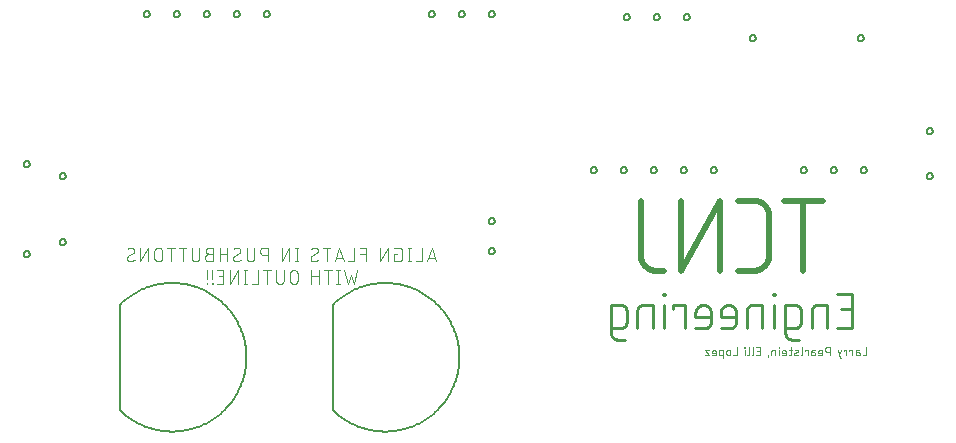
<source format=gbr>
G04 EAGLE Gerber RS-274X export*
G75*
%MOMM*%
%FSLAX34Y34*%
%LPD*%
%INSilkscreen Bottom*%
%IPPOS*%
%AMOC8*
5,1,8,0,0,1.08239X$1,22.5*%
G01*
%ADD10C,0.152400*%
%ADD11C,0.101600*%
%ADD12C,0.508000*%
%ADD13C,0.254000*%
%ADD14C,0.050800*%


D10*
X116840Y30480D02*
X117944Y29402D01*
X119074Y28352D01*
X120230Y27330D01*
X121411Y26337D01*
X122615Y25373D01*
X123843Y24439D01*
X125094Y23535D01*
X126366Y22662D01*
X127659Y21821D01*
X128972Y21011D01*
X130305Y20235D01*
X131657Y19491D01*
X133027Y18780D01*
X134413Y18103D01*
X135816Y17461D01*
X137234Y16853D01*
X138666Y16280D01*
X140112Y15743D01*
X141571Y15241D01*
X143042Y14775D01*
X144524Y14345D01*
X146016Y13952D01*
X147517Y13595D01*
X149026Y13276D01*
X150543Y12993D01*
X152066Y12748D01*
X153595Y12541D01*
X155128Y12371D01*
X156666Y12238D01*
X158206Y12144D01*
X159747Y12087D01*
X161290Y12068D01*
X162833Y12087D01*
X164374Y12144D01*
X165914Y12238D01*
X167452Y12371D01*
X168985Y12541D01*
X170514Y12748D01*
X172037Y12993D01*
X173554Y13276D01*
X175063Y13595D01*
X176564Y13952D01*
X178056Y14345D01*
X179538Y14775D01*
X181009Y15241D01*
X182468Y15743D01*
X183914Y16280D01*
X185346Y16853D01*
X186764Y17461D01*
X188167Y18103D01*
X189553Y18780D01*
X190923Y19491D01*
X192275Y20235D01*
X193608Y21011D01*
X194921Y21821D01*
X196214Y22662D01*
X197486Y23535D01*
X198737Y24439D01*
X199965Y25373D01*
X201169Y26337D01*
X202350Y27330D01*
X203506Y28352D01*
X204636Y29402D01*
X205740Y30480D01*
X206818Y31584D01*
X207868Y32714D01*
X208890Y33870D01*
X209883Y35051D01*
X210847Y36255D01*
X211781Y37483D01*
X212685Y38734D01*
X213558Y40006D01*
X214399Y41299D01*
X215209Y42612D01*
X215985Y43945D01*
X216729Y45297D01*
X217440Y46667D01*
X218117Y48053D01*
X218759Y49456D01*
X219367Y50874D01*
X219940Y52306D01*
X220477Y53752D01*
X220979Y55211D01*
X221445Y56682D01*
X221875Y58164D01*
X222268Y59656D01*
X222625Y61157D01*
X222944Y62666D01*
X223227Y64183D01*
X223472Y65706D01*
X223679Y67235D01*
X223849Y68768D01*
X223982Y70306D01*
X224076Y71846D01*
X224133Y73387D01*
X224152Y74930D01*
X224133Y76473D01*
X224076Y78014D01*
X223982Y79554D01*
X223849Y81092D01*
X223679Y82625D01*
X223472Y84154D01*
X223227Y85677D01*
X222944Y87194D01*
X222625Y88703D01*
X222268Y90204D01*
X221875Y91696D01*
X221445Y93178D01*
X220979Y94649D01*
X220477Y96108D01*
X219940Y97554D01*
X219367Y98986D01*
X218759Y100404D01*
X218117Y101807D01*
X217440Y103193D01*
X216729Y104563D01*
X215985Y105915D01*
X215209Y107248D01*
X214399Y108561D01*
X213558Y109854D01*
X212685Y111126D01*
X211781Y112377D01*
X210847Y113605D01*
X209883Y114809D01*
X208890Y115990D01*
X207868Y117146D01*
X206818Y118276D01*
X205740Y119380D01*
X204636Y120458D01*
X203506Y121508D01*
X202350Y122530D01*
X201169Y123523D01*
X199965Y124487D01*
X198737Y125421D01*
X197486Y126325D01*
X196214Y127198D01*
X194921Y128039D01*
X193608Y128849D01*
X192275Y129625D01*
X190923Y130369D01*
X189553Y131080D01*
X188167Y131757D01*
X186764Y132399D01*
X185346Y133007D01*
X183914Y133580D01*
X182468Y134117D01*
X181009Y134619D01*
X179538Y135085D01*
X178056Y135515D01*
X176564Y135908D01*
X175063Y136265D01*
X173554Y136584D01*
X172037Y136867D01*
X170514Y137112D01*
X168985Y137319D01*
X167452Y137489D01*
X165914Y137622D01*
X164374Y137716D01*
X162833Y137773D01*
X161290Y137792D01*
X159747Y137773D01*
X158206Y137716D01*
X156666Y137622D01*
X155128Y137489D01*
X153595Y137319D01*
X152066Y137112D01*
X150543Y136867D01*
X149026Y136584D01*
X147517Y136265D01*
X146016Y135908D01*
X144524Y135515D01*
X143042Y135085D01*
X141571Y134619D01*
X140112Y134117D01*
X138666Y133580D01*
X137234Y133007D01*
X135816Y132399D01*
X134413Y131757D01*
X133027Y131080D01*
X131657Y130369D01*
X130305Y129625D01*
X128972Y128849D01*
X127659Y128039D01*
X126366Y127198D01*
X125094Y126325D01*
X123843Y125421D01*
X122615Y124487D01*
X121411Y123523D01*
X120230Y122530D01*
X119074Y121508D01*
X117944Y120458D01*
X116840Y119380D01*
X116840Y30480D01*
X297180Y30480D02*
X297180Y119380D01*
X298284Y120458D01*
X299414Y121508D01*
X300570Y122530D01*
X301751Y123523D01*
X302955Y124487D01*
X304183Y125421D01*
X305434Y126325D01*
X306706Y127198D01*
X307999Y128039D01*
X309312Y128849D01*
X310645Y129625D01*
X311997Y130369D01*
X313367Y131080D01*
X314753Y131757D01*
X316156Y132399D01*
X317574Y133007D01*
X319006Y133580D01*
X320452Y134117D01*
X321911Y134619D01*
X323382Y135085D01*
X324864Y135515D01*
X326356Y135908D01*
X327857Y136265D01*
X329366Y136584D01*
X330883Y136867D01*
X332406Y137112D01*
X333935Y137319D01*
X335468Y137489D01*
X337006Y137622D01*
X338546Y137716D01*
X340087Y137773D01*
X341630Y137792D01*
X343173Y137773D01*
X344714Y137716D01*
X346254Y137622D01*
X347792Y137489D01*
X349325Y137319D01*
X350854Y137112D01*
X352377Y136867D01*
X353894Y136584D01*
X355403Y136265D01*
X356904Y135908D01*
X358396Y135515D01*
X359878Y135085D01*
X361349Y134619D01*
X362808Y134117D01*
X364254Y133580D01*
X365686Y133007D01*
X367104Y132399D01*
X368507Y131757D01*
X369893Y131080D01*
X371263Y130369D01*
X372615Y129625D01*
X373948Y128849D01*
X375261Y128039D01*
X376554Y127198D01*
X377826Y126325D01*
X379077Y125421D01*
X380305Y124487D01*
X381509Y123523D01*
X382690Y122530D01*
X383846Y121508D01*
X384976Y120458D01*
X386080Y119380D01*
X387158Y118276D01*
X388208Y117146D01*
X389230Y115990D01*
X390223Y114809D01*
X391187Y113605D01*
X392121Y112377D01*
X393025Y111126D01*
X393898Y109854D01*
X394739Y108561D01*
X395549Y107248D01*
X396325Y105915D01*
X397069Y104563D01*
X397780Y103193D01*
X398457Y101807D01*
X399099Y100404D01*
X399707Y98986D01*
X400280Y97554D01*
X400817Y96108D01*
X401319Y94649D01*
X401785Y93178D01*
X402215Y91696D01*
X402608Y90204D01*
X402965Y88703D01*
X403284Y87194D01*
X403567Y85677D01*
X403812Y84154D01*
X404019Y82625D01*
X404189Y81092D01*
X404322Y79554D01*
X404416Y78014D01*
X404473Y76473D01*
X404492Y74930D01*
X404473Y73387D01*
X404416Y71846D01*
X404322Y70306D01*
X404189Y68768D01*
X404019Y67235D01*
X403812Y65706D01*
X403567Y64183D01*
X403284Y62666D01*
X402965Y61157D01*
X402608Y59656D01*
X402215Y58164D01*
X401785Y56682D01*
X401319Y55211D01*
X400817Y53752D01*
X400280Y52306D01*
X399707Y50874D01*
X399099Y49456D01*
X398457Y48053D01*
X397780Y46667D01*
X397069Y45297D01*
X396325Y43945D01*
X395549Y42612D01*
X394739Y41299D01*
X393898Y40006D01*
X393025Y38734D01*
X392121Y37483D01*
X391187Y36255D01*
X390223Y35051D01*
X389230Y33870D01*
X388208Y32714D01*
X387158Y31584D01*
X386080Y30480D01*
X384976Y29402D01*
X383846Y28352D01*
X382690Y27330D01*
X381509Y26337D01*
X380305Y25373D01*
X379077Y24439D01*
X377826Y23535D01*
X376554Y22662D01*
X375261Y21821D01*
X373948Y21011D01*
X372615Y20235D01*
X371263Y19491D01*
X369893Y18780D01*
X368507Y18103D01*
X367104Y17461D01*
X365686Y16853D01*
X364254Y16280D01*
X362808Y15743D01*
X361349Y15241D01*
X359878Y14775D01*
X358396Y14345D01*
X356904Y13952D01*
X355403Y13595D01*
X353894Y13276D01*
X352377Y12993D01*
X350854Y12748D01*
X349325Y12541D01*
X347792Y12371D01*
X346254Y12238D01*
X344714Y12144D01*
X343173Y12087D01*
X341630Y12068D01*
X340087Y12087D01*
X338546Y12144D01*
X337006Y12238D01*
X335468Y12371D01*
X333935Y12541D01*
X332406Y12748D01*
X330883Y12993D01*
X329366Y13276D01*
X327857Y13595D01*
X326356Y13952D01*
X324864Y14345D01*
X323382Y14775D01*
X321911Y15241D01*
X320452Y15743D01*
X319006Y16280D01*
X317574Y16853D01*
X316156Y17461D01*
X314753Y18103D01*
X313367Y18780D01*
X311997Y19491D01*
X310645Y20235D01*
X309312Y21011D01*
X307999Y21821D01*
X306706Y22662D01*
X305434Y23535D01*
X304183Y24439D01*
X302955Y25373D01*
X301751Y26337D01*
X300570Y27330D01*
X299414Y28352D01*
X298284Y29402D01*
X297180Y30480D01*
D11*
X385014Y156083D02*
X381120Y167767D01*
X377225Y156083D01*
X378199Y159004D02*
X384041Y159004D01*
X372532Y156083D02*
X372532Y167767D01*
X372532Y156083D02*
X367339Y156083D01*
X362070Y156083D02*
X362070Y167767D01*
X363368Y156083D02*
X360771Y156083D01*
X360771Y167767D02*
X363368Y167767D01*
X351247Y162574D02*
X349299Y162574D01*
X349299Y156083D01*
X353194Y156083D01*
X353293Y156085D01*
X353393Y156091D01*
X353492Y156100D01*
X353590Y156113D01*
X353688Y156130D01*
X353786Y156151D01*
X353882Y156176D01*
X353977Y156204D01*
X354071Y156236D01*
X354164Y156271D01*
X354256Y156310D01*
X354346Y156353D01*
X354434Y156398D01*
X354521Y156448D01*
X354605Y156500D01*
X354688Y156556D01*
X354768Y156614D01*
X354846Y156676D01*
X354921Y156741D01*
X354994Y156809D01*
X355064Y156879D01*
X355132Y156952D01*
X355197Y157027D01*
X355259Y157105D01*
X355317Y157185D01*
X355373Y157268D01*
X355425Y157352D01*
X355475Y157439D01*
X355520Y157527D01*
X355563Y157617D01*
X355602Y157709D01*
X355637Y157802D01*
X355669Y157896D01*
X355697Y157991D01*
X355722Y158087D01*
X355743Y158185D01*
X355760Y158283D01*
X355773Y158381D01*
X355782Y158480D01*
X355788Y158580D01*
X355790Y158679D01*
X355790Y165171D01*
X355788Y165270D01*
X355782Y165370D01*
X355773Y165469D01*
X355760Y165567D01*
X355743Y165665D01*
X355722Y165763D01*
X355697Y165859D01*
X355669Y165954D01*
X355637Y166048D01*
X355602Y166141D01*
X355563Y166233D01*
X355520Y166323D01*
X355475Y166411D01*
X355425Y166498D01*
X355373Y166582D01*
X355317Y166665D01*
X355259Y166745D01*
X355197Y166823D01*
X355132Y166898D01*
X355064Y166971D01*
X354994Y167041D01*
X354921Y167109D01*
X354846Y167174D01*
X354768Y167236D01*
X354688Y167294D01*
X354605Y167350D01*
X354521Y167402D01*
X354434Y167452D01*
X354346Y167497D01*
X354256Y167540D01*
X354164Y167579D01*
X354071Y167614D01*
X353977Y167646D01*
X353882Y167674D01*
X353786Y167699D01*
X353688Y167720D01*
X353590Y167737D01*
X353492Y167750D01*
X353393Y167759D01*
X353293Y167765D01*
X353194Y167767D01*
X349299Y167767D01*
X343598Y167767D02*
X343598Y156083D01*
X337107Y156083D02*
X343598Y167767D01*
X337107Y167767D02*
X337107Y156083D01*
X325288Y156083D02*
X325288Y167767D01*
X320095Y167767D01*
X320095Y162574D02*
X325288Y162574D01*
X315382Y167767D02*
X315382Y156083D01*
X310189Y156083D01*
X306528Y156083D02*
X302634Y167767D01*
X298739Y156083D01*
X299713Y159004D02*
X305555Y159004D01*
X291966Y156083D02*
X291966Y167767D01*
X295211Y167767D02*
X288720Y167767D01*
X278434Y158679D02*
X278436Y158580D01*
X278442Y158480D01*
X278451Y158381D01*
X278464Y158283D01*
X278481Y158185D01*
X278502Y158087D01*
X278527Y157991D01*
X278555Y157896D01*
X278587Y157802D01*
X278622Y157709D01*
X278661Y157617D01*
X278704Y157527D01*
X278749Y157439D01*
X278799Y157352D01*
X278851Y157268D01*
X278907Y157185D01*
X278965Y157105D01*
X279027Y157027D01*
X279092Y156952D01*
X279160Y156879D01*
X279230Y156809D01*
X279303Y156741D01*
X279378Y156676D01*
X279456Y156614D01*
X279536Y156556D01*
X279619Y156500D01*
X279703Y156448D01*
X279790Y156398D01*
X279878Y156353D01*
X279968Y156310D01*
X280060Y156271D01*
X280153Y156236D01*
X280247Y156204D01*
X280342Y156176D01*
X280438Y156151D01*
X280536Y156130D01*
X280634Y156113D01*
X280732Y156100D01*
X280831Y156091D01*
X280931Y156085D01*
X281030Y156083D01*
X281174Y156085D01*
X281319Y156091D01*
X281463Y156100D01*
X281606Y156113D01*
X281750Y156130D01*
X281893Y156151D01*
X282035Y156176D01*
X282176Y156204D01*
X282317Y156236D01*
X282457Y156272D01*
X282596Y156311D01*
X282734Y156354D01*
X282870Y156401D01*
X283006Y156451D01*
X283140Y156505D01*
X283272Y156562D01*
X283403Y156623D01*
X283532Y156687D01*
X283660Y156755D01*
X283786Y156826D01*
X283910Y156900D01*
X284031Y156977D01*
X284151Y157058D01*
X284269Y157141D01*
X284384Y157228D01*
X284497Y157318D01*
X284608Y157411D01*
X284716Y157506D01*
X284822Y157605D01*
X284925Y157706D01*
X284599Y165171D02*
X284597Y165270D01*
X284591Y165370D01*
X284582Y165469D01*
X284569Y165567D01*
X284552Y165665D01*
X284531Y165763D01*
X284506Y165859D01*
X284478Y165954D01*
X284446Y166048D01*
X284411Y166141D01*
X284372Y166233D01*
X284329Y166323D01*
X284284Y166411D01*
X284234Y166498D01*
X284182Y166582D01*
X284126Y166665D01*
X284068Y166745D01*
X284006Y166823D01*
X283941Y166898D01*
X283873Y166971D01*
X283803Y167041D01*
X283730Y167109D01*
X283655Y167174D01*
X283577Y167236D01*
X283497Y167294D01*
X283414Y167350D01*
X283330Y167402D01*
X283243Y167452D01*
X283155Y167497D01*
X283065Y167540D01*
X282973Y167579D01*
X282880Y167614D01*
X282786Y167646D01*
X282691Y167674D01*
X282595Y167699D01*
X282497Y167720D01*
X282399Y167737D01*
X282301Y167750D01*
X282202Y167759D01*
X282102Y167765D01*
X282003Y167767D01*
X281867Y167765D01*
X281731Y167759D01*
X281595Y167750D01*
X281459Y167737D01*
X281324Y167719D01*
X281190Y167699D01*
X281056Y167674D01*
X280922Y167646D01*
X280790Y167613D01*
X280659Y167578D01*
X280528Y167538D01*
X280399Y167495D01*
X280271Y167449D01*
X280145Y167398D01*
X280019Y167345D01*
X279896Y167287D01*
X279774Y167227D01*
X279654Y167163D01*
X279535Y167095D01*
X279419Y167025D01*
X279305Y166951D01*
X279192Y166874D01*
X279082Y166793D01*
X283302Y162899D02*
X283388Y162952D01*
X283472Y163009D01*
X283554Y163068D01*
X283634Y163131D01*
X283711Y163197D01*
X283786Y163265D01*
X283858Y163337D01*
X283927Y163411D01*
X283993Y163488D01*
X284056Y163567D01*
X284116Y163649D01*
X284173Y163733D01*
X284227Y163819D01*
X284277Y163907D01*
X284324Y163997D01*
X284368Y164088D01*
X284407Y164182D01*
X284444Y164276D01*
X284476Y164372D01*
X284505Y164470D01*
X284530Y164568D01*
X284551Y164667D01*
X284569Y164767D01*
X284582Y164867D01*
X284592Y164968D01*
X284598Y165070D01*
X284600Y165171D01*
X279731Y160951D02*
X279645Y160898D01*
X279561Y160841D01*
X279479Y160782D01*
X279399Y160719D01*
X279322Y160653D01*
X279247Y160585D01*
X279175Y160513D01*
X279106Y160439D01*
X279040Y160362D01*
X278977Y160283D01*
X278917Y160201D01*
X278860Y160117D01*
X278806Y160031D01*
X278756Y159943D01*
X278709Y159853D01*
X278665Y159762D01*
X278626Y159668D01*
X278589Y159574D01*
X278557Y159478D01*
X278528Y159380D01*
X278503Y159282D01*
X278482Y159183D01*
X278464Y159083D01*
X278451Y158983D01*
X278441Y158882D01*
X278435Y158780D01*
X278433Y158679D01*
X279731Y160951D02*
X283302Y162899D01*
X266820Y167767D02*
X266820Y156083D01*
X268118Y156083D02*
X265522Y156083D01*
X265522Y167767D02*
X268118Y167767D01*
X260540Y167767D02*
X260540Y156083D01*
X254049Y156083D02*
X260540Y167767D01*
X254049Y167767D02*
X254049Y156083D01*
X242083Y156083D02*
X242083Y167767D01*
X238838Y167767D01*
X238725Y167765D01*
X238612Y167759D01*
X238499Y167749D01*
X238386Y167735D01*
X238274Y167718D01*
X238163Y167696D01*
X238053Y167671D01*
X237943Y167641D01*
X237835Y167608D01*
X237728Y167571D01*
X237622Y167531D01*
X237518Y167486D01*
X237415Y167438D01*
X237314Y167387D01*
X237215Y167332D01*
X237118Y167274D01*
X237023Y167212D01*
X236930Y167147D01*
X236840Y167079D01*
X236752Y167008D01*
X236666Y166933D01*
X236583Y166856D01*
X236503Y166776D01*
X236426Y166693D01*
X236351Y166607D01*
X236280Y166519D01*
X236212Y166429D01*
X236147Y166336D01*
X236085Y166241D01*
X236027Y166144D01*
X235972Y166045D01*
X235921Y165944D01*
X235873Y165841D01*
X235828Y165737D01*
X235788Y165631D01*
X235751Y165524D01*
X235718Y165416D01*
X235688Y165306D01*
X235663Y165196D01*
X235641Y165085D01*
X235624Y164973D01*
X235610Y164860D01*
X235600Y164747D01*
X235594Y164634D01*
X235592Y164521D01*
X235594Y164408D01*
X235600Y164295D01*
X235610Y164182D01*
X235624Y164069D01*
X235641Y163957D01*
X235663Y163846D01*
X235688Y163736D01*
X235718Y163626D01*
X235751Y163518D01*
X235788Y163411D01*
X235828Y163305D01*
X235873Y163201D01*
X235921Y163098D01*
X235972Y162997D01*
X236027Y162898D01*
X236085Y162801D01*
X236147Y162706D01*
X236212Y162613D01*
X236280Y162523D01*
X236351Y162435D01*
X236426Y162349D01*
X236503Y162266D01*
X236583Y162186D01*
X236666Y162109D01*
X236752Y162034D01*
X236840Y161963D01*
X236930Y161895D01*
X237023Y161830D01*
X237118Y161768D01*
X237215Y161710D01*
X237314Y161655D01*
X237415Y161604D01*
X237518Y161556D01*
X237622Y161511D01*
X237728Y161471D01*
X237835Y161434D01*
X237943Y161401D01*
X238053Y161371D01*
X238163Y161346D01*
X238274Y161324D01*
X238386Y161307D01*
X238499Y161293D01*
X238612Y161283D01*
X238725Y161277D01*
X238838Y161275D01*
X238838Y161276D02*
X242083Y161276D01*
X230822Y159329D02*
X230822Y167767D01*
X230823Y159329D02*
X230821Y159216D01*
X230815Y159103D01*
X230805Y158990D01*
X230791Y158877D01*
X230774Y158765D01*
X230752Y158654D01*
X230727Y158544D01*
X230697Y158434D01*
X230664Y158326D01*
X230627Y158219D01*
X230587Y158113D01*
X230542Y158009D01*
X230494Y157906D01*
X230443Y157805D01*
X230388Y157706D01*
X230330Y157609D01*
X230268Y157514D01*
X230203Y157421D01*
X230135Y157331D01*
X230064Y157243D01*
X229989Y157157D01*
X229912Y157074D01*
X229832Y156994D01*
X229749Y156917D01*
X229663Y156842D01*
X229575Y156771D01*
X229485Y156703D01*
X229392Y156638D01*
X229297Y156576D01*
X229200Y156518D01*
X229101Y156463D01*
X229000Y156412D01*
X228897Y156364D01*
X228793Y156319D01*
X228687Y156279D01*
X228580Y156242D01*
X228472Y156209D01*
X228362Y156179D01*
X228252Y156154D01*
X228141Y156132D01*
X228029Y156115D01*
X227916Y156101D01*
X227803Y156091D01*
X227690Y156085D01*
X227577Y156083D01*
X227464Y156085D01*
X227351Y156091D01*
X227238Y156101D01*
X227125Y156115D01*
X227013Y156132D01*
X226902Y156154D01*
X226792Y156179D01*
X226682Y156209D01*
X226574Y156242D01*
X226467Y156279D01*
X226361Y156319D01*
X226257Y156364D01*
X226154Y156412D01*
X226053Y156463D01*
X225954Y156518D01*
X225857Y156576D01*
X225762Y156638D01*
X225669Y156703D01*
X225579Y156771D01*
X225491Y156842D01*
X225405Y156917D01*
X225322Y156994D01*
X225242Y157074D01*
X225165Y157157D01*
X225090Y157243D01*
X225019Y157331D01*
X224951Y157421D01*
X224886Y157514D01*
X224824Y157609D01*
X224766Y157706D01*
X224711Y157805D01*
X224660Y157906D01*
X224612Y158009D01*
X224567Y158113D01*
X224527Y158219D01*
X224490Y158326D01*
X224457Y158434D01*
X224427Y158544D01*
X224402Y158654D01*
X224380Y158765D01*
X224363Y158877D01*
X224349Y158990D01*
X224339Y159103D01*
X224333Y159216D01*
X224331Y159329D01*
X224331Y167767D01*
X212902Y158679D02*
X212904Y158580D01*
X212910Y158480D01*
X212919Y158381D01*
X212932Y158283D01*
X212949Y158185D01*
X212970Y158087D01*
X212995Y157991D01*
X213023Y157896D01*
X213055Y157802D01*
X213090Y157709D01*
X213129Y157617D01*
X213172Y157527D01*
X213217Y157439D01*
X213267Y157352D01*
X213319Y157268D01*
X213375Y157185D01*
X213433Y157105D01*
X213495Y157027D01*
X213560Y156952D01*
X213628Y156879D01*
X213698Y156809D01*
X213771Y156741D01*
X213846Y156676D01*
X213924Y156614D01*
X214004Y156556D01*
X214087Y156500D01*
X214171Y156448D01*
X214258Y156398D01*
X214346Y156353D01*
X214436Y156310D01*
X214528Y156271D01*
X214621Y156236D01*
X214715Y156204D01*
X214810Y156176D01*
X214906Y156151D01*
X215004Y156130D01*
X215102Y156113D01*
X215200Y156100D01*
X215299Y156091D01*
X215399Y156085D01*
X215498Y156083D01*
X215642Y156085D01*
X215787Y156091D01*
X215931Y156100D01*
X216074Y156113D01*
X216218Y156130D01*
X216361Y156151D01*
X216503Y156176D01*
X216644Y156204D01*
X216785Y156236D01*
X216925Y156272D01*
X217064Y156311D01*
X217202Y156354D01*
X217338Y156401D01*
X217474Y156451D01*
X217608Y156505D01*
X217740Y156562D01*
X217871Y156623D01*
X218000Y156687D01*
X218128Y156755D01*
X218254Y156826D01*
X218378Y156900D01*
X218499Y156977D01*
X218619Y157058D01*
X218737Y157141D01*
X218852Y157228D01*
X218965Y157318D01*
X219076Y157411D01*
X219184Y157506D01*
X219290Y157605D01*
X219393Y157706D01*
X219067Y165171D02*
X219065Y165270D01*
X219059Y165370D01*
X219050Y165469D01*
X219037Y165567D01*
X219020Y165665D01*
X218999Y165763D01*
X218974Y165859D01*
X218946Y165954D01*
X218914Y166048D01*
X218879Y166141D01*
X218840Y166233D01*
X218797Y166323D01*
X218752Y166411D01*
X218702Y166498D01*
X218650Y166582D01*
X218594Y166665D01*
X218536Y166745D01*
X218474Y166823D01*
X218409Y166898D01*
X218341Y166971D01*
X218271Y167041D01*
X218198Y167109D01*
X218123Y167174D01*
X218045Y167236D01*
X217965Y167294D01*
X217882Y167350D01*
X217798Y167402D01*
X217711Y167452D01*
X217623Y167497D01*
X217533Y167540D01*
X217441Y167579D01*
X217348Y167614D01*
X217254Y167646D01*
X217159Y167674D01*
X217063Y167699D01*
X216965Y167720D01*
X216867Y167737D01*
X216769Y167750D01*
X216670Y167759D01*
X216570Y167765D01*
X216471Y167767D01*
X216335Y167765D01*
X216199Y167759D01*
X216063Y167750D01*
X215927Y167737D01*
X215792Y167719D01*
X215658Y167699D01*
X215524Y167674D01*
X215390Y167646D01*
X215258Y167613D01*
X215127Y167578D01*
X214996Y167538D01*
X214867Y167495D01*
X214739Y167449D01*
X214613Y167398D01*
X214487Y167345D01*
X214364Y167287D01*
X214242Y167227D01*
X214122Y167163D01*
X214003Y167095D01*
X213887Y167025D01*
X213773Y166951D01*
X213660Y166874D01*
X213550Y166793D01*
X217770Y162899D02*
X217856Y162952D01*
X217940Y163009D01*
X218022Y163068D01*
X218102Y163131D01*
X218179Y163197D01*
X218254Y163265D01*
X218326Y163337D01*
X218395Y163411D01*
X218461Y163488D01*
X218524Y163567D01*
X218584Y163649D01*
X218641Y163733D01*
X218695Y163819D01*
X218745Y163907D01*
X218792Y163997D01*
X218836Y164088D01*
X218875Y164182D01*
X218912Y164276D01*
X218944Y164372D01*
X218973Y164470D01*
X218998Y164568D01*
X219019Y164667D01*
X219037Y164767D01*
X219050Y164867D01*
X219060Y164968D01*
X219066Y165070D01*
X219068Y165171D01*
X214199Y160951D02*
X214113Y160898D01*
X214029Y160841D01*
X213947Y160782D01*
X213867Y160719D01*
X213790Y160653D01*
X213715Y160585D01*
X213643Y160513D01*
X213574Y160439D01*
X213508Y160362D01*
X213445Y160283D01*
X213385Y160201D01*
X213328Y160117D01*
X213274Y160031D01*
X213224Y159943D01*
X213177Y159853D01*
X213133Y159762D01*
X213094Y159668D01*
X213057Y159574D01*
X213025Y159478D01*
X212996Y159380D01*
X212971Y159282D01*
X212950Y159183D01*
X212932Y159083D01*
X212919Y158983D01*
X212909Y158882D01*
X212903Y158780D01*
X212901Y158679D01*
X214200Y160951D02*
X217770Y162899D01*
X207963Y167767D02*
X207963Y156083D01*
X207963Y162574D02*
X201471Y162574D01*
X201471Y167767D02*
X201471Y156083D01*
X195601Y162574D02*
X192356Y162574D01*
X192356Y162575D02*
X192243Y162573D01*
X192130Y162567D01*
X192017Y162557D01*
X191904Y162543D01*
X191792Y162526D01*
X191681Y162504D01*
X191571Y162479D01*
X191461Y162449D01*
X191353Y162416D01*
X191246Y162379D01*
X191140Y162339D01*
X191036Y162294D01*
X190933Y162246D01*
X190832Y162195D01*
X190733Y162140D01*
X190636Y162082D01*
X190541Y162020D01*
X190448Y161955D01*
X190358Y161887D01*
X190270Y161816D01*
X190184Y161741D01*
X190101Y161664D01*
X190021Y161584D01*
X189944Y161501D01*
X189869Y161415D01*
X189798Y161327D01*
X189730Y161237D01*
X189665Y161144D01*
X189603Y161049D01*
X189545Y160952D01*
X189490Y160853D01*
X189439Y160752D01*
X189391Y160649D01*
X189346Y160545D01*
X189306Y160439D01*
X189269Y160332D01*
X189236Y160224D01*
X189206Y160114D01*
X189181Y160004D01*
X189159Y159893D01*
X189142Y159781D01*
X189128Y159668D01*
X189118Y159555D01*
X189112Y159442D01*
X189110Y159329D01*
X189112Y159216D01*
X189118Y159103D01*
X189128Y158990D01*
X189142Y158877D01*
X189159Y158765D01*
X189181Y158654D01*
X189206Y158544D01*
X189236Y158434D01*
X189269Y158326D01*
X189306Y158219D01*
X189346Y158113D01*
X189391Y158009D01*
X189439Y157906D01*
X189490Y157805D01*
X189545Y157706D01*
X189603Y157609D01*
X189665Y157514D01*
X189730Y157421D01*
X189798Y157331D01*
X189869Y157243D01*
X189944Y157157D01*
X190021Y157074D01*
X190101Y156994D01*
X190184Y156917D01*
X190270Y156842D01*
X190358Y156771D01*
X190448Y156703D01*
X190541Y156638D01*
X190636Y156576D01*
X190733Y156518D01*
X190832Y156463D01*
X190933Y156412D01*
X191036Y156364D01*
X191140Y156319D01*
X191246Y156279D01*
X191353Y156242D01*
X191461Y156209D01*
X191571Y156179D01*
X191681Y156154D01*
X191792Y156132D01*
X191904Y156115D01*
X192017Y156101D01*
X192130Y156091D01*
X192243Y156085D01*
X192356Y156083D01*
X195601Y156083D01*
X195601Y167767D01*
X192356Y167767D01*
X192255Y167765D01*
X192155Y167759D01*
X192055Y167749D01*
X191955Y167736D01*
X191856Y167718D01*
X191757Y167697D01*
X191660Y167672D01*
X191563Y167643D01*
X191468Y167610D01*
X191374Y167574D01*
X191282Y167534D01*
X191191Y167491D01*
X191102Y167444D01*
X191015Y167394D01*
X190929Y167340D01*
X190846Y167283D01*
X190766Y167223D01*
X190687Y167160D01*
X190611Y167093D01*
X190538Y167024D01*
X190468Y166952D01*
X190400Y166878D01*
X190335Y166801D01*
X190274Y166721D01*
X190215Y166639D01*
X190160Y166555D01*
X190108Y166469D01*
X190059Y166381D01*
X190014Y166291D01*
X189972Y166199D01*
X189934Y166106D01*
X189900Y166011D01*
X189869Y165916D01*
X189842Y165819D01*
X189819Y165721D01*
X189799Y165622D01*
X189784Y165522D01*
X189772Y165422D01*
X189764Y165322D01*
X189760Y165221D01*
X189760Y165121D01*
X189764Y165020D01*
X189772Y164920D01*
X189784Y164820D01*
X189799Y164720D01*
X189819Y164621D01*
X189842Y164523D01*
X189869Y164426D01*
X189900Y164331D01*
X189934Y164236D01*
X189972Y164143D01*
X190014Y164051D01*
X190059Y163961D01*
X190108Y163873D01*
X190160Y163787D01*
X190215Y163703D01*
X190274Y163621D01*
X190335Y163541D01*
X190400Y163464D01*
X190468Y163390D01*
X190538Y163318D01*
X190611Y163249D01*
X190687Y163182D01*
X190766Y163119D01*
X190846Y163059D01*
X190929Y163002D01*
X191015Y162948D01*
X191102Y162898D01*
X191191Y162851D01*
X191282Y162808D01*
X191374Y162768D01*
X191468Y162732D01*
X191563Y162699D01*
X191660Y162670D01*
X191757Y162645D01*
X191856Y162624D01*
X191955Y162606D01*
X192055Y162593D01*
X192155Y162583D01*
X192255Y162577D01*
X192356Y162575D01*
X184341Y159329D02*
X184341Y167767D01*
X184341Y159329D02*
X184339Y159216D01*
X184333Y159103D01*
X184323Y158990D01*
X184309Y158877D01*
X184292Y158765D01*
X184270Y158654D01*
X184245Y158544D01*
X184215Y158434D01*
X184182Y158326D01*
X184145Y158219D01*
X184105Y158113D01*
X184060Y158009D01*
X184012Y157906D01*
X183961Y157805D01*
X183906Y157706D01*
X183848Y157609D01*
X183786Y157514D01*
X183721Y157421D01*
X183653Y157331D01*
X183582Y157243D01*
X183507Y157157D01*
X183430Y157074D01*
X183350Y156994D01*
X183267Y156917D01*
X183181Y156842D01*
X183093Y156771D01*
X183003Y156703D01*
X182910Y156638D01*
X182815Y156576D01*
X182718Y156518D01*
X182619Y156463D01*
X182518Y156412D01*
X182415Y156364D01*
X182311Y156319D01*
X182205Y156279D01*
X182098Y156242D01*
X181990Y156209D01*
X181880Y156179D01*
X181770Y156154D01*
X181659Y156132D01*
X181547Y156115D01*
X181434Y156101D01*
X181321Y156091D01*
X181208Y156085D01*
X181095Y156083D01*
X180982Y156085D01*
X180869Y156091D01*
X180756Y156101D01*
X180643Y156115D01*
X180531Y156132D01*
X180420Y156154D01*
X180310Y156179D01*
X180200Y156209D01*
X180092Y156242D01*
X179985Y156279D01*
X179879Y156319D01*
X179775Y156364D01*
X179672Y156412D01*
X179571Y156463D01*
X179472Y156518D01*
X179375Y156576D01*
X179280Y156638D01*
X179187Y156703D01*
X179097Y156771D01*
X179009Y156842D01*
X178923Y156917D01*
X178840Y156994D01*
X178760Y157074D01*
X178683Y157157D01*
X178608Y157243D01*
X178537Y157331D01*
X178469Y157421D01*
X178404Y157514D01*
X178342Y157609D01*
X178284Y157706D01*
X178229Y157805D01*
X178178Y157906D01*
X178130Y158009D01*
X178085Y158113D01*
X178045Y158219D01*
X178008Y158326D01*
X177975Y158434D01*
X177945Y158544D01*
X177920Y158654D01*
X177898Y158765D01*
X177881Y158877D01*
X177867Y158990D01*
X177857Y159103D01*
X177851Y159216D01*
X177849Y159329D01*
X177849Y167767D01*
X170046Y167767D02*
X170046Y156083D01*
X173292Y167767D02*
X166801Y167767D01*
X160140Y167767D02*
X160140Y156083D01*
X163386Y167767D02*
X156895Y167767D01*
X152718Y164521D02*
X152718Y159329D01*
X152718Y164521D02*
X152716Y164634D01*
X152710Y164747D01*
X152700Y164860D01*
X152686Y164973D01*
X152669Y165085D01*
X152647Y165196D01*
X152622Y165306D01*
X152592Y165416D01*
X152559Y165524D01*
X152522Y165631D01*
X152482Y165737D01*
X152437Y165841D01*
X152389Y165944D01*
X152338Y166045D01*
X152283Y166144D01*
X152225Y166241D01*
X152163Y166336D01*
X152098Y166429D01*
X152030Y166519D01*
X151959Y166607D01*
X151884Y166693D01*
X151807Y166776D01*
X151727Y166856D01*
X151644Y166933D01*
X151558Y167008D01*
X151470Y167079D01*
X151380Y167147D01*
X151287Y167212D01*
X151192Y167274D01*
X151095Y167332D01*
X150996Y167387D01*
X150895Y167438D01*
X150792Y167486D01*
X150688Y167531D01*
X150582Y167571D01*
X150475Y167608D01*
X150367Y167641D01*
X150257Y167671D01*
X150147Y167696D01*
X150036Y167718D01*
X149924Y167735D01*
X149811Y167749D01*
X149698Y167759D01*
X149585Y167765D01*
X149472Y167767D01*
X149359Y167765D01*
X149246Y167759D01*
X149133Y167749D01*
X149020Y167735D01*
X148908Y167718D01*
X148797Y167696D01*
X148687Y167671D01*
X148577Y167641D01*
X148469Y167608D01*
X148362Y167571D01*
X148256Y167531D01*
X148152Y167486D01*
X148049Y167438D01*
X147948Y167387D01*
X147849Y167332D01*
X147752Y167274D01*
X147657Y167212D01*
X147564Y167147D01*
X147474Y167079D01*
X147386Y167008D01*
X147300Y166933D01*
X147217Y166856D01*
X147137Y166776D01*
X147060Y166693D01*
X146985Y166607D01*
X146914Y166519D01*
X146846Y166429D01*
X146781Y166336D01*
X146719Y166241D01*
X146661Y166144D01*
X146606Y166045D01*
X146555Y165944D01*
X146507Y165841D01*
X146462Y165737D01*
X146422Y165631D01*
X146385Y165524D01*
X146352Y165416D01*
X146322Y165306D01*
X146297Y165196D01*
X146275Y165085D01*
X146258Y164973D01*
X146244Y164860D01*
X146234Y164747D01*
X146228Y164634D01*
X146226Y164521D01*
X146227Y164521D02*
X146227Y159329D01*
X146226Y159329D02*
X146228Y159216D01*
X146234Y159103D01*
X146244Y158990D01*
X146258Y158877D01*
X146275Y158765D01*
X146297Y158654D01*
X146322Y158544D01*
X146352Y158434D01*
X146385Y158326D01*
X146422Y158219D01*
X146462Y158113D01*
X146507Y158009D01*
X146555Y157906D01*
X146606Y157805D01*
X146661Y157706D01*
X146719Y157609D01*
X146781Y157514D01*
X146846Y157421D01*
X146914Y157331D01*
X146985Y157243D01*
X147060Y157157D01*
X147137Y157074D01*
X147217Y156994D01*
X147300Y156917D01*
X147386Y156842D01*
X147474Y156771D01*
X147564Y156703D01*
X147657Y156638D01*
X147752Y156576D01*
X147849Y156518D01*
X147948Y156463D01*
X148049Y156412D01*
X148152Y156364D01*
X148256Y156319D01*
X148362Y156279D01*
X148469Y156242D01*
X148577Y156209D01*
X148687Y156179D01*
X148797Y156154D01*
X148908Y156132D01*
X149020Y156115D01*
X149133Y156101D01*
X149246Y156091D01*
X149359Y156085D01*
X149472Y156083D01*
X149585Y156085D01*
X149698Y156091D01*
X149811Y156101D01*
X149924Y156115D01*
X150036Y156132D01*
X150147Y156154D01*
X150257Y156179D01*
X150367Y156209D01*
X150475Y156242D01*
X150582Y156279D01*
X150688Y156319D01*
X150792Y156364D01*
X150895Y156412D01*
X150996Y156463D01*
X151095Y156518D01*
X151192Y156576D01*
X151287Y156638D01*
X151380Y156703D01*
X151470Y156771D01*
X151558Y156842D01*
X151644Y156917D01*
X151727Y156994D01*
X151807Y157074D01*
X151884Y157157D01*
X151959Y157243D01*
X152030Y157331D01*
X152098Y157421D01*
X152163Y157514D01*
X152225Y157609D01*
X152283Y157706D01*
X152338Y157805D01*
X152389Y157906D01*
X152437Y158009D01*
X152482Y158113D01*
X152522Y158219D01*
X152559Y158326D01*
X152592Y158434D01*
X152622Y158544D01*
X152647Y158654D01*
X152669Y158765D01*
X152686Y158877D01*
X152700Y158990D01*
X152710Y159103D01*
X152716Y159216D01*
X152718Y159329D01*
X140907Y156083D02*
X140907Y167767D01*
X134416Y156083D01*
X134416Y167767D01*
X122986Y158679D02*
X122988Y158580D01*
X122994Y158480D01*
X123003Y158381D01*
X123016Y158283D01*
X123033Y158185D01*
X123054Y158087D01*
X123079Y157991D01*
X123107Y157896D01*
X123139Y157802D01*
X123174Y157709D01*
X123213Y157617D01*
X123256Y157527D01*
X123301Y157439D01*
X123351Y157352D01*
X123403Y157268D01*
X123459Y157185D01*
X123517Y157105D01*
X123579Y157027D01*
X123644Y156952D01*
X123712Y156879D01*
X123782Y156809D01*
X123855Y156741D01*
X123930Y156676D01*
X124008Y156614D01*
X124088Y156556D01*
X124171Y156500D01*
X124255Y156448D01*
X124342Y156398D01*
X124430Y156353D01*
X124520Y156310D01*
X124612Y156271D01*
X124705Y156236D01*
X124799Y156204D01*
X124894Y156176D01*
X124990Y156151D01*
X125088Y156130D01*
X125186Y156113D01*
X125284Y156100D01*
X125383Y156091D01*
X125483Y156085D01*
X125582Y156083D01*
X125726Y156085D01*
X125871Y156091D01*
X126015Y156100D01*
X126158Y156113D01*
X126302Y156130D01*
X126445Y156151D01*
X126587Y156176D01*
X126728Y156204D01*
X126869Y156236D01*
X127009Y156272D01*
X127148Y156311D01*
X127286Y156354D01*
X127422Y156401D01*
X127558Y156451D01*
X127692Y156505D01*
X127824Y156562D01*
X127955Y156623D01*
X128084Y156687D01*
X128212Y156755D01*
X128338Y156826D01*
X128462Y156900D01*
X128583Y156977D01*
X128703Y157058D01*
X128821Y157141D01*
X128936Y157228D01*
X129049Y157318D01*
X129160Y157411D01*
X129268Y157506D01*
X129374Y157605D01*
X129477Y157706D01*
X129152Y165171D02*
X129150Y165270D01*
X129144Y165370D01*
X129135Y165469D01*
X129122Y165567D01*
X129105Y165665D01*
X129084Y165763D01*
X129059Y165859D01*
X129031Y165954D01*
X128999Y166048D01*
X128964Y166141D01*
X128925Y166233D01*
X128882Y166323D01*
X128837Y166411D01*
X128787Y166498D01*
X128735Y166582D01*
X128679Y166665D01*
X128621Y166745D01*
X128559Y166823D01*
X128494Y166898D01*
X128426Y166971D01*
X128356Y167041D01*
X128283Y167109D01*
X128208Y167174D01*
X128130Y167236D01*
X128050Y167294D01*
X127967Y167350D01*
X127883Y167402D01*
X127796Y167452D01*
X127708Y167497D01*
X127618Y167540D01*
X127526Y167579D01*
X127433Y167614D01*
X127339Y167646D01*
X127244Y167674D01*
X127148Y167699D01*
X127050Y167720D01*
X126952Y167737D01*
X126854Y167750D01*
X126755Y167759D01*
X126655Y167765D01*
X126556Y167767D01*
X126420Y167765D01*
X126284Y167759D01*
X126148Y167750D01*
X126012Y167737D01*
X125877Y167719D01*
X125743Y167699D01*
X125609Y167674D01*
X125475Y167646D01*
X125343Y167613D01*
X125212Y167578D01*
X125081Y167538D01*
X124952Y167495D01*
X124824Y167449D01*
X124698Y167398D01*
X124572Y167345D01*
X124449Y167287D01*
X124327Y167227D01*
X124207Y167163D01*
X124088Y167095D01*
X123972Y167025D01*
X123858Y166951D01*
X123745Y166874D01*
X123635Y166793D01*
X127854Y162899D02*
X127940Y162952D01*
X128024Y163009D01*
X128106Y163068D01*
X128186Y163131D01*
X128263Y163197D01*
X128338Y163265D01*
X128410Y163337D01*
X128479Y163411D01*
X128545Y163488D01*
X128608Y163567D01*
X128668Y163649D01*
X128725Y163733D01*
X128779Y163819D01*
X128829Y163907D01*
X128876Y163997D01*
X128920Y164088D01*
X128959Y164182D01*
X128996Y164276D01*
X129028Y164372D01*
X129057Y164470D01*
X129082Y164568D01*
X129103Y164667D01*
X129121Y164767D01*
X129134Y164867D01*
X129144Y164968D01*
X129150Y165070D01*
X129152Y165171D01*
X124284Y160951D02*
X124198Y160898D01*
X124114Y160841D01*
X124032Y160782D01*
X123952Y160719D01*
X123875Y160653D01*
X123800Y160585D01*
X123728Y160513D01*
X123659Y160439D01*
X123593Y160362D01*
X123530Y160283D01*
X123470Y160201D01*
X123413Y160117D01*
X123359Y160031D01*
X123309Y159943D01*
X123262Y159853D01*
X123218Y159762D01*
X123179Y159668D01*
X123142Y159574D01*
X123110Y159478D01*
X123081Y159380D01*
X123056Y159282D01*
X123035Y159183D01*
X123017Y159083D01*
X123004Y158983D01*
X122994Y158882D01*
X122988Y158780D01*
X122986Y158679D01*
X124284Y160951D02*
X127854Y162899D01*
X314932Y137033D02*
X317528Y148717D01*
X312335Y144822D02*
X314932Y137033D01*
X309739Y137033D02*
X312335Y144822D01*
X307142Y148717D02*
X309739Y137033D01*
X301667Y137033D02*
X301667Y148717D01*
X302965Y137033D02*
X300369Y137033D01*
X300369Y148717D02*
X302965Y148717D01*
X293285Y148717D02*
X293285Y137033D01*
X296531Y148717D02*
X290040Y148717D01*
X285482Y148717D02*
X285482Y137033D01*
X285482Y143524D02*
X278991Y143524D01*
X278991Y148717D02*
X278991Y137033D01*
X267575Y140279D02*
X267575Y145471D01*
X267573Y145584D01*
X267567Y145697D01*
X267557Y145810D01*
X267543Y145923D01*
X267526Y146035D01*
X267504Y146146D01*
X267479Y146256D01*
X267449Y146366D01*
X267416Y146474D01*
X267379Y146581D01*
X267339Y146687D01*
X267294Y146791D01*
X267246Y146894D01*
X267195Y146995D01*
X267140Y147094D01*
X267082Y147191D01*
X267020Y147286D01*
X266955Y147379D01*
X266887Y147469D01*
X266816Y147557D01*
X266741Y147643D01*
X266664Y147726D01*
X266584Y147806D01*
X266501Y147883D01*
X266415Y147958D01*
X266327Y148029D01*
X266237Y148097D01*
X266144Y148162D01*
X266049Y148224D01*
X265952Y148282D01*
X265853Y148337D01*
X265752Y148388D01*
X265649Y148436D01*
X265545Y148481D01*
X265439Y148521D01*
X265332Y148558D01*
X265224Y148591D01*
X265114Y148621D01*
X265004Y148646D01*
X264893Y148668D01*
X264781Y148685D01*
X264668Y148699D01*
X264555Y148709D01*
X264442Y148715D01*
X264329Y148717D01*
X264216Y148715D01*
X264103Y148709D01*
X263990Y148699D01*
X263877Y148685D01*
X263765Y148668D01*
X263654Y148646D01*
X263544Y148621D01*
X263434Y148591D01*
X263326Y148558D01*
X263219Y148521D01*
X263113Y148481D01*
X263009Y148436D01*
X262906Y148388D01*
X262805Y148337D01*
X262706Y148282D01*
X262609Y148224D01*
X262514Y148162D01*
X262421Y148097D01*
X262331Y148029D01*
X262243Y147958D01*
X262157Y147883D01*
X262074Y147806D01*
X261994Y147726D01*
X261917Y147643D01*
X261842Y147557D01*
X261771Y147469D01*
X261703Y147379D01*
X261638Y147286D01*
X261576Y147191D01*
X261518Y147094D01*
X261463Y146995D01*
X261412Y146894D01*
X261364Y146791D01*
X261319Y146687D01*
X261279Y146581D01*
X261242Y146474D01*
X261209Y146366D01*
X261179Y146256D01*
X261154Y146146D01*
X261132Y146035D01*
X261115Y145923D01*
X261101Y145810D01*
X261091Y145697D01*
X261085Y145584D01*
X261083Y145471D01*
X261084Y145471D02*
X261084Y140279D01*
X261083Y140279D02*
X261085Y140166D01*
X261091Y140053D01*
X261101Y139940D01*
X261115Y139827D01*
X261132Y139715D01*
X261154Y139604D01*
X261179Y139494D01*
X261209Y139384D01*
X261242Y139276D01*
X261279Y139169D01*
X261319Y139063D01*
X261364Y138959D01*
X261412Y138856D01*
X261463Y138755D01*
X261518Y138656D01*
X261576Y138559D01*
X261638Y138464D01*
X261703Y138371D01*
X261771Y138281D01*
X261842Y138193D01*
X261917Y138107D01*
X261994Y138024D01*
X262074Y137944D01*
X262157Y137867D01*
X262243Y137792D01*
X262331Y137721D01*
X262421Y137653D01*
X262514Y137588D01*
X262609Y137526D01*
X262706Y137468D01*
X262805Y137413D01*
X262906Y137362D01*
X263009Y137314D01*
X263113Y137269D01*
X263219Y137229D01*
X263326Y137192D01*
X263434Y137159D01*
X263544Y137129D01*
X263654Y137104D01*
X263765Y137082D01*
X263877Y137065D01*
X263990Y137051D01*
X264103Y137041D01*
X264216Y137035D01*
X264329Y137033D01*
X264442Y137035D01*
X264555Y137041D01*
X264668Y137051D01*
X264781Y137065D01*
X264893Y137082D01*
X265004Y137104D01*
X265114Y137129D01*
X265224Y137159D01*
X265332Y137192D01*
X265439Y137229D01*
X265545Y137269D01*
X265649Y137314D01*
X265752Y137362D01*
X265853Y137413D01*
X265952Y137468D01*
X266049Y137526D01*
X266144Y137588D01*
X266237Y137653D01*
X266327Y137721D01*
X266415Y137792D01*
X266501Y137867D01*
X266584Y137944D01*
X266664Y138024D01*
X266741Y138107D01*
X266816Y138193D01*
X266887Y138281D01*
X266955Y138371D01*
X267020Y138464D01*
X267082Y138559D01*
X267140Y138656D01*
X267195Y138755D01*
X267246Y138856D01*
X267294Y138959D01*
X267339Y139063D01*
X267379Y139169D01*
X267416Y139276D01*
X267449Y139384D01*
X267479Y139494D01*
X267504Y139604D01*
X267526Y139715D01*
X267543Y139827D01*
X267557Y139940D01*
X267567Y140053D01*
X267573Y140166D01*
X267575Y140279D01*
X255764Y140279D02*
X255764Y148717D01*
X255764Y140279D02*
X255762Y140166D01*
X255756Y140053D01*
X255746Y139940D01*
X255732Y139827D01*
X255715Y139715D01*
X255693Y139604D01*
X255668Y139494D01*
X255638Y139384D01*
X255605Y139276D01*
X255568Y139169D01*
X255528Y139063D01*
X255483Y138959D01*
X255435Y138856D01*
X255384Y138755D01*
X255329Y138656D01*
X255271Y138559D01*
X255209Y138464D01*
X255144Y138371D01*
X255076Y138281D01*
X255005Y138193D01*
X254930Y138107D01*
X254853Y138024D01*
X254773Y137944D01*
X254690Y137867D01*
X254604Y137792D01*
X254516Y137721D01*
X254426Y137653D01*
X254333Y137588D01*
X254238Y137526D01*
X254141Y137468D01*
X254042Y137413D01*
X253941Y137362D01*
X253838Y137314D01*
X253734Y137269D01*
X253628Y137229D01*
X253521Y137192D01*
X253413Y137159D01*
X253303Y137129D01*
X253193Y137104D01*
X253082Y137082D01*
X252970Y137065D01*
X252857Y137051D01*
X252744Y137041D01*
X252631Y137035D01*
X252518Y137033D01*
X252405Y137035D01*
X252292Y137041D01*
X252179Y137051D01*
X252066Y137065D01*
X251954Y137082D01*
X251843Y137104D01*
X251733Y137129D01*
X251623Y137159D01*
X251515Y137192D01*
X251408Y137229D01*
X251302Y137269D01*
X251198Y137314D01*
X251095Y137362D01*
X250994Y137413D01*
X250895Y137468D01*
X250798Y137526D01*
X250703Y137588D01*
X250610Y137653D01*
X250520Y137721D01*
X250432Y137792D01*
X250346Y137867D01*
X250263Y137944D01*
X250183Y138024D01*
X250106Y138107D01*
X250031Y138193D01*
X249960Y138281D01*
X249892Y138371D01*
X249827Y138464D01*
X249765Y138559D01*
X249707Y138656D01*
X249652Y138755D01*
X249601Y138856D01*
X249553Y138959D01*
X249508Y139063D01*
X249468Y139169D01*
X249431Y139276D01*
X249398Y139384D01*
X249368Y139494D01*
X249343Y139604D01*
X249321Y139715D01*
X249304Y139827D01*
X249290Y139940D01*
X249280Y140053D01*
X249274Y140166D01*
X249272Y140279D01*
X249273Y140279D02*
X249273Y148717D01*
X241469Y148717D02*
X241469Y137033D01*
X244715Y148717D02*
X238224Y148717D01*
X233643Y148717D02*
X233643Y137033D01*
X228450Y137033D01*
X223181Y137033D02*
X223181Y148717D01*
X224480Y137033D02*
X221883Y137033D01*
X221883Y148717D02*
X224480Y148717D01*
X216902Y148717D02*
X216902Y137033D01*
X210411Y137033D02*
X216902Y148717D01*
X210411Y148717D02*
X210411Y137033D01*
X204687Y137033D02*
X199495Y137033D01*
X204687Y137033D02*
X204687Y148717D01*
X199495Y148717D01*
X200793Y143524D02*
X204687Y143524D01*
X195368Y140928D02*
X195368Y148717D01*
X195693Y137682D02*
X195693Y137033D01*
X195693Y137682D02*
X195044Y137682D01*
X195044Y137033D01*
X195693Y137033D01*
X190796Y140928D02*
X190796Y148717D01*
X191121Y137682D02*
X191121Y137033D01*
X191121Y137682D02*
X190472Y137682D01*
X190472Y137033D01*
X191121Y137033D01*
D10*
X515620Y233680D02*
X515622Y233780D01*
X515628Y233881D01*
X515638Y233980D01*
X515652Y234080D01*
X515669Y234179D01*
X515691Y234277D01*
X515717Y234374D01*
X515746Y234470D01*
X515779Y234564D01*
X515816Y234658D01*
X515856Y234750D01*
X515900Y234840D01*
X515948Y234928D01*
X515999Y235015D01*
X516053Y235099D01*
X516111Y235181D01*
X516172Y235261D01*
X516236Y235338D01*
X516303Y235413D01*
X516373Y235485D01*
X516446Y235554D01*
X516521Y235620D01*
X516599Y235684D01*
X516679Y235744D01*
X516762Y235801D01*
X516847Y235854D01*
X516934Y235904D01*
X517023Y235951D01*
X517113Y235994D01*
X517205Y236034D01*
X517299Y236070D01*
X517394Y236102D01*
X517490Y236130D01*
X517588Y236155D01*
X517686Y236175D01*
X517785Y236192D01*
X517885Y236205D01*
X517984Y236214D01*
X518085Y236219D01*
X518185Y236220D01*
X518285Y236217D01*
X518386Y236210D01*
X518485Y236199D01*
X518585Y236184D01*
X518683Y236166D01*
X518781Y236143D01*
X518878Y236116D01*
X518973Y236086D01*
X519068Y236052D01*
X519161Y236014D01*
X519252Y235973D01*
X519342Y235928D01*
X519430Y235880D01*
X519516Y235828D01*
X519600Y235773D01*
X519681Y235714D01*
X519760Y235652D01*
X519837Y235588D01*
X519911Y235520D01*
X519982Y235449D01*
X520051Y235376D01*
X520116Y235300D01*
X520179Y235221D01*
X520238Y235140D01*
X520294Y235057D01*
X520347Y234972D01*
X520396Y234884D01*
X520442Y234795D01*
X520484Y234704D01*
X520523Y234611D01*
X520558Y234517D01*
X520589Y234422D01*
X520617Y234325D01*
X520640Y234228D01*
X520660Y234129D01*
X520676Y234030D01*
X520688Y233931D01*
X520696Y233830D01*
X520700Y233730D01*
X520700Y233630D01*
X520696Y233530D01*
X520688Y233429D01*
X520676Y233330D01*
X520660Y233231D01*
X520640Y233132D01*
X520617Y233035D01*
X520589Y232938D01*
X520558Y232843D01*
X520523Y232749D01*
X520484Y232656D01*
X520442Y232565D01*
X520396Y232476D01*
X520347Y232388D01*
X520294Y232303D01*
X520238Y232220D01*
X520179Y232139D01*
X520116Y232060D01*
X520051Y231984D01*
X519982Y231911D01*
X519911Y231840D01*
X519837Y231772D01*
X519760Y231708D01*
X519681Y231646D01*
X519600Y231587D01*
X519516Y231532D01*
X519430Y231480D01*
X519342Y231432D01*
X519252Y231387D01*
X519161Y231346D01*
X519068Y231308D01*
X518973Y231274D01*
X518878Y231244D01*
X518781Y231217D01*
X518683Y231194D01*
X518585Y231176D01*
X518485Y231161D01*
X518386Y231150D01*
X518285Y231143D01*
X518185Y231140D01*
X518085Y231141D01*
X517984Y231146D01*
X517885Y231155D01*
X517785Y231168D01*
X517686Y231185D01*
X517588Y231205D01*
X517490Y231230D01*
X517394Y231258D01*
X517299Y231290D01*
X517205Y231326D01*
X517113Y231366D01*
X517023Y231409D01*
X516934Y231456D01*
X516847Y231506D01*
X516762Y231559D01*
X516679Y231616D01*
X516599Y231676D01*
X516521Y231740D01*
X516446Y231806D01*
X516373Y231875D01*
X516303Y231947D01*
X516236Y232022D01*
X516172Y232099D01*
X516111Y232179D01*
X516053Y232261D01*
X515999Y232345D01*
X515948Y232432D01*
X515900Y232520D01*
X515856Y232610D01*
X515816Y232702D01*
X515779Y232796D01*
X515746Y232890D01*
X515717Y232986D01*
X515691Y233083D01*
X515669Y233181D01*
X515652Y233280D01*
X515638Y233380D01*
X515628Y233479D01*
X515622Y233580D01*
X515620Y233680D01*
X541020Y233680D02*
X541022Y233780D01*
X541028Y233881D01*
X541038Y233980D01*
X541052Y234080D01*
X541069Y234179D01*
X541091Y234277D01*
X541117Y234374D01*
X541146Y234470D01*
X541179Y234564D01*
X541216Y234658D01*
X541256Y234750D01*
X541300Y234840D01*
X541348Y234928D01*
X541399Y235015D01*
X541453Y235099D01*
X541511Y235181D01*
X541572Y235261D01*
X541636Y235338D01*
X541703Y235413D01*
X541773Y235485D01*
X541846Y235554D01*
X541921Y235620D01*
X541999Y235684D01*
X542079Y235744D01*
X542162Y235801D01*
X542247Y235854D01*
X542334Y235904D01*
X542423Y235951D01*
X542513Y235994D01*
X542605Y236034D01*
X542699Y236070D01*
X542794Y236102D01*
X542890Y236130D01*
X542988Y236155D01*
X543086Y236175D01*
X543185Y236192D01*
X543285Y236205D01*
X543384Y236214D01*
X543485Y236219D01*
X543585Y236220D01*
X543685Y236217D01*
X543786Y236210D01*
X543885Y236199D01*
X543985Y236184D01*
X544083Y236166D01*
X544181Y236143D01*
X544278Y236116D01*
X544373Y236086D01*
X544468Y236052D01*
X544561Y236014D01*
X544652Y235973D01*
X544742Y235928D01*
X544830Y235880D01*
X544916Y235828D01*
X545000Y235773D01*
X545081Y235714D01*
X545160Y235652D01*
X545237Y235588D01*
X545311Y235520D01*
X545382Y235449D01*
X545451Y235376D01*
X545516Y235300D01*
X545579Y235221D01*
X545638Y235140D01*
X545694Y235057D01*
X545747Y234972D01*
X545796Y234884D01*
X545842Y234795D01*
X545884Y234704D01*
X545923Y234611D01*
X545958Y234517D01*
X545989Y234422D01*
X546017Y234325D01*
X546040Y234228D01*
X546060Y234129D01*
X546076Y234030D01*
X546088Y233931D01*
X546096Y233830D01*
X546100Y233730D01*
X546100Y233630D01*
X546096Y233530D01*
X546088Y233429D01*
X546076Y233330D01*
X546060Y233231D01*
X546040Y233132D01*
X546017Y233035D01*
X545989Y232938D01*
X545958Y232843D01*
X545923Y232749D01*
X545884Y232656D01*
X545842Y232565D01*
X545796Y232476D01*
X545747Y232388D01*
X545694Y232303D01*
X545638Y232220D01*
X545579Y232139D01*
X545516Y232060D01*
X545451Y231984D01*
X545382Y231911D01*
X545311Y231840D01*
X545237Y231772D01*
X545160Y231708D01*
X545081Y231646D01*
X545000Y231587D01*
X544916Y231532D01*
X544830Y231480D01*
X544742Y231432D01*
X544652Y231387D01*
X544561Y231346D01*
X544468Y231308D01*
X544373Y231274D01*
X544278Y231244D01*
X544181Y231217D01*
X544083Y231194D01*
X543985Y231176D01*
X543885Y231161D01*
X543786Y231150D01*
X543685Y231143D01*
X543585Y231140D01*
X543485Y231141D01*
X543384Y231146D01*
X543285Y231155D01*
X543185Y231168D01*
X543086Y231185D01*
X542988Y231205D01*
X542890Y231230D01*
X542794Y231258D01*
X542699Y231290D01*
X542605Y231326D01*
X542513Y231366D01*
X542423Y231409D01*
X542334Y231456D01*
X542247Y231506D01*
X542162Y231559D01*
X542079Y231616D01*
X541999Y231676D01*
X541921Y231740D01*
X541846Y231806D01*
X541773Y231875D01*
X541703Y231947D01*
X541636Y232022D01*
X541572Y232099D01*
X541511Y232179D01*
X541453Y232261D01*
X541399Y232345D01*
X541348Y232432D01*
X541300Y232520D01*
X541256Y232610D01*
X541216Y232702D01*
X541179Y232796D01*
X541146Y232890D01*
X541117Y232986D01*
X541091Y233083D01*
X541069Y233181D01*
X541052Y233280D01*
X541038Y233380D01*
X541028Y233479D01*
X541022Y233580D01*
X541020Y233680D01*
X566420Y233680D02*
X566422Y233780D01*
X566428Y233881D01*
X566438Y233980D01*
X566452Y234080D01*
X566469Y234179D01*
X566491Y234277D01*
X566517Y234374D01*
X566546Y234470D01*
X566579Y234564D01*
X566616Y234658D01*
X566656Y234750D01*
X566700Y234840D01*
X566748Y234928D01*
X566799Y235015D01*
X566853Y235099D01*
X566911Y235181D01*
X566972Y235261D01*
X567036Y235338D01*
X567103Y235413D01*
X567173Y235485D01*
X567246Y235554D01*
X567321Y235620D01*
X567399Y235684D01*
X567479Y235744D01*
X567562Y235801D01*
X567647Y235854D01*
X567734Y235904D01*
X567823Y235951D01*
X567913Y235994D01*
X568005Y236034D01*
X568099Y236070D01*
X568194Y236102D01*
X568290Y236130D01*
X568388Y236155D01*
X568486Y236175D01*
X568585Y236192D01*
X568685Y236205D01*
X568784Y236214D01*
X568885Y236219D01*
X568985Y236220D01*
X569085Y236217D01*
X569186Y236210D01*
X569285Y236199D01*
X569385Y236184D01*
X569483Y236166D01*
X569581Y236143D01*
X569678Y236116D01*
X569773Y236086D01*
X569868Y236052D01*
X569961Y236014D01*
X570052Y235973D01*
X570142Y235928D01*
X570230Y235880D01*
X570316Y235828D01*
X570400Y235773D01*
X570481Y235714D01*
X570560Y235652D01*
X570637Y235588D01*
X570711Y235520D01*
X570782Y235449D01*
X570851Y235376D01*
X570916Y235300D01*
X570979Y235221D01*
X571038Y235140D01*
X571094Y235057D01*
X571147Y234972D01*
X571196Y234884D01*
X571242Y234795D01*
X571284Y234704D01*
X571323Y234611D01*
X571358Y234517D01*
X571389Y234422D01*
X571417Y234325D01*
X571440Y234228D01*
X571460Y234129D01*
X571476Y234030D01*
X571488Y233931D01*
X571496Y233830D01*
X571500Y233730D01*
X571500Y233630D01*
X571496Y233530D01*
X571488Y233429D01*
X571476Y233330D01*
X571460Y233231D01*
X571440Y233132D01*
X571417Y233035D01*
X571389Y232938D01*
X571358Y232843D01*
X571323Y232749D01*
X571284Y232656D01*
X571242Y232565D01*
X571196Y232476D01*
X571147Y232388D01*
X571094Y232303D01*
X571038Y232220D01*
X570979Y232139D01*
X570916Y232060D01*
X570851Y231984D01*
X570782Y231911D01*
X570711Y231840D01*
X570637Y231772D01*
X570560Y231708D01*
X570481Y231646D01*
X570400Y231587D01*
X570316Y231532D01*
X570230Y231480D01*
X570142Y231432D01*
X570052Y231387D01*
X569961Y231346D01*
X569868Y231308D01*
X569773Y231274D01*
X569678Y231244D01*
X569581Y231217D01*
X569483Y231194D01*
X569385Y231176D01*
X569285Y231161D01*
X569186Y231150D01*
X569085Y231143D01*
X568985Y231140D01*
X568885Y231141D01*
X568784Y231146D01*
X568685Y231155D01*
X568585Y231168D01*
X568486Y231185D01*
X568388Y231205D01*
X568290Y231230D01*
X568194Y231258D01*
X568099Y231290D01*
X568005Y231326D01*
X567913Y231366D01*
X567823Y231409D01*
X567734Y231456D01*
X567647Y231506D01*
X567562Y231559D01*
X567479Y231616D01*
X567399Y231676D01*
X567321Y231740D01*
X567246Y231806D01*
X567173Y231875D01*
X567103Y231947D01*
X567036Y232022D01*
X566972Y232099D01*
X566911Y232179D01*
X566853Y232261D01*
X566799Y232345D01*
X566748Y232432D01*
X566700Y232520D01*
X566656Y232610D01*
X566616Y232702D01*
X566579Y232796D01*
X566546Y232890D01*
X566517Y232986D01*
X566491Y233083D01*
X566469Y233181D01*
X566452Y233280D01*
X566438Y233380D01*
X566428Y233479D01*
X566422Y233580D01*
X566420Y233680D01*
X591820Y233680D02*
X591822Y233780D01*
X591828Y233881D01*
X591838Y233980D01*
X591852Y234080D01*
X591869Y234179D01*
X591891Y234277D01*
X591917Y234374D01*
X591946Y234470D01*
X591979Y234564D01*
X592016Y234658D01*
X592056Y234750D01*
X592100Y234840D01*
X592148Y234928D01*
X592199Y235015D01*
X592253Y235099D01*
X592311Y235181D01*
X592372Y235261D01*
X592436Y235338D01*
X592503Y235413D01*
X592573Y235485D01*
X592646Y235554D01*
X592721Y235620D01*
X592799Y235684D01*
X592879Y235744D01*
X592962Y235801D01*
X593047Y235854D01*
X593134Y235904D01*
X593223Y235951D01*
X593313Y235994D01*
X593405Y236034D01*
X593499Y236070D01*
X593594Y236102D01*
X593690Y236130D01*
X593788Y236155D01*
X593886Y236175D01*
X593985Y236192D01*
X594085Y236205D01*
X594184Y236214D01*
X594285Y236219D01*
X594385Y236220D01*
X594485Y236217D01*
X594586Y236210D01*
X594685Y236199D01*
X594785Y236184D01*
X594883Y236166D01*
X594981Y236143D01*
X595078Y236116D01*
X595173Y236086D01*
X595268Y236052D01*
X595361Y236014D01*
X595452Y235973D01*
X595542Y235928D01*
X595630Y235880D01*
X595716Y235828D01*
X595800Y235773D01*
X595881Y235714D01*
X595960Y235652D01*
X596037Y235588D01*
X596111Y235520D01*
X596182Y235449D01*
X596251Y235376D01*
X596316Y235300D01*
X596379Y235221D01*
X596438Y235140D01*
X596494Y235057D01*
X596547Y234972D01*
X596596Y234884D01*
X596642Y234795D01*
X596684Y234704D01*
X596723Y234611D01*
X596758Y234517D01*
X596789Y234422D01*
X596817Y234325D01*
X596840Y234228D01*
X596860Y234129D01*
X596876Y234030D01*
X596888Y233931D01*
X596896Y233830D01*
X596900Y233730D01*
X596900Y233630D01*
X596896Y233530D01*
X596888Y233429D01*
X596876Y233330D01*
X596860Y233231D01*
X596840Y233132D01*
X596817Y233035D01*
X596789Y232938D01*
X596758Y232843D01*
X596723Y232749D01*
X596684Y232656D01*
X596642Y232565D01*
X596596Y232476D01*
X596547Y232388D01*
X596494Y232303D01*
X596438Y232220D01*
X596379Y232139D01*
X596316Y232060D01*
X596251Y231984D01*
X596182Y231911D01*
X596111Y231840D01*
X596037Y231772D01*
X595960Y231708D01*
X595881Y231646D01*
X595800Y231587D01*
X595716Y231532D01*
X595630Y231480D01*
X595542Y231432D01*
X595452Y231387D01*
X595361Y231346D01*
X595268Y231308D01*
X595173Y231274D01*
X595078Y231244D01*
X594981Y231217D01*
X594883Y231194D01*
X594785Y231176D01*
X594685Y231161D01*
X594586Y231150D01*
X594485Y231143D01*
X594385Y231140D01*
X594285Y231141D01*
X594184Y231146D01*
X594085Y231155D01*
X593985Y231168D01*
X593886Y231185D01*
X593788Y231205D01*
X593690Y231230D01*
X593594Y231258D01*
X593499Y231290D01*
X593405Y231326D01*
X593313Y231366D01*
X593223Y231409D01*
X593134Y231456D01*
X593047Y231506D01*
X592962Y231559D01*
X592879Y231616D01*
X592799Y231676D01*
X592721Y231740D01*
X592646Y231806D01*
X592573Y231875D01*
X592503Y231947D01*
X592436Y232022D01*
X592372Y232099D01*
X592311Y232179D01*
X592253Y232261D01*
X592199Y232345D01*
X592148Y232432D01*
X592100Y232520D01*
X592056Y232610D01*
X592016Y232702D01*
X591979Y232796D01*
X591946Y232890D01*
X591917Y232986D01*
X591891Y233083D01*
X591869Y233181D01*
X591852Y233280D01*
X591838Y233380D01*
X591828Y233479D01*
X591822Y233580D01*
X591820Y233680D01*
X617220Y233680D02*
X617222Y233780D01*
X617228Y233881D01*
X617238Y233980D01*
X617252Y234080D01*
X617269Y234179D01*
X617291Y234277D01*
X617317Y234374D01*
X617346Y234470D01*
X617379Y234564D01*
X617416Y234658D01*
X617456Y234750D01*
X617500Y234840D01*
X617548Y234928D01*
X617599Y235015D01*
X617653Y235099D01*
X617711Y235181D01*
X617772Y235261D01*
X617836Y235338D01*
X617903Y235413D01*
X617973Y235485D01*
X618046Y235554D01*
X618121Y235620D01*
X618199Y235684D01*
X618279Y235744D01*
X618362Y235801D01*
X618447Y235854D01*
X618534Y235904D01*
X618623Y235951D01*
X618713Y235994D01*
X618805Y236034D01*
X618899Y236070D01*
X618994Y236102D01*
X619090Y236130D01*
X619188Y236155D01*
X619286Y236175D01*
X619385Y236192D01*
X619485Y236205D01*
X619584Y236214D01*
X619685Y236219D01*
X619785Y236220D01*
X619885Y236217D01*
X619986Y236210D01*
X620085Y236199D01*
X620185Y236184D01*
X620283Y236166D01*
X620381Y236143D01*
X620478Y236116D01*
X620573Y236086D01*
X620668Y236052D01*
X620761Y236014D01*
X620852Y235973D01*
X620942Y235928D01*
X621030Y235880D01*
X621116Y235828D01*
X621200Y235773D01*
X621281Y235714D01*
X621360Y235652D01*
X621437Y235588D01*
X621511Y235520D01*
X621582Y235449D01*
X621651Y235376D01*
X621716Y235300D01*
X621779Y235221D01*
X621838Y235140D01*
X621894Y235057D01*
X621947Y234972D01*
X621996Y234884D01*
X622042Y234795D01*
X622084Y234704D01*
X622123Y234611D01*
X622158Y234517D01*
X622189Y234422D01*
X622217Y234325D01*
X622240Y234228D01*
X622260Y234129D01*
X622276Y234030D01*
X622288Y233931D01*
X622296Y233830D01*
X622300Y233730D01*
X622300Y233630D01*
X622296Y233530D01*
X622288Y233429D01*
X622276Y233330D01*
X622260Y233231D01*
X622240Y233132D01*
X622217Y233035D01*
X622189Y232938D01*
X622158Y232843D01*
X622123Y232749D01*
X622084Y232656D01*
X622042Y232565D01*
X621996Y232476D01*
X621947Y232388D01*
X621894Y232303D01*
X621838Y232220D01*
X621779Y232139D01*
X621716Y232060D01*
X621651Y231984D01*
X621582Y231911D01*
X621511Y231840D01*
X621437Y231772D01*
X621360Y231708D01*
X621281Y231646D01*
X621200Y231587D01*
X621116Y231532D01*
X621030Y231480D01*
X620942Y231432D01*
X620852Y231387D01*
X620761Y231346D01*
X620668Y231308D01*
X620573Y231274D01*
X620478Y231244D01*
X620381Y231217D01*
X620283Y231194D01*
X620185Y231176D01*
X620085Y231161D01*
X619986Y231150D01*
X619885Y231143D01*
X619785Y231140D01*
X619685Y231141D01*
X619584Y231146D01*
X619485Y231155D01*
X619385Y231168D01*
X619286Y231185D01*
X619188Y231205D01*
X619090Y231230D01*
X618994Y231258D01*
X618899Y231290D01*
X618805Y231326D01*
X618713Y231366D01*
X618623Y231409D01*
X618534Y231456D01*
X618447Y231506D01*
X618362Y231559D01*
X618279Y231616D01*
X618199Y231676D01*
X618121Y231740D01*
X618046Y231806D01*
X617973Y231875D01*
X617903Y231947D01*
X617836Y232022D01*
X617772Y232099D01*
X617711Y232179D01*
X617653Y232261D01*
X617599Y232345D01*
X617548Y232432D01*
X617500Y232520D01*
X617456Y232610D01*
X617416Y232702D01*
X617379Y232796D01*
X617346Y232890D01*
X617317Y232986D01*
X617291Y233083D01*
X617269Y233181D01*
X617252Y233280D01*
X617238Y233380D01*
X617228Y233479D01*
X617222Y233580D01*
X617220Y233680D01*
X693420Y233680D02*
X693422Y233780D01*
X693428Y233881D01*
X693438Y233980D01*
X693452Y234080D01*
X693469Y234179D01*
X693491Y234277D01*
X693517Y234374D01*
X693546Y234470D01*
X693579Y234564D01*
X693616Y234658D01*
X693656Y234750D01*
X693700Y234840D01*
X693748Y234928D01*
X693799Y235015D01*
X693853Y235099D01*
X693911Y235181D01*
X693972Y235261D01*
X694036Y235338D01*
X694103Y235413D01*
X694173Y235485D01*
X694246Y235554D01*
X694321Y235620D01*
X694399Y235684D01*
X694479Y235744D01*
X694562Y235801D01*
X694647Y235854D01*
X694734Y235904D01*
X694823Y235951D01*
X694913Y235994D01*
X695005Y236034D01*
X695099Y236070D01*
X695194Y236102D01*
X695290Y236130D01*
X695388Y236155D01*
X695486Y236175D01*
X695585Y236192D01*
X695685Y236205D01*
X695784Y236214D01*
X695885Y236219D01*
X695985Y236220D01*
X696085Y236217D01*
X696186Y236210D01*
X696285Y236199D01*
X696385Y236184D01*
X696483Y236166D01*
X696581Y236143D01*
X696678Y236116D01*
X696773Y236086D01*
X696868Y236052D01*
X696961Y236014D01*
X697052Y235973D01*
X697142Y235928D01*
X697230Y235880D01*
X697316Y235828D01*
X697400Y235773D01*
X697481Y235714D01*
X697560Y235652D01*
X697637Y235588D01*
X697711Y235520D01*
X697782Y235449D01*
X697851Y235376D01*
X697916Y235300D01*
X697979Y235221D01*
X698038Y235140D01*
X698094Y235057D01*
X698147Y234972D01*
X698196Y234884D01*
X698242Y234795D01*
X698284Y234704D01*
X698323Y234611D01*
X698358Y234517D01*
X698389Y234422D01*
X698417Y234325D01*
X698440Y234228D01*
X698460Y234129D01*
X698476Y234030D01*
X698488Y233931D01*
X698496Y233830D01*
X698500Y233730D01*
X698500Y233630D01*
X698496Y233530D01*
X698488Y233429D01*
X698476Y233330D01*
X698460Y233231D01*
X698440Y233132D01*
X698417Y233035D01*
X698389Y232938D01*
X698358Y232843D01*
X698323Y232749D01*
X698284Y232656D01*
X698242Y232565D01*
X698196Y232476D01*
X698147Y232388D01*
X698094Y232303D01*
X698038Y232220D01*
X697979Y232139D01*
X697916Y232060D01*
X697851Y231984D01*
X697782Y231911D01*
X697711Y231840D01*
X697637Y231772D01*
X697560Y231708D01*
X697481Y231646D01*
X697400Y231587D01*
X697316Y231532D01*
X697230Y231480D01*
X697142Y231432D01*
X697052Y231387D01*
X696961Y231346D01*
X696868Y231308D01*
X696773Y231274D01*
X696678Y231244D01*
X696581Y231217D01*
X696483Y231194D01*
X696385Y231176D01*
X696285Y231161D01*
X696186Y231150D01*
X696085Y231143D01*
X695985Y231140D01*
X695885Y231141D01*
X695784Y231146D01*
X695685Y231155D01*
X695585Y231168D01*
X695486Y231185D01*
X695388Y231205D01*
X695290Y231230D01*
X695194Y231258D01*
X695099Y231290D01*
X695005Y231326D01*
X694913Y231366D01*
X694823Y231409D01*
X694734Y231456D01*
X694647Y231506D01*
X694562Y231559D01*
X694479Y231616D01*
X694399Y231676D01*
X694321Y231740D01*
X694246Y231806D01*
X694173Y231875D01*
X694103Y231947D01*
X694036Y232022D01*
X693972Y232099D01*
X693911Y232179D01*
X693853Y232261D01*
X693799Y232345D01*
X693748Y232432D01*
X693700Y232520D01*
X693656Y232610D01*
X693616Y232702D01*
X693579Y232796D01*
X693546Y232890D01*
X693517Y232986D01*
X693491Y233083D01*
X693469Y233181D01*
X693452Y233280D01*
X693438Y233380D01*
X693428Y233479D01*
X693422Y233580D01*
X693420Y233680D01*
X718820Y233680D02*
X718822Y233780D01*
X718828Y233881D01*
X718838Y233980D01*
X718852Y234080D01*
X718869Y234179D01*
X718891Y234277D01*
X718917Y234374D01*
X718946Y234470D01*
X718979Y234564D01*
X719016Y234658D01*
X719056Y234750D01*
X719100Y234840D01*
X719148Y234928D01*
X719199Y235015D01*
X719253Y235099D01*
X719311Y235181D01*
X719372Y235261D01*
X719436Y235338D01*
X719503Y235413D01*
X719573Y235485D01*
X719646Y235554D01*
X719721Y235620D01*
X719799Y235684D01*
X719879Y235744D01*
X719962Y235801D01*
X720047Y235854D01*
X720134Y235904D01*
X720223Y235951D01*
X720313Y235994D01*
X720405Y236034D01*
X720499Y236070D01*
X720594Y236102D01*
X720690Y236130D01*
X720788Y236155D01*
X720886Y236175D01*
X720985Y236192D01*
X721085Y236205D01*
X721184Y236214D01*
X721285Y236219D01*
X721385Y236220D01*
X721485Y236217D01*
X721586Y236210D01*
X721685Y236199D01*
X721785Y236184D01*
X721883Y236166D01*
X721981Y236143D01*
X722078Y236116D01*
X722173Y236086D01*
X722268Y236052D01*
X722361Y236014D01*
X722452Y235973D01*
X722542Y235928D01*
X722630Y235880D01*
X722716Y235828D01*
X722800Y235773D01*
X722881Y235714D01*
X722960Y235652D01*
X723037Y235588D01*
X723111Y235520D01*
X723182Y235449D01*
X723251Y235376D01*
X723316Y235300D01*
X723379Y235221D01*
X723438Y235140D01*
X723494Y235057D01*
X723547Y234972D01*
X723596Y234884D01*
X723642Y234795D01*
X723684Y234704D01*
X723723Y234611D01*
X723758Y234517D01*
X723789Y234422D01*
X723817Y234325D01*
X723840Y234228D01*
X723860Y234129D01*
X723876Y234030D01*
X723888Y233931D01*
X723896Y233830D01*
X723900Y233730D01*
X723900Y233630D01*
X723896Y233530D01*
X723888Y233429D01*
X723876Y233330D01*
X723860Y233231D01*
X723840Y233132D01*
X723817Y233035D01*
X723789Y232938D01*
X723758Y232843D01*
X723723Y232749D01*
X723684Y232656D01*
X723642Y232565D01*
X723596Y232476D01*
X723547Y232388D01*
X723494Y232303D01*
X723438Y232220D01*
X723379Y232139D01*
X723316Y232060D01*
X723251Y231984D01*
X723182Y231911D01*
X723111Y231840D01*
X723037Y231772D01*
X722960Y231708D01*
X722881Y231646D01*
X722800Y231587D01*
X722716Y231532D01*
X722630Y231480D01*
X722542Y231432D01*
X722452Y231387D01*
X722361Y231346D01*
X722268Y231308D01*
X722173Y231274D01*
X722078Y231244D01*
X721981Y231217D01*
X721883Y231194D01*
X721785Y231176D01*
X721685Y231161D01*
X721586Y231150D01*
X721485Y231143D01*
X721385Y231140D01*
X721285Y231141D01*
X721184Y231146D01*
X721085Y231155D01*
X720985Y231168D01*
X720886Y231185D01*
X720788Y231205D01*
X720690Y231230D01*
X720594Y231258D01*
X720499Y231290D01*
X720405Y231326D01*
X720313Y231366D01*
X720223Y231409D01*
X720134Y231456D01*
X720047Y231506D01*
X719962Y231559D01*
X719879Y231616D01*
X719799Y231676D01*
X719721Y231740D01*
X719646Y231806D01*
X719573Y231875D01*
X719503Y231947D01*
X719436Y232022D01*
X719372Y232099D01*
X719311Y232179D01*
X719253Y232261D01*
X719199Y232345D01*
X719148Y232432D01*
X719100Y232520D01*
X719056Y232610D01*
X719016Y232702D01*
X718979Y232796D01*
X718946Y232890D01*
X718917Y232986D01*
X718891Y233083D01*
X718869Y233181D01*
X718852Y233280D01*
X718838Y233380D01*
X718828Y233479D01*
X718822Y233580D01*
X718820Y233680D01*
X744220Y233680D02*
X744222Y233780D01*
X744228Y233881D01*
X744238Y233980D01*
X744252Y234080D01*
X744269Y234179D01*
X744291Y234277D01*
X744317Y234374D01*
X744346Y234470D01*
X744379Y234564D01*
X744416Y234658D01*
X744456Y234750D01*
X744500Y234840D01*
X744548Y234928D01*
X744599Y235015D01*
X744653Y235099D01*
X744711Y235181D01*
X744772Y235261D01*
X744836Y235338D01*
X744903Y235413D01*
X744973Y235485D01*
X745046Y235554D01*
X745121Y235620D01*
X745199Y235684D01*
X745279Y235744D01*
X745362Y235801D01*
X745447Y235854D01*
X745534Y235904D01*
X745623Y235951D01*
X745713Y235994D01*
X745805Y236034D01*
X745899Y236070D01*
X745994Y236102D01*
X746090Y236130D01*
X746188Y236155D01*
X746286Y236175D01*
X746385Y236192D01*
X746485Y236205D01*
X746584Y236214D01*
X746685Y236219D01*
X746785Y236220D01*
X746885Y236217D01*
X746986Y236210D01*
X747085Y236199D01*
X747185Y236184D01*
X747283Y236166D01*
X747381Y236143D01*
X747478Y236116D01*
X747573Y236086D01*
X747668Y236052D01*
X747761Y236014D01*
X747852Y235973D01*
X747942Y235928D01*
X748030Y235880D01*
X748116Y235828D01*
X748200Y235773D01*
X748281Y235714D01*
X748360Y235652D01*
X748437Y235588D01*
X748511Y235520D01*
X748582Y235449D01*
X748651Y235376D01*
X748716Y235300D01*
X748779Y235221D01*
X748838Y235140D01*
X748894Y235057D01*
X748947Y234972D01*
X748996Y234884D01*
X749042Y234795D01*
X749084Y234704D01*
X749123Y234611D01*
X749158Y234517D01*
X749189Y234422D01*
X749217Y234325D01*
X749240Y234228D01*
X749260Y234129D01*
X749276Y234030D01*
X749288Y233931D01*
X749296Y233830D01*
X749300Y233730D01*
X749300Y233630D01*
X749296Y233530D01*
X749288Y233429D01*
X749276Y233330D01*
X749260Y233231D01*
X749240Y233132D01*
X749217Y233035D01*
X749189Y232938D01*
X749158Y232843D01*
X749123Y232749D01*
X749084Y232656D01*
X749042Y232565D01*
X748996Y232476D01*
X748947Y232388D01*
X748894Y232303D01*
X748838Y232220D01*
X748779Y232139D01*
X748716Y232060D01*
X748651Y231984D01*
X748582Y231911D01*
X748511Y231840D01*
X748437Y231772D01*
X748360Y231708D01*
X748281Y231646D01*
X748200Y231587D01*
X748116Y231532D01*
X748030Y231480D01*
X747942Y231432D01*
X747852Y231387D01*
X747761Y231346D01*
X747668Y231308D01*
X747573Y231274D01*
X747478Y231244D01*
X747381Y231217D01*
X747283Y231194D01*
X747185Y231176D01*
X747085Y231161D01*
X746986Y231150D01*
X746885Y231143D01*
X746785Y231140D01*
X746685Y231141D01*
X746584Y231146D01*
X746485Y231155D01*
X746385Y231168D01*
X746286Y231185D01*
X746188Y231205D01*
X746090Y231230D01*
X745994Y231258D01*
X745899Y231290D01*
X745805Y231326D01*
X745713Y231366D01*
X745623Y231409D01*
X745534Y231456D01*
X745447Y231506D01*
X745362Y231559D01*
X745279Y231616D01*
X745199Y231676D01*
X745121Y231740D01*
X745046Y231806D01*
X744973Y231875D01*
X744903Y231947D01*
X744836Y232022D01*
X744772Y232099D01*
X744711Y232179D01*
X744653Y232261D01*
X744599Y232345D01*
X744548Y232432D01*
X744500Y232520D01*
X744456Y232610D01*
X744416Y232702D01*
X744379Y232796D01*
X744346Y232890D01*
X744317Y232986D01*
X744291Y233083D01*
X744269Y233181D01*
X744252Y233280D01*
X744238Y233380D01*
X744228Y233479D01*
X744222Y233580D01*
X744220Y233680D01*
X429260Y190500D02*
X429262Y190600D01*
X429268Y190701D01*
X429278Y190800D01*
X429292Y190900D01*
X429309Y190999D01*
X429331Y191097D01*
X429357Y191194D01*
X429386Y191290D01*
X429419Y191384D01*
X429456Y191478D01*
X429496Y191570D01*
X429540Y191660D01*
X429588Y191748D01*
X429639Y191835D01*
X429693Y191919D01*
X429751Y192001D01*
X429812Y192081D01*
X429876Y192158D01*
X429943Y192233D01*
X430013Y192305D01*
X430086Y192374D01*
X430161Y192440D01*
X430239Y192504D01*
X430319Y192564D01*
X430402Y192621D01*
X430487Y192674D01*
X430574Y192724D01*
X430663Y192771D01*
X430753Y192814D01*
X430845Y192854D01*
X430939Y192890D01*
X431034Y192922D01*
X431130Y192950D01*
X431228Y192975D01*
X431326Y192995D01*
X431425Y193012D01*
X431525Y193025D01*
X431624Y193034D01*
X431725Y193039D01*
X431825Y193040D01*
X431925Y193037D01*
X432026Y193030D01*
X432125Y193019D01*
X432225Y193004D01*
X432323Y192986D01*
X432421Y192963D01*
X432518Y192936D01*
X432613Y192906D01*
X432708Y192872D01*
X432801Y192834D01*
X432892Y192793D01*
X432982Y192748D01*
X433070Y192700D01*
X433156Y192648D01*
X433240Y192593D01*
X433321Y192534D01*
X433400Y192472D01*
X433477Y192408D01*
X433551Y192340D01*
X433622Y192269D01*
X433691Y192196D01*
X433756Y192120D01*
X433819Y192041D01*
X433878Y191960D01*
X433934Y191877D01*
X433987Y191792D01*
X434036Y191704D01*
X434082Y191615D01*
X434124Y191524D01*
X434163Y191431D01*
X434198Y191337D01*
X434229Y191242D01*
X434257Y191145D01*
X434280Y191048D01*
X434300Y190949D01*
X434316Y190850D01*
X434328Y190751D01*
X434336Y190650D01*
X434340Y190550D01*
X434340Y190450D01*
X434336Y190350D01*
X434328Y190249D01*
X434316Y190150D01*
X434300Y190051D01*
X434280Y189952D01*
X434257Y189855D01*
X434229Y189758D01*
X434198Y189663D01*
X434163Y189569D01*
X434124Y189476D01*
X434082Y189385D01*
X434036Y189296D01*
X433987Y189208D01*
X433934Y189123D01*
X433878Y189040D01*
X433819Y188959D01*
X433756Y188880D01*
X433691Y188804D01*
X433622Y188731D01*
X433551Y188660D01*
X433477Y188592D01*
X433400Y188528D01*
X433321Y188466D01*
X433240Y188407D01*
X433156Y188352D01*
X433070Y188300D01*
X432982Y188252D01*
X432892Y188207D01*
X432801Y188166D01*
X432708Y188128D01*
X432613Y188094D01*
X432518Y188064D01*
X432421Y188037D01*
X432323Y188014D01*
X432225Y187996D01*
X432125Y187981D01*
X432026Y187970D01*
X431925Y187963D01*
X431825Y187960D01*
X431725Y187961D01*
X431624Y187966D01*
X431525Y187975D01*
X431425Y187988D01*
X431326Y188005D01*
X431228Y188025D01*
X431130Y188050D01*
X431034Y188078D01*
X430939Y188110D01*
X430845Y188146D01*
X430753Y188186D01*
X430663Y188229D01*
X430574Y188276D01*
X430487Y188326D01*
X430402Y188379D01*
X430319Y188436D01*
X430239Y188496D01*
X430161Y188560D01*
X430086Y188626D01*
X430013Y188695D01*
X429943Y188767D01*
X429876Y188842D01*
X429812Y188919D01*
X429751Y188999D01*
X429693Y189081D01*
X429639Y189165D01*
X429588Y189252D01*
X429540Y189340D01*
X429496Y189430D01*
X429456Y189522D01*
X429419Y189616D01*
X429386Y189710D01*
X429357Y189806D01*
X429331Y189903D01*
X429309Y190001D01*
X429292Y190100D01*
X429278Y190200D01*
X429268Y190299D01*
X429262Y190400D01*
X429260Y190500D01*
X429260Y165100D02*
X429262Y165200D01*
X429268Y165301D01*
X429278Y165400D01*
X429292Y165500D01*
X429309Y165599D01*
X429331Y165697D01*
X429357Y165794D01*
X429386Y165890D01*
X429419Y165984D01*
X429456Y166078D01*
X429496Y166170D01*
X429540Y166260D01*
X429588Y166348D01*
X429639Y166435D01*
X429693Y166519D01*
X429751Y166601D01*
X429812Y166681D01*
X429876Y166758D01*
X429943Y166833D01*
X430013Y166905D01*
X430086Y166974D01*
X430161Y167040D01*
X430239Y167104D01*
X430319Y167164D01*
X430402Y167221D01*
X430487Y167274D01*
X430574Y167324D01*
X430663Y167371D01*
X430753Y167414D01*
X430845Y167454D01*
X430939Y167490D01*
X431034Y167522D01*
X431130Y167550D01*
X431228Y167575D01*
X431326Y167595D01*
X431425Y167612D01*
X431525Y167625D01*
X431624Y167634D01*
X431725Y167639D01*
X431825Y167640D01*
X431925Y167637D01*
X432026Y167630D01*
X432125Y167619D01*
X432225Y167604D01*
X432323Y167586D01*
X432421Y167563D01*
X432518Y167536D01*
X432613Y167506D01*
X432708Y167472D01*
X432801Y167434D01*
X432892Y167393D01*
X432982Y167348D01*
X433070Y167300D01*
X433156Y167248D01*
X433240Y167193D01*
X433321Y167134D01*
X433400Y167072D01*
X433477Y167008D01*
X433551Y166940D01*
X433622Y166869D01*
X433691Y166796D01*
X433756Y166720D01*
X433819Y166641D01*
X433878Y166560D01*
X433934Y166477D01*
X433987Y166392D01*
X434036Y166304D01*
X434082Y166215D01*
X434124Y166124D01*
X434163Y166031D01*
X434198Y165937D01*
X434229Y165842D01*
X434257Y165745D01*
X434280Y165648D01*
X434300Y165549D01*
X434316Y165450D01*
X434328Y165351D01*
X434336Y165250D01*
X434340Y165150D01*
X434340Y165050D01*
X434336Y164950D01*
X434328Y164849D01*
X434316Y164750D01*
X434300Y164651D01*
X434280Y164552D01*
X434257Y164455D01*
X434229Y164358D01*
X434198Y164263D01*
X434163Y164169D01*
X434124Y164076D01*
X434082Y163985D01*
X434036Y163896D01*
X433987Y163808D01*
X433934Y163723D01*
X433878Y163640D01*
X433819Y163559D01*
X433756Y163480D01*
X433691Y163404D01*
X433622Y163331D01*
X433551Y163260D01*
X433477Y163192D01*
X433400Y163128D01*
X433321Y163066D01*
X433240Y163007D01*
X433156Y162952D01*
X433070Y162900D01*
X432982Y162852D01*
X432892Y162807D01*
X432801Y162766D01*
X432708Y162728D01*
X432613Y162694D01*
X432518Y162664D01*
X432421Y162637D01*
X432323Y162614D01*
X432225Y162596D01*
X432125Y162581D01*
X432026Y162570D01*
X431925Y162563D01*
X431825Y162560D01*
X431725Y162561D01*
X431624Y162566D01*
X431525Y162575D01*
X431425Y162588D01*
X431326Y162605D01*
X431228Y162625D01*
X431130Y162650D01*
X431034Y162678D01*
X430939Y162710D01*
X430845Y162746D01*
X430753Y162786D01*
X430663Y162829D01*
X430574Y162876D01*
X430487Y162926D01*
X430402Y162979D01*
X430319Y163036D01*
X430239Y163096D01*
X430161Y163160D01*
X430086Y163226D01*
X430013Y163295D01*
X429943Y163367D01*
X429876Y163442D01*
X429812Y163519D01*
X429751Y163599D01*
X429693Y163681D01*
X429639Y163765D01*
X429588Y163852D01*
X429540Y163940D01*
X429496Y164030D01*
X429456Y164122D01*
X429419Y164216D01*
X429386Y164310D01*
X429357Y164406D01*
X429331Y164503D01*
X429309Y164601D01*
X429292Y164700D01*
X429278Y164800D01*
X429268Y164899D01*
X429262Y165000D01*
X429260Y165100D01*
X800100Y266700D02*
X800102Y266800D01*
X800108Y266901D01*
X800118Y267000D01*
X800132Y267100D01*
X800149Y267199D01*
X800171Y267297D01*
X800197Y267394D01*
X800226Y267490D01*
X800259Y267584D01*
X800296Y267678D01*
X800336Y267770D01*
X800380Y267860D01*
X800428Y267948D01*
X800479Y268035D01*
X800533Y268119D01*
X800591Y268201D01*
X800652Y268281D01*
X800716Y268358D01*
X800783Y268433D01*
X800853Y268505D01*
X800926Y268574D01*
X801001Y268640D01*
X801079Y268704D01*
X801159Y268764D01*
X801242Y268821D01*
X801327Y268874D01*
X801414Y268924D01*
X801503Y268971D01*
X801593Y269014D01*
X801685Y269054D01*
X801779Y269090D01*
X801874Y269122D01*
X801970Y269150D01*
X802068Y269175D01*
X802166Y269195D01*
X802265Y269212D01*
X802365Y269225D01*
X802464Y269234D01*
X802565Y269239D01*
X802665Y269240D01*
X802765Y269237D01*
X802866Y269230D01*
X802965Y269219D01*
X803065Y269204D01*
X803163Y269186D01*
X803261Y269163D01*
X803358Y269136D01*
X803453Y269106D01*
X803548Y269072D01*
X803641Y269034D01*
X803732Y268993D01*
X803822Y268948D01*
X803910Y268900D01*
X803996Y268848D01*
X804080Y268793D01*
X804161Y268734D01*
X804240Y268672D01*
X804317Y268608D01*
X804391Y268540D01*
X804462Y268469D01*
X804531Y268396D01*
X804596Y268320D01*
X804659Y268241D01*
X804718Y268160D01*
X804774Y268077D01*
X804827Y267992D01*
X804876Y267904D01*
X804922Y267815D01*
X804964Y267724D01*
X805003Y267631D01*
X805038Y267537D01*
X805069Y267442D01*
X805097Y267345D01*
X805120Y267248D01*
X805140Y267149D01*
X805156Y267050D01*
X805168Y266951D01*
X805176Y266850D01*
X805180Y266750D01*
X805180Y266650D01*
X805176Y266550D01*
X805168Y266449D01*
X805156Y266350D01*
X805140Y266251D01*
X805120Y266152D01*
X805097Y266055D01*
X805069Y265958D01*
X805038Y265863D01*
X805003Y265769D01*
X804964Y265676D01*
X804922Y265585D01*
X804876Y265496D01*
X804827Y265408D01*
X804774Y265323D01*
X804718Y265240D01*
X804659Y265159D01*
X804596Y265080D01*
X804531Y265004D01*
X804462Y264931D01*
X804391Y264860D01*
X804317Y264792D01*
X804240Y264728D01*
X804161Y264666D01*
X804080Y264607D01*
X803996Y264552D01*
X803910Y264500D01*
X803822Y264452D01*
X803732Y264407D01*
X803641Y264366D01*
X803548Y264328D01*
X803453Y264294D01*
X803358Y264264D01*
X803261Y264237D01*
X803163Y264214D01*
X803065Y264196D01*
X802965Y264181D01*
X802866Y264170D01*
X802765Y264163D01*
X802665Y264160D01*
X802565Y264161D01*
X802464Y264166D01*
X802365Y264175D01*
X802265Y264188D01*
X802166Y264205D01*
X802068Y264225D01*
X801970Y264250D01*
X801874Y264278D01*
X801779Y264310D01*
X801685Y264346D01*
X801593Y264386D01*
X801503Y264429D01*
X801414Y264476D01*
X801327Y264526D01*
X801242Y264579D01*
X801159Y264636D01*
X801079Y264696D01*
X801001Y264760D01*
X800926Y264826D01*
X800853Y264895D01*
X800783Y264967D01*
X800716Y265042D01*
X800652Y265119D01*
X800591Y265199D01*
X800533Y265281D01*
X800479Y265365D01*
X800428Y265452D01*
X800380Y265540D01*
X800336Y265630D01*
X800296Y265722D01*
X800259Y265816D01*
X800226Y265910D01*
X800197Y266006D01*
X800171Y266103D01*
X800149Y266201D01*
X800132Y266300D01*
X800118Y266400D01*
X800108Y266499D01*
X800102Y266600D01*
X800100Y266700D01*
X800100Y228600D02*
X800102Y228700D01*
X800108Y228801D01*
X800118Y228900D01*
X800132Y229000D01*
X800149Y229099D01*
X800171Y229197D01*
X800197Y229294D01*
X800226Y229390D01*
X800259Y229484D01*
X800296Y229578D01*
X800336Y229670D01*
X800380Y229760D01*
X800428Y229848D01*
X800479Y229935D01*
X800533Y230019D01*
X800591Y230101D01*
X800652Y230181D01*
X800716Y230258D01*
X800783Y230333D01*
X800853Y230405D01*
X800926Y230474D01*
X801001Y230540D01*
X801079Y230604D01*
X801159Y230664D01*
X801242Y230721D01*
X801327Y230774D01*
X801414Y230824D01*
X801503Y230871D01*
X801593Y230914D01*
X801685Y230954D01*
X801779Y230990D01*
X801874Y231022D01*
X801970Y231050D01*
X802068Y231075D01*
X802166Y231095D01*
X802265Y231112D01*
X802365Y231125D01*
X802464Y231134D01*
X802565Y231139D01*
X802665Y231140D01*
X802765Y231137D01*
X802866Y231130D01*
X802965Y231119D01*
X803065Y231104D01*
X803163Y231086D01*
X803261Y231063D01*
X803358Y231036D01*
X803453Y231006D01*
X803548Y230972D01*
X803641Y230934D01*
X803732Y230893D01*
X803822Y230848D01*
X803910Y230800D01*
X803996Y230748D01*
X804080Y230693D01*
X804161Y230634D01*
X804240Y230572D01*
X804317Y230508D01*
X804391Y230440D01*
X804462Y230369D01*
X804531Y230296D01*
X804596Y230220D01*
X804659Y230141D01*
X804718Y230060D01*
X804774Y229977D01*
X804827Y229892D01*
X804876Y229804D01*
X804922Y229715D01*
X804964Y229624D01*
X805003Y229531D01*
X805038Y229437D01*
X805069Y229342D01*
X805097Y229245D01*
X805120Y229148D01*
X805140Y229049D01*
X805156Y228950D01*
X805168Y228851D01*
X805176Y228750D01*
X805180Y228650D01*
X805180Y228550D01*
X805176Y228450D01*
X805168Y228349D01*
X805156Y228250D01*
X805140Y228151D01*
X805120Y228052D01*
X805097Y227955D01*
X805069Y227858D01*
X805038Y227763D01*
X805003Y227669D01*
X804964Y227576D01*
X804922Y227485D01*
X804876Y227396D01*
X804827Y227308D01*
X804774Y227223D01*
X804718Y227140D01*
X804659Y227059D01*
X804596Y226980D01*
X804531Y226904D01*
X804462Y226831D01*
X804391Y226760D01*
X804317Y226692D01*
X804240Y226628D01*
X804161Y226566D01*
X804080Y226507D01*
X803996Y226452D01*
X803910Y226400D01*
X803822Y226352D01*
X803732Y226307D01*
X803641Y226266D01*
X803548Y226228D01*
X803453Y226194D01*
X803358Y226164D01*
X803261Y226137D01*
X803163Y226114D01*
X803065Y226096D01*
X802965Y226081D01*
X802866Y226070D01*
X802765Y226063D01*
X802665Y226060D01*
X802565Y226061D01*
X802464Y226066D01*
X802365Y226075D01*
X802265Y226088D01*
X802166Y226105D01*
X802068Y226125D01*
X801970Y226150D01*
X801874Y226178D01*
X801779Y226210D01*
X801685Y226246D01*
X801593Y226286D01*
X801503Y226329D01*
X801414Y226376D01*
X801327Y226426D01*
X801242Y226479D01*
X801159Y226536D01*
X801079Y226596D01*
X801001Y226660D01*
X800926Y226726D01*
X800853Y226795D01*
X800783Y226867D01*
X800716Y226942D01*
X800652Y227019D01*
X800591Y227099D01*
X800533Y227181D01*
X800479Y227265D01*
X800428Y227352D01*
X800380Y227440D01*
X800336Y227530D01*
X800296Y227622D01*
X800259Y227716D01*
X800226Y227810D01*
X800197Y227906D01*
X800171Y228003D01*
X800149Y228101D01*
X800132Y228200D01*
X800118Y228300D01*
X800108Y228399D01*
X800102Y228500D01*
X800100Y228600D01*
X543560Y363220D02*
X543562Y363320D01*
X543568Y363421D01*
X543578Y363520D01*
X543592Y363620D01*
X543609Y363719D01*
X543631Y363817D01*
X543657Y363914D01*
X543686Y364010D01*
X543719Y364104D01*
X543756Y364198D01*
X543796Y364290D01*
X543840Y364380D01*
X543888Y364468D01*
X543939Y364555D01*
X543993Y364639D01*
X544051Y364721D01*
X544112Y364801D01*
X544176Y364878D01*
X544243Y364953D01*
X544313Y365025D01*
X544386Y365094D01*
X544461Y365160D01*
X544539Y365224D01*
X544619Y365284D01*
X544702Y365341D01*
X544787Y365394D01*
X544874Y365444D01*
X544963Y365491D01*
X545053Y365534D01*
X545145Y365574D01*
X545239Y365610D01*
X545334Y365642D01*
X545430Y365670D01*
X545528Y365695D01*
X545626Y365715D01*
X545725Y365732D01*
X545825Y365745D01*
X545924Y365754D01*
X546025Y365759D01*
X546125Y365760D01*
X546225Y365757D01*
X546326Y365750D01*
X546425Y365739D01*
X546525Y365724D01*
X546623Y365706D01*
X546721Y365683D01*
X546818Y365656D01*
X546913Y365626D01*
X547008Y365592D01*
X547101Y365554D01*
X547192Y365513D01*
X547282Y365468D01*
X547370Y365420D01*
X547456Y365368D01*
X547540Y365313D01*
X547621Y365254D01*
X547700Y365192D01*
X547777Y365128D01*
X547851Y365060D01*
X547922Y364989D01*
X547991Y364916D01*
X548056Y364840D01*
X548119Y364761D01*
X548178Y364680D01*
X548234Y364597D01*
X548287Y364512D01*
X548336Y364424D01*
X548382Y364335D01*
X548424Y364244D01*
X548463Y364151D01*
X548498Y364057D01*
X548529Y363962D01*
X548557Y363865D01*
X548580Y363768D01*
X548600Y363669D01*
X548616Y363570D01*
X548628Y363471D01*
X548636Y363370D01*
X548640Y363270D01*
X548640Y363170D01*
X548636Y363070D01*
X548628Y362969D01*
X548616Y362870D01*
X548600Y362771D01*
X548580Y362672D01*
X548557Y362575D01*
X548529Y362478D01*
X548498Y362383D01*
X548463Y362289D01*
X548424Y362196D01*
X548382Y362105D01*
X548336Y362016D01*
X548287Y361928D01*
X548234Y361843D01*
X548178Y361760D01*
X548119Y361679D01*
X548056Y361600D01*
X547991Y361524D01*
X547922Y361451D01*
X547851Y361380D01*
X547777Y361312D01*
X547700Y361248D01*
X547621Y361186D01*
X547540Y361127D01*
X547456Y361072D01*
X547370Y361020D01*
X547282Y360972D01*
X547192Y360927D01*
X547101Y360886D01*
X547008Y360848D01*
X546913Y360814D01*
X546818Y360784D01*
X546721Y360757D01*
X546623Y360734D01*
X546525Y360716D01*
X546425Y360701D01*
X546326Y360690D01*
X546225Y360683D01*
X546125Y360680D01*
X546025Y360681D01*
X545924Y360686D01*
X545825Y360695D01*
X545725Y360708D01*
X545626Y360725D01*
X545528Y360745D01*
X545430Y360770D01*
X545334Y360798D01*
X545239Y360830D01*
X545145Y360866D01*
X545053Y360906D01*
X544963Y360949D01*
X544874Y360996D01*
X544787Y361046D01*
X544702Y361099D01*
X544619Y361156D01*
X544539Y361216D01*
X544461Y361280D01*
X544386Y361346D01*
X544313Y361415D01*
X544243Y361487D01*
X544176Y361562D01*
X544112Y361639D01*
X544051Y361719D01*
X543993Y361801D01*
X543939Y361885D01*
X543888Y361972D01*
X543840Y362060D01*
X543796Y362150D01*
X543756Y362242D01*
X543719Y362336D01*
X543686Y362430D01*
X543657Y362526D01*
X543631Y362623D01*
X543609Y362721D01*
X543592Y362820D01*
X543578Y362920D01*
X543568Y363019D01*
X543562Y363120D01*
X543560Y363220D01*
X568960Y363220D02*
X568962Y363320D01*
X568968Y363421D01*
X568978Y363520D01*
X568992Y363620D01*
X569009Y363719D01*
X569031Y363817D01*
X569057Y363914D01*
X569086Y364010D01*
X569119Y364104D01*
X569156Y364198D01*
X569196Y364290D01*
X569240Y364380D01*
X569288Y364468D01*
X569339Y364555D01*
X569393Y364639D01*
X569451Y364721D01*
X569512Y364801D01*
X569576Y364878D01*
X569643Y364953D01*
X569713Y365025D01*
X569786Y365094D01*
X569861Y365160D01*
X569939Y365224D01*
X570019Y365284D01*
X570102Y365341D01*
X570187Y365394D01*
X570274Y365444D01*
X570363Y365491D01*
X570453Y365534D01*
X570545Y365574D01*
X570639Y365610D01*
X570734Y365642D01*
X570830Y365670D01*
X570928Y365695D01*
X571026Y365715D01*
X571125Y365732D01*
X571225Y365745D01*
X571324Y365754D01*
X571425Y365759D01*
X571525Y365760D01*
X571625Y365757D01*
X571726Y365750D01*
X571825Y365739D01*
X571925Y365724D01*
X572023Y365706D01*
X572121Y365683D01*
X572218Y365656D01*
X572313Y365626D01*
X572408Y365592D01*
X572501Y365554D01*
X572592Y365513D01*
X572682Y365468D01*
X572770Y365420D01*
X572856Y365368D01*
X572940Y365313D01*
X573021Y365254D01*
X573100Y365192D01*
X573177Y365128D01*
X573251Y365060D01*
X573322Y364989D01*
X573391Y364916D01*
X573456Y364840D01*
X573519Y364761D01*
X573578Y364680D01*
X573634Y364597D01*
X573687Y364512D01*
X573736Y364424D01*
X573782Y364335D01*
X573824Y364244D01*
X573863Y364151D01*
X573898Y364057D01*
X573929Y363962D01*
X573957Y363865D01*
X573980Y363768D01*
X574000Y363669D01*
X574016Y363570D01*
X574028Y363471D01*
X574036Y363370D01*
X574040Y363270D01*
X574040Y363170D01*
X574036Y363070D01*
X574028Y362969D01*
X574016Y362870D01*
X574000Y362771D01*
X573980Y362672D01*
X573957Y362575D01*
X573929Y362478D01*
X573898Y362383D01*
X573863Y362289D01*
X573824Y362196D01*
X573782Y362105D01*
X573736Y362016D01*
X573687Y361928D01*
X573634Y361843D01*
X573578Y361760D01*
X573519Y361679D01*
X573456Y361600D01*
X573391Y361524D01*
X573322Y361451D01*
X573251Y361380D01*
X573177Y361312D01*
X573100Y361248D01*
X573021Y361186D01*
X572940Y361127D01*
X572856Y361072D01*
X572770Y361020D01*
X572682Y360972D01*
X572592Y360927D01*
X572501Y360886D01*
X572408Y360848D01*
X572313Y360814D01*
X572218Y360784D01*
X572121Y360757D01*
X572023Y360734D01*
X571925Y360716D01*
X571825Y360701D01*
X571726Y360690D01*
X571625Y360683D01*
X571525Y360680D01*
X571425Y360681D01*
X571324Y360686D01*
X571225Y360695D01*
X571125Y360708D01*
X571026Y360725D01*
X570928Y360745D01*
X570830Y360770D01*
X570734Y360798D01*
X570639Y360830D01*
X570545Y360866D01*
X570453Y360906D01*
X570363Y360949D01*
X570274Y360996D01*
X570187Y361046D01*
X570102Y361099D01*
X570019Y361156D01*
X569939Y361216D01*
X569861Y361280D01*
X569786Y361346D01*
X569713Y361415D01*
X569643Y361487D01*
X569576Y361562D01*
X569512Y361639D01*
X569451Y361719D01*
X569393Y361801D01*
X569339Y361885D01*
X569288Y361972D01*
X569240Y362060D01*
X569196Y362150D01*
X569156Y362242D01*
X569119Y362336D01*
X569086Y362430D01*
X569057Y362526D01*
X569031Y362623D01*
X569009Y362721D01*
X568992Y362820D01*
X568978Y362920D01*
X568968Y363019D01*
X568962Y363120D01*
X568960Y363220D01*
X594360Y363220D02*
X594362Y363320D01*
X594368Y363421D01*
X594378Y363520D01*
X594392Y363620D01*
X594409Y363719D01*
X594431Y363817D01*
X594457Y363914D01*
X594486Y364010D01*
X594519Y364104D01*
X594556Y364198D01*
X594596Y364290D01*
X594640Y364380D01*
X594688Y364468D01*
X594739Y364555D01*
X594793Y364639D01*
X594851Y364721D01*
X594912Y364801D01*
X594976Y364878D01*
X595043Y364953D01*
X595113Y365025D01*
X595186Y365094D01*
X595261Y365160D01*
X595339Y365224D01*
X595419Y365284D01*
X595502Y365341D01*
X595587Y365394D01*
X595674Y365444D01*
X595763Y365491D01*
X595853Y365534D01*
X595945Y365574D01*
X596039Y365610D01*
X596134Y365642D01*
X596230Y365670D01*
X596328Y365695D01*
X596426Y365715D01*
X596525Y365732D01*
X596625Y365745D01*
X596724Y365754D01*
X596825Y365759D01*
X596925Y365760D01*
X597025Y365757D01*
X597126Y365750D01*
X597225Y365739D01*
X597325Y365724D01*
X597423Y365706D01*
X597521Y365683D01*
X597618Y365656D01*
X597713Y365626D01*
X597808Y365592D01*
X597901Y365554D01*
X597992Y365513D01*
X598082Y365468D01*
X598170Y365420D01*
X598256Y365368D01*
X598340Y365313D01*
X598421Y365254D01*
X598500Y365192D01*
X598577Y365128D01*
X598651Y365060D01*
X598722Y364989D01*
X598791Y364916D01*
X598856Y364840D01*
X598919Y364761D01*
X598978Y364680D01*
X599034Y364597D01*
X599087Y364512D01*
X599136Y364424D01*
X599182Y364335D01*
X599224Y364244D01*
X599263Y364151D01*
X599298Y364057D01*
X599329Y363962D01*
X599357Y363865D01*
X599380Y363768D01*
X599400Y363669D01*
X599416Y363570D01*
X599428Y363471D01*
X599436Y363370D01*
X599440Y363270D01*
X599440Y363170D01*
X599436Y363070D01*
X599428Y362969D01*
X599416Y362870D01*
X599400Y362771D01*
X599380Y362672D01*
X599357Y362575D01*
X599329Y362478D01*
X599298Y362383D01*
X599263Y362289D01*
X599224Y362196D01*
X599182Y362105D01*
X599136Y362016D01*
X599087Y361928D01*
X599034Y361843D01*
X598978Y361760D01*
X598919Y361679D01*
X598856Y361600D01*
X598791Y361524D01*
X598722Y361451D01*
X598651Y361380D01*
X598577Y361312D01*
X598500Y361248D01*
X598421Y361186D01*
X598340Y361127D01*
X598256Y361072D01*
X598170Y361020D01*
X598082Y360972D01*
X597992Y360927D01*
X597901Y360886D01*
X597808Y360848D01*
X597713Y360814D01*
X597618Y360784D01*
X597521Y360757D01*
X597423Y360734D01*
X597325Y360716D01*
X597225Y360701D01*
X597126Y360690D01*
X597025Y360683D01*
X596925Y360680D01*
X596825Y360681D01*
X596724Y360686D01*
X596625Y360695D01*
X596525Y360708D01*
X596426Y360725D01*
X596328Y360745D01*
X596230Y360770D01*
X596134Y360798D01*
X596039Y360830D01*
X595945Y360866D01*
X595853Y360906D01*
X595763Y360949D01*
X595674Y360996D01*
X595587Y361046D01*
X595502Y361099D01*
X595419Y361156D01*
X595339Y361216D01*
X595261Y361280D01*
X595186Y361346D01*
X595113Y361415D01*
X595043Y361487D01*
X594976Y361562D01*
X594912Y361639D01*
X594851Y361719D01*
X594793Y361801D01*
X594739Y361885D01*
X594688Y361972D01*
X594640Y362060D01*
X594596Y362150D01*
X594556Y362242D01*
X594519Y362336D01*
X594486Y362430D01*
X594457Y362526D01*
X594431Y362623D01*
X594409Y362721D01*
X594392Y362820D01*
X594378Y362920D01*
X594368Y363019D01*
X594362Y363120D01*
X594360Y363220D01*
X429260Y365760D02*
X429262Y365860D01*
X429268Y365961D01*
X429278Y366060D01*
X429292Y366160D01*
X429309Y366259D01*
X429331Y366357D01*
X429357Y366454D01*
X429386Y366550D01*
X429419Y366644D01*
X429456Y366738D01*
X429496Y366830D01*
X429540Y366920D01*
X429588Y367008D01*
X429639Y367095D01*
X429693Y367179D01*
X429751Y367261D01*
X429812Y367341D01*
X429876Y367418D01*
X429943Y367493D01*
X430013Y367565D01*
X430086Y367634D01*
X430161Y367700D01*
X430239Y367764D01*
X430319Y367824D01*
X430402Y367881D01*
X430487Y367934D01*
X430574Y367984D01*
X430663Y368031D01*
X430753Y368074D01*
X430845Y368114D01*
X430939Y368150D01*
X431034Y368182D01*
X431130Y368210D01*
X431228Y368235D01*
X431326Y368255D01*
X431425Y368272D01*
X431525Y368285D01*
X431624Y368294D01*
X431725Y368299D01*
X431825Y368300D01*
X431925Y368297D01*
X432026Y368290D01*
X432125Y368279D01*
X432225Y368264D01*
X432323Y368246D01*
X432421Y368223D01*
X432518Y368196D01*
X432613Y368166D01*
X432708Y368132D01*
X432801Y368094D01*
X432892Y368053D01*
X432982Y368008D01*
X433070Y367960D01*
X433156Y367908D01*
X433240Y367853D01*
X433321Y367794D01*
X433400Y367732D01*
X433477Y367668D01*
X433551Y367600D01*
X433622Y367529D01*
X433691Y367456D01*
X433756Y367380D01*
X433819Y367301D01*
X433878Y367220D01*
X433934Y367137D01*
X433987Y367052D01*
X434036Y366964D01*
X434082Y366875D01*
X434124Y366784D01*
X434163Y366691D01*
X434198Y366597D01*
X434229Y366502D01*
X434257Y366405D01*
X434280Y366308D01*
X434300Y366209D01*
X434316Y366110D01*
X434328Y366011D01*
X434336Y365910D01*
X434340Y365810D01*
X434340Y365710D01*
X434336Y365610D01*
X434328Y365509D01*
X434316Y365410D01*
X434300Y365311D01*
X434280Y365212D01*
X434257Y365115D01*
X434229Y365018D01*
X434198Y364923D01*
X434163Y364829D01*
X434124Y364736D01*
X434082Y364645D01*
X434036Y364556D01*
X433987Y364468D01*
X433934Y364383D01*
X433878Y364300D01*
X433819Y364219D01*
X433756Y364140D01*
X433691Y364064D01*
X433622Y363991D01*
X433551Y363920D01*
X433477Y363852D01*
X433400Y363788D01*
X433321Y363726D01*
X433240Y363667D01*
X433156Y363612D01*
X433070Y363560D01*
X432982Y363512D01*
X432892Y363467D01*
X432801Y363426D01*
X432708Y363388D01*
X432613Y363354D01*
X432518Y363324D01*
X432421Y363297D01*
X432323Y363274D01*
X432225Y363256D01*
X432125Y363241D01*
X432026Y363230D01*
X431925Y363223D01*
X431825Y363220D01*
X431725Y363221D01*
X431624Y363226D01*
X431525Y363235D01*
X431425Y363248D01*
X431326Y363265D01*
X431228Y363285D01*
X431130Y363310D01*
X431034Y363338D01*
X430939Y363370D01*
X430845Y363406D01*
X430753Y363446D01*
X430663Y363489D01*
X430574Y363536D01*
X430487Y363586D01*
X430402Y363639D01*
X430319Y363696D01*
X430239Y363756D01*
X430161Y363820D01*
X430086Y363886D01*
X430013Y363955D01*
X429943Y364027D01*
X429876Y364102D01*
X429812Y364179D01*
X429751Y364259D01*
X429693Y364341D01*
X429639Y364425D01*
X429588Y364512D01*
X429540Y364600D01*
X429496Y364690D01*
X429456Y364782D01*
X429419Y364876D01*
X429386Y364970D01*
X429357Y365066D01*
X429331Y365163D01*
X429309Y365261D01*
X429292Y365360D01*
X429278Y365460D01*
X429268Y365559D01*
X429262Y365660D01*
X429260Y365760D01*
X403860Y365760D02*
X403862Y365860D01*
X403868Y365961D01*
X403878Y366060D01*
X403892Y366160D01*
X403909Y366259D01*
X403931Y366357D01*
X403957Y366454D01*
X403986Y366550D01*
X404019Y366644D01*
X404056Y366738D01*
X404096Y366830D01*
X404140Y366920D01*
X404188Y367008D01*
X404239Y367095D01*
X404293Y367179D01*
X404351Y367261D01*
X404412Y367341D01*
X404476Y367418D01*
X404543Y367493D01*
X404613Y367565D01*
X404686Y367634D01*
X404761Y367700D01*
X404839Y367764D01*
X404919Y367824D01*
X405002Y367881D01*
X405087Y367934D01*
X405174Y367984D01*
X405263Y368031D01*
X405353Y368074D01*
X405445Y368114D01*
X405539Y368150D01*
X405634Y368182D01*
X405730Y368210D01*
X405828Y368235D01*
X405926Y368255D01*
X406025Y368272D01*
X406125Y368285D01*
X406224Y368294D01*
X406325Y368299D01*
X406425Y368300D01*
X406525Y368297D01*
X406626Y368290D01*
X406725Y368279D01*
X406825Y368264D01*
X406923Y368246D01*
X407021Y368223D01*
X407118Y368196D01*
X407213Y368166D01*
X407308Y368132D01*
X407401Y368094D01*
X407492Y368053D01*
X407582Y368008D01*
X407670Y367960D01*
X407756Y367908D01*
X407840Y367853D01*
X407921Y367794D01*
X408000Y367732D01*
X408077Y367668D01*
X408151Y367600D01*
X408222Y367529D01*
X408291Y367456D01*
X408356Y367380D01*
X408419Y367301D01*
X408478Y367220D01*
X408534Y367137D01*
X408587Y367052D01*
X408636Y366964D01*
X408682Y366875D01*
X408724Y366784D01*
X408763Y366691D01*
X408798Y366597D01*
X408829Y366502D01*
X408857Y366405D01*
X408880Y366308D01*
X408900Y366209D01*
X408916Y366110D01*
X408928Y366011D01*
X408936Y365910D01*
X408940Y365810D01*
X408940Y365710D01*
X408936Y365610D01*
X408928Y365509D01*
X408916Y365410D01*
X408900Y365311D01*
X408880Y365212D01*
X408857Y365115D01*
X408829Y365018D01*
X408798Y364923D01*
X408763Y364829D01*
X408724Y364736D01*
X408682Y364645D01*
X408636Y364556D01*
X408587Y364468D01*
X408534Y364383D01*
X408478Y364300D01*
X408419Y364219D01*
X408356Y364140D01*
X408291Y364064D01*
X408222Y363991D01*
X408151Y363920D01*
X408077Y363852D01*
X408000Y363788D01*
X407921Y363726D01*
X407840Y363667D01*
X407756Y363612D01*
X407670Y363560D01*
X407582Y363512D01*
X407492Y363467D01*
X407401Y363426D01*
X407308Y363388D01*
X407213Y363354D01*
X407118Y363324D01*
X407021Y363297D01*
X406923Y363274D01*
X406825Y363256D01*
X406725Y363241D01*
X406626Y363230D01*
X406525Y363223D01*
X406425Y363220D01*
X406325Y363221D01*
X406224Y363226D01*
X406125Y363235D01*
X406025Y363248D01*
X405926Y363265D01*
X405828Y363285D01*
X405730Y363310D01*
X405634Y363338D01*
X405539Y363370D01*
X405445Y363406D01*
X405353Y363446D01*
X405263Y363489D01*
X405174Y363536D01*
X405087Y363586D01*
X405002Y363639D01*
X404919Y363696D01*
X404839Y363756D01*
X404761Y363820D01*
X404686Y363886D01*
X404613Y363955D01*
X404543Y364027D01*
X404476Y364102D01*
X404412Y364179D01*
X404351Y364259D01*
X404293Y364341D01*
X404239Y364425D01*
X404188Y364512D01*
X404140Y364600D01*
X404096Y364690D01*
X404056Y364782D01*
X404019Y364876D01*
X403986Y364970D01*
X403957Y365066D01*
X403931Y365163D01*
X403909Y365261D01*
X403892Y365360D01*
X403878Y365460D01*
X403868Y365559D01*
X403862Y365660D01*
X403860Y365760D01*
X378460Y365760D02*
X378462Y365860D01*
X378468Y365961D01*
X378478Y366060D01*
X378492Y366160D01*
X378509Y366259D01*
X378531Y366357D01*
X378557Y366454D01*
X378586Y366550D01*
X378619Y366644D01*
X378656Y366738D01*
X378696Y366830D01*
X378740Y366920D01*
X378788Y367008D01*
X378839Y367095D01*
X378893Y367179D01*
X378951Y367261D01*
X379012Y367341D01*
X379076Y367418D01*
X379143Y367493D01*
X379213Y367565D01*
X379286Y367634D01*
X379361Y367700D01*
X379439Y367764D01*
X379519Y367824D01*
X379602Y367881D01*
X379687Y367934D01*
X379774Y367984D01*
X379863Y368031D01*
X379953Y368074D01*
X380045Y368114D01*
X380139Y368150D01*
X380234Y368182D01*
X380330Y368210D01*
X380428Y368235D01*
X380526Y368255D01*
X380625Y368272D01*
X380725Y368285D01*
X380824Y368294D01*
X380925Y368299D01*
X381025Y368300D01*
X381125Y368297D01*
X381226Y368290D01*
X381325Y368279D01*
X381425Y368264D01*
X381523Y368246D01*
X381621Y368223D01*
X381718Y368196D01*
X381813Y368166D01*
X381908Y368132D01*
X382001Y368094D01*
X382092Y368053D01*
X382182Y368008D01*
X382270Y367960D01*
X382356Y367908D01*
X382440Y367853D01*
X382521Y367794D01*
X382600Y367732D01*
X382677Y367668D01*
X382751Y367600D01*
X382822Y367529D01*
X382891Y367456D01*
X382956Y367380D01*
X383019Y367301D01*
X383078Y367220D01*
X383134Y367137D01*
X383187Y367052D01*
X383236Y366964D01*
X383282Y366875D01*
X383324Y366784D01*
X383363Y366691D01*
X383398Y366597D01*
X383429Y366502D01*
X383457Y366405D01*
X383480Y366308D01*
X383500Y366209D01*
X383516Y366110D01*
X383528Y366011D01*
X383536Y365910D01*
X383540Y365810D01*
X383540Y365710D01*
X383536Y365610D01*
X383528Y365509D01*
X383516Y365410D01*
X383500Y365311D01*
X383480Y365212D01*
X383457Y365115D01*
X383429Y365018D01*
X383398Y364923D01*
X383363Y364829D01*
X383324Y364736D01*
X383282Y364645D01*
X383236Y364556D01*
X383187Y364468D01*
X383134Y364383D01*
X383078Y364300D01*
X383019Y364219D01*
X382956Y364140D01*
X382891Y364064D01*
X382822Y363991D01*
X382751Y363920D01*
X382677Y363852D01*
X382600Y363788D01*
X382521Y363726D01*
X382440Y363667D01*
X382356Y363612D01*
X382270Y363560D01*
X382182Y363512D01*
X382092Y363467D01*
X382001Y363426D01*
X381908Y363388D01*
X381813Y363354D01*
X381718Y363324D01*
X381621Y363297D01*
X381523Y363274D01*
X381425Y363256D01*
X381325Y363241D01*
X381226Y363230D01*
X381125Y363223D01*
X381025Y363220D01*
X380925Y363221D01*
X380824Y363226D01*
X380725Y363235D01*
X380625Y363248D01*
X380526Y363265D01*
X380428Y363285D01*
X380330Y363310D01*
X380234Y363338D01*
X380139Y363370D01*
X380045Y363406D01*
X379953Y363446D01*
X379863Y363489D01*
X379774Y363536D01*
X379687Y363586D01*
X379602Y363639D01*
X379519Y363696D01*
X379439Y363756D01*
X379361Y363820D01*
X379286Y363886D01*
X379213Y363955D01*
X379143Y364027D01*
X379076Y364102D01*
X379012Y364179D01*
X378951Y364259D01*
X378893Y364341D01*
X378839Y364425D01*
X378788Y364512D01*
X378740Y364600D01*
X378696Y364690D01*
X378656Y364782D01*
X378619Y364876D01*
X378586Y364970D01*
X378557Y365066D01*
X378531Y365163D01*
X378509Y365261D01*
X378492Y365360D01*
X378478Y365460D01*
X378468Y365559D01*
X378462Y365660D01*
X378460Y365760D01*
X238760Y365760D02*
X238762Y365860D01*
X238768Y365961D01*
X238778Y366060D01*
X238792Y366160D01*
X238809Y366259D01*
X238831Y366357D01*
X238857Y366454D01*
X238886Y366550D01*
X238919Y366644D01*
X238956Y366738D01*
X238996Y366830D01*
X239040Y366920D01*
X239088Y367008D01*
X239139Y367095D01*
X239193Y367179D01*
X239251Y367261D01*
X239312Y367341D01*
X239376Y367418D01*
X239443Y367493D01*
X239513Y367565D01*
X239586Y367634D01*
X239661Y367700D01*
X239739Y367764D01*
X239819Y367824D01*
X239902Y367881D01*
X239987Y367934D01*
X240074Y367984D01*
X240163Y368031D01*
X240253Y368074D01*
X240345Y368114D01*
X240439Y368150D01*
X240534Y368182D01*
X240630Y368210D01*
X240728Y368235D01*
X240826Y368255D01*
X240925Y368272D01*
X241025Y368285D01*
X241124Y368294D01*
X241225Y368299D01*
X241325Y368300D01*
X241425Y368297D01*
X241526Y368290D01*
X241625Y368279D01*
X241725Y368264D01*
X241823Y368246D01*
X241921Y368223D01*
X242018Y368196D01*
X242113Y368166D01*
X242208Y368132D01*
X242301Y368094D01*
X242392Y368053D01*
X242482Y368008D01*
X242570Y367960D01*
X242656Y367908D01*
X242740Y367853D01*
X242821Y367794D01*
X242900Y367732D01*
X242977Y367668D01*
X243051Y367600D01*
X243122Y367529D01*
X243191Y367456D01*
X243256Y367380D01*
X243319Y367301D01*
X243378Y367220D01*
X243434Y367137D01*
X243487Y367052D01*
X243536Y366964D01*
X243582Y366875D01*
X243624Y366784D01*
X243663Y366691D01*
X243698Y366597D01*
X243729Y366502D01*
X243757Y366405D01*
X243780Y366308D01*
X243800Y366209D01*
X243816Y366110D01*
X243828Y366011D01*
X243836Y365910D01*
X243840Y365810D01*
X243840Y365710D01*
X243836Y365610D01*
X243828Y365509D01*
X243816Y365410D01*
X243800Y365311D01*
X243780Y365212D01*
X243757Y365115D01*
X243729Y365018D01*
X243698Y364923D01*
X243663Y364829D01*
X243624Y364736D01*
X243582Y364645D01*
X243536Y364556D01*
X243487Y364468D01*
X243434Y364383D01*
X243378Y364300D01*
X243319Y364219D01*
X243256Y364140D01*
X243191Y364064D01*
X243122Y363991D01*
X243051Y363920D01*
X242977Y363852D01*
X242900Y363788D01*
X242821Y363726D01*
X242740Y363667D01*
X242656Y363612D01*
X242570Y363560D01*
X242482Y363512D01*
X242392Y363467D01*
X242301Y363426D01*
X242208Y363388D01*
X242113Y363354D01*
X242018Y363324D01*
X241921Y363297D01*
X241823Y363274D01*
X241725Y363256D01*
X241625Y363241D01*
X241526Y363230D01*
X241425Y363223D01*
X241325Y363220D01*
X241225Y363221D01*
X241124Y363226D01*
X241025Y363235D01*
X240925Y363248D01*
X240826Y363265D01*
X240728Y363285D01*
X240630Y363310D01*
X240534Y363338D01*
X240439Y363370D01*
X240345Y363406D01*
X240253Y363446D01*
X240163Y363489D01*
X240074Y363536D01*
X239987Y363586D01*
X239902Y363639D01*
X239819Y363696D01*
X239739Y363756D01*
X239661Y363820D01*
X239586Y363886D01*
X239513Y363955D01*
X239443Y364027D01*
X239376Y364102D01*
X239312Y364179D01*
X239251Y364259D01*
X239193Y364341D01*
X239139Y364425D01*
X239088Y364512D01*
X239040Y364600D01*
X238996Y364690D01*
X238956Y364782D01*
X238919Y364876D01*
X238886Y364970D01*
X238857Y365066D01*
X238831Y365163D01*
X238809Y365261D01*
X238792Y365360D01*
X238778Y365460D01*
X238768Y365559D01*
X238762Y365660D01*
X238760Y365760D01*
X213360Y365760D02*
X213362Y365860D01*
X213368Y365961D01*
X213378Y366060D01*
X213392Y366160D01*
X213409Y366259D01*
X213431Y366357D01*
X213457Y366454D01*
X213486Y366550D01*
X213519Y366644D01*
X213556Y366738D01*
X213596Y366830D01*
X213640Y366920D01*
X213688Y367008D01*
X213739Y367095D01*
X213793Y367179D01*
X213851Y367261D01*
X213912Y367341D01*
X213976Y367418D01*
X214043Y367493D01*
X214113Y367565D01*
X214186Y367634D01*
X214261Y367700D01*
X214339Y367764D01*
X214419Y367824D01*
X214502Y367881D01*
X214587Y367934D01*
X214674Y367984D01*
X214763Y368031D01*
X214853Y368074D01*
X214945Y368114D01*
X215039Y368150D01*
X215134Y368182D01*
X215230Y368210D01*
X215328Y368235D01*
X215426Y368255D01*
X215525Y368272D01*
X215625Y368285D01*
X215724Y368294D01*
X215825Y368299D01*
X215925Y368300D01*
X216025Y368297D01*
X216126Y368290D01*
X216225Y368279D01*
X216325Y368264D01*
X216423Y368246D01*
X216521Y368223D01*
X216618Y368196D01*
X216713Y368166D01*
X216808Y368132D01*
X216901Y368094D01*
X216992Y368053D01*
X217082Y368008D01*
X217170Y367960D01*
X217256Y367908D01*
X217340Y367853D01*
X217421Y367794D01*
X217500Y367732D01*
X217577Y367668D01*
X217651Y367600D01*
X217722Y367529D01*
X217791Y367456D01*
X217856Y367380D01*
X217919Y367301D01*
X217978Y367220D01*
X218034Y367137D01*
X218087Y367052D01*
X218136Y366964D01*
X218182Y366875D01*
X218224Y366784D01*
X218263Y366691D01*
X218298Y366597D01*
X218329Y366502D01*
X218357Y366405D01*
X218380Y366308D01*
X218400Y366209D01*
X218416Y366110D01*
X218428Y366011D01*
X218436Y365910D01*
X218440Y365810D01*
X218440Y365710D01*
X218436Y365610D01*
X218428Y365509D01*
X218416Y365410D01*
X218400Y365311D01*
X218380Y365212D01*
X218357Y365115D01*
X218329Y365018D01*
X218298Y364923D01*
X218263Y364829D01*
X218224Y364736D01*
X218182Y364645D01*
X218136Y364556D01*
X218087Y364468D01*
X218034Y364383D01*
X217978Y364300D01*
X217919Y364219D01*
X217856Y364140D01*
X217791Y364064D01*
X217722Y363991D01*
X217651Y363920D01*
X217577Y363852D01*
X217500Y363788D01*
X217421Y363726D01*
X217340Y363667D01*
X217256Y363612D01*
X217170Y363560D01*
X217082Y363512D01*
X216992Y363467D01*
X216901Y363426D01*
X216808Y363388D01*
X216713Y363354D01*
X216618Y363324D01*
X216521Y363297D01*
X216423Y363274D01*
X216325Y363256D01*
X216225Y363241D01*
X216126Y363230D01*
X216025Y363223D01*
X215925Y363220D01*
X215825Y363221D01*
X215724Y363226D01*
X215625Y363235D01*
X215525Y363248D01*
X215426Y363265D01*
X215328Y363285D01*
X215230Y363310D01*
X215134Y363338D01*
X215039Y363370D01*
X214945Y363406D01*
X214853Y363446D01*
X214763Y363489D01*
X214674Y363536D01*
X214587Y363586D01*
X214502Y363639D01*
X214419Y363696D01*
X214339Y363756D01*
X214261Y363820D01*
X214186Y363886D01*
X214113Y363955D01*
X214043Y364027D01*
X213976Y364102D01*
X213912Y364179D01*
X213851Y364259D01*
X213793Y364341D01*
X213739Y364425D01*
X213688Y364512D01*
X213640Y364600D01*
X213596Y364690D01*
X213556Y364782D01*
X213519Y364876D01*
X213486Y364970D01*
X213457Y365066D01*
X213431Y365163D01*
X213409Y365261D01*
X213392Y365360D01*
X213378Y365460D01*
X213368Y365559D01*
X213362Y365660D01*
X213360Y365760D01*
X187960Y365760D02*
X187962Y365860D01*
X187968Y365961D01*
X187978Y366060D01*
X187992Y366160D01*
X188009Y366259D01*
X188031Y366357D01*
X188057Y366454D01*
X188086Y366550D01*
X188119Y366644D01*
X188156Y366738D01*
X188196Y366830D01*
X188240Y366920D01*
X188288Y367008D01*
X188339Y367095D01*
X188393Y367179D01*
X188451Y367261D01*
X188512Y367341D01*
X188576Y367418D01*
X188643Y367493D01*
X188713Y367565D01*
X188786Y367634D01*
X188861Y367700D01*
X188939Y367764D01*
X189019Y367824D01*
X189102Y367881D01*
X189187Y367934D01*
X189274Y367984D01*
X189363Y368031D01*
X189453Y368074D01*
X189545Y368114D01*
X189639Y368150D01*
X189734Y368182D01*
X189830Y368210D01*
X189928Y368235D01*
X190026Y368255D01*
X190125Y368272D01*
X190225Y368285D01*
X190324Y368294D01*
X190425Y368299D01*
X190525Y368300D01*
X190625Y368297D01*
X190726Y368290D01*
X190825Y368279D01*
X190925Y368264D01*
X191023Y368246D01*
X191121Y368223D01*
X191218Y368196D01*
X191313Y368166D01*
X191408Y368132D01*
X191501Y368094D01*
X191592Y368053D01*
X191682Y368008D01*
X191770Y367960D01*
X191856Y367908D01*
X191940Y367853D01*
X192021Y367794D01*
X192100Y367732D01*
X192177Y367668D01*
X192251Y367600D01*
X192322Y367529D01*
X192391Y367456D01*
X192456Y367380D01*
X192519Y367301D01*
X192578Y367220D01*
X192634Y367137D01*
X192687Y367052D01*
X192736Y366964D01*
X192782Y366875D01*
X192824Y366784D01*
X192863Y366691D01*
X192898Y366597D01*
X192929Y366502D01*
X192957Y366405D01*
X192980Y366308D01*
X193000Y366209D01*
X193016Y366110D01*
X193028Y366011D01*
X193036Y365910D01*
X193040Y365810D01*
X193040Y365710D01*
X193036Y365610D01*
X193028Y365509D01*
X193016Y365410D01*
X193000Y365311D01*
X192980Y365212D01*
X192957Y365115D01*
X192929Y365018D01*
X192898Y364923D01*
X192863Y364829D01*
X192824Y364736D01*
X192782Y364645D01*
X192736Y364556D01*
X192687Y364468D01*
X192634Y364383D01*
X192578Y364300D01*
X192519Y364219D01*
X192456Y364140D01*
X192391Y364064D01*
X192322Y363991D01*
X192251Y363920D01*
X192177Y363852D01*
X192100Y363788D01*
X192021Y363726D01*
X191940Y363667D01*
X191856Y363612D01*
X191770Y363560D01*
X191682Y363512D01*
X191592Y363467D01*
X191501Y363426D01*
X191408Y363388D01*
X191313Y363354D01*
X191218Y363324D01*
X191121Y363297D01*
X191023Y363274D01*
X190925Y363256D01*
X190825Y363241D01*
X190726Y363230D01*
X190625Y363223D01*
X190525Y363220D01*
X190425Y363221D01*
X190324Y363226D01*
X190225Y363235D01*
X190125Y363248D01*
X190026Y363265D01*
X189928Y363285D01*
X189830Y363310D01*
X189734Y363338D01*
X189639Y363370D01*
X189545Y363406D01*
X189453Y363446D01*
X189363Y363489D01*
X189274Y363536D01*
X189187Y363586D01*
X189102Y363639D01*
X189019Y363696D01*
X188939Y363756D01*
X188861Y363820D01*
X188786Y363886D01*
X188713Y363955D01*
X188643Y364027D01*
X188576Y364102D01*
X188512Y364179D01*
X188451Y364259D01*
X188393Y364341D01*
X188339Y364425D01*
X188288Y364512D01*
X188240Y364600D01*
X188196Y364690D01*
X188156Y364782D01*
X188119Y364876D01*
X188086Y364970D01*
X188057Y365066D01*
X188031Y365163D01*
X188009Y365261D01*
X187992Y365360D01*
X187978Y365460D01*
X187968Y365559D01*
X187962Y365660D01*
X187960Y365760D01*
X162560Y365760D02*
X162562Y365860D01*
X162568Y365961D01*
X162578Y366060D01*
X162592Y366160D01*
X162609Y366259D01*
X162631Y366357D01*
X162657Y366454D01*
X162686Y366550D01*
X162719Y366644D01*
X162756Y366738D01*
X162796Y366830D01*
X162840Y366920D01*
X162888Y367008D01*
X162939Y367095D01*
X162993Y367179D01*
X163051Y367261D01*
X163112Y367341D01*
X163176Y367418D01*
X163243Y367493D01*
X163313Y367565D01*
X163386Y367634D01*
X163461Y367700D01*
X163539Y367764D01*
X163619Y367824D01*
X163702Y367881D01*
X163787Y367934D01*
X163874Y367984D01*
X163963Y368031D01*
X164053Y368074D01*
X164145Y368114D01*
X164239Y368150D01*
X164334Y368182D01*
X164430Y368210D01*
X164528Y368235D01*
X164626Y368255D01*
X164725Y368272D01*
X164825Y368285D01*
X164924Y368294D01*
X165025Y368299D01*
X165125Y368300D01*
X165225Y368297D01*
X165326Y368290D01*
X165425Y368279D01*
X165525Y368264D01*
X165623Y368246D01*
X165721Y368223D01*
X165818Y368196D01*
X165913Y368166D01*
X166008Y368132D01*
X166101Y368094D01*
X166192Y368053D01*
X166282Y368008D01*
X166370Y367960D01*
X166456Y367908D01*
X166540Y367853D01*
X166621Y367794D01*
X166700Y367732D01*
X166777Y367668D01*
X166851Y367600D01*
X166922Y367529D01*
X166991Y367456D01*
X167056Y367380D01*
X167119Y367301D01*
X167178Y367220D01*
X167234Y367137D01*
X167287Y367052D01*
X167336Y366964D01*
X167382Y366875D01*
X167424Y366784D01*
X167463Y366691D01*
X167498Y366597D01*
X167529Y366502D01*
X167557Y366405D01*
X167580Y366308D01*
X167600Y366209D01*
X167616Y366110D01*
X167628Y366011D01*
X167636Y365910D01*
X167640Y365810D01*
X167640Y365710D01*
X167636Y365610D01*
X167628Y365509D01*
X167616Y365410D01*
X167600Y365311D01*
X167580Y365212D01*
X167557Y365115D01*
X167529Y365018D01*
X167498Y364923D01*
X167463Y364829D01*
X167424Y364736D01*
X167382Y364645D01*
X167336Y364556D01*
X167287Y364468D01*
X167234Y364383D01*
X167178Y364300D01*
X167119Y364219D01*
X167056Y364140D01*
X166991Y364064D01*
X166922Y363991D01*
X166851Y363920D01*
X166777Y363852D01*
X166700Y363788D01*
X166621Y363726D01*
X166540Y363667D01*
X166456Y363612D01*
X166370Y363560D01*
X166282Y363512D01*
X166192Y363467D01*
X166101Y363426D01*
X166008Y363388D01*
X165913Y363354D01*
X165818Y363324D01*
X165721Y363297D01*
X165623Y363274D01*
X165525Y363256D01*
X165425Y363241D01*
X165326Y363230D01*
X165225Y363223D01*
X165125Y363220D01*
X165025Y363221D01*
X164924Y363226D01*
X164825Y363235D01*
X164725Y363248D01*
X164626Y363265D01*
X164528Y363285D01*
X164430Y363310D01*
X164334Y363338D01*
X164239Y363370D01*
X164145Y363406D01*
X164053Y363446D01*
X163963Y363489D01*
X163874Y363536D01*
X163787Y363586D01*
X163702Y363639D01*
X163619Y363696D01*
X163539Y363756D01*
X163461Y363820D01*
X163386Y363886D01*
X163313Y363955D01*
X163243Y364027D01*
X163176Y364102D01*
X163112Y364179D01*
X163051Y364259D01*
X162993Y364341D01*
X162939Y364425D01*
X162888Y364512D01*
X162840Y364600D01*
X162796Y364690D01*
X162756Y364782D01*
X162719Y364876D01*
X162686Y364970D01*
X162657Y365066D01*
X162631Y365163D01*
X162609Y365261D01*
X162592Y365360D01*
X162578Y365460D01*
X162568Y365559D01*
X162562Y365660D01*
X162560Y365760D01*
X137160Y365760D02*
X137162Y365860D01*
X137168Y365961D01*
X137178Y366060D01*
X137192Y366160D01*
X137209Y366259D01*
X137231Y366357D01*
X137257Y366454D01*
X137286Y366550D01*
X137319Y366644D01*
X137356Y366738D01*
X137396Y366830D01*
X137440Y366920D01*
X137488Y367008D01*
X137539Y367095D01*
X137593Y367179D01*
X137651Y367261D01*
X137712Y367341D01*
X137776Y367418D01*
X137843Y367493D01*
X137913Y367565D01*
X137986Y367634D01*
X138061Y367700D01*
X138139Y367764D01*
X138219Y367824D01*
X138302Y367881D01*
X138387Y367934D01*
X138474Y367984D01*
X138563Y368031D01*
X138653Y368074D01*
X138745Y368114D01*
X138839Y368150D01*
X138934Y368182D01*
X139030Y368210D01*
X139128Y368235D01*
X139226Y368255D01*
X139325Y368272D01*
X139425Y368285D01*
X139524Y368294D01*
X139625Y368299D01*
X139725Y368300D01*
X139825Y368297D01*
X139926Y368290D01*
X140025Y368279D01*
X140125Y368264D01*
X140223Y368246D01*
X140321Y368223D01*
X140418Y368196D01*
X140513Y368166D01*
X140608Y368132D01*
X140701Y368094D01*
X140792Y368053D01*
X140882Y368008D01*
X140970Y367960D01*
X141056Y367908D01*
X141140Y367853D01*
X141221Y367794D01*
X141300Y367732D01*
X141377Y367668D01*
X141451Y367600D01*
X141522Y367529D01*
X141591Y367456D01*
X141656Y367380D01*
X141719Y367301D01*
X141778Y367220D01*
X141834Y367137D01*
X141887Y367052D01*
X141936Y366964D01*
X141982Y366875D01*
X142024Y366784D01*
X142063Y366691D01*
X142098Y366597D01*
X142129Y366502D01*
X142157Y366405D01*
X142180Y366308D01*
X142200Y366209D01*
X142216Y366110D01*
X142228Y366011D01*
X142236Y365910D01*
X142240Y365810D01*
X142240Y365710D01*
X142236Y365610D01*
X142228Y365509D01*
X142216Y365410D01*
X142200Y365311D01*
X142180Y365212D01*
X142157Y365115D01*
X142129Y365018D01*
X142098Y364923D01*
X142063Y364829D01*
X142024Y364736D01*
X141982Y364645D01*
X141936Y364556D01*
X141887Y364468D01*
X141834Y364383D01*
X141778Y364300D01*
X141719Y364219D01*
X141656Y364140D01*
X141591Y364064D01*
X141522Y363991D01*
X141451Y363920D01*
X141377Y363852D01*
X141300Y363788D01*
X141221Y363726D01*
X141140Y363667D01*
X141056Y363612D01*
X140970Y363560D01*
X140882Y363512D01*
X140792Y363467D01*
X140701Y363426D01*
X140608Y363388D01*
X140513Y363354D01*
X140418Y363324D01*
X140321Y363297D01*
X140223Y363274D01*
X140125Y363256D01*
X140025Y363241D01*
X139926Y363230D01*
X139825Y363223D01*
X139725Y363220D01*
X139625Y363221D01*
X139524Y363226D01*
X139425Y363235D01*
X139325Y363248D01*
X139226Y363265D01*
X139128Y363285D01*
X139030Y363310D01*
X138934Y363338D01*
X138839Y363370D01*
X138745Y363406D01*
X138653Y363446D01*
X138563Y363489D01*
X138474Y363536D01*
X138387Y363586D01*
X138302Y363639D01*
X138219Y363696D01*
X138139Y363756D01*
X138061Y363820D01*
X137986Y363886D01*
X137913Y363955D01*
X137843Y364027D01*
X137776Y364102D01*
X137712Y364179D01*
X137651Y364259D01*
X137593Y364341D01*
X137539Y364425D01*
X137488Y364512D01*
X137440Y364600D01*
X137396Y364690D01*
X137356Y364782D01*
X137319Y364876D01*
X137286Y364970D01*
X137257Y365066D01*
X137231Y365163D01*
X137209Y365261D01*
X137192Y365360D01*
X137178Y365460D01*
X137168Y365559D01*
X137162Y365660D01*
X137160Y365760D01*
X66040Y228600D02*
X66042Y228700D01*
X66048Y228801D01*
X66058Y228900D01*
X66072Y229000D01*
X66089Y229099D01*
X66111Y229197D01*
X66137Y229294D01*
X66166Y229390D01*
X66199Y229484D01*
X66236Y229578D01*
X66276Y229670D01*
X66320Y229760D01*
X66368Y229848D01*
X66419Y229935D01*
X66473Y230019D01*
X66531Y230101D01*
X66592Y230181D01*
X66656Y230258D01*
X66723Y230333D01*
X66793Y230405D01*
X66866Y230474D01*
X66941Y230540D01*
X67019Y230604D01*
X67099Y230664D01*
X67182Y230721D01*
X67267Y230774D01*
X67354Y230824D01*
X67443Y230871D01*
X67533Y230914D01*
X67625Y230954D01*
X67719Y230990D01*
X67814Y231022D01*
X67910Y231050D01*
X68008Y231075D01*
X68106Y231095D01*
X68205Y231112D01*
X68305Y231125D01*
X68404Y231134D01*
X68505Y231139D01*
X68605Y231140D01*
X68705Y231137D01*
X68806Y231130D01*
X68905Y231119D01*
X69005Y231104D01*
X69103Y231086D01*
X69201Y231063D01*
X69298Y231036D01*
X69393Y231006D01*
X69488Y230972D01*
X69581Y230934D01*
X69672Y230893D01*
X69762Y230848D01*
X69850Y230800D01*
X69936Y230748D01*
X70020Y230693D01*
X70101Y230634D01*
X70180Y230572D01*
X70257Y230508D01*
X70331Y230440D01*
X70402Y230369D01*
X70471Y230296D01*
X70536Y230220D01*
X70599Y230141D01*
X70658Y230060D01*
X70714Y229977D01*
X70767Y229892D01*
X70816Y229804D01*
X70862Y229715D01*
X70904Y229624D01*
X70943Y229531D01*
X70978Y229437D01*
X71009Y229342D01*
X71037Y229245D01*
X71060Y229148D01*
X71080Y229049D01*
X71096Y228950D01*
X71108Y228851D01*
X71116Y228750D01*
X71120Y228650D01*
X71120Y228550D01*
X71116Y228450D01*
X71108Y228349D01*
X71096Y228250D01*
X71080Y228151D01*
X71060Y228052D01*
X71037Y227955D01*
X71009Y227858D01*
X70978Y227763D01*
X70943Y227669D01*
X70904Y227576D01*
X70862Y227485D01*
X70816Y227396D01*
X70767Y227308D01*
X70714Y227223D01*
X70658Y227140D01*
X70599Y227059D01*
X70536Y226980D01*
X70471Y226904D01*
X70402Y226831D01*
X70331Y226760D01*
X70257Y226692D01*
X70180Y226628D01*
X70101Y226566D01*
X70020Y226507D01*
X69936Y226452D01*
X69850Y226400D01*
X69762Y226352D01*
X69672Y226307D01*
X69581Y226266D01*
X69488Y226228D01*
X69393Y226194D01*
X69298Y226164D01*
X69201Y226137D01*
X69103Y226114D01*
X69005Y226096D01*
X68905Y226081D01*
X68806Y226070D01*
X68705Y226063D01*
X68605Y226060D01*
X68505Y226061D01*
X68404Y226066D01*
X68305Y226075D01*
X68205Y226088D01*
X68106Y226105D01*
X68008Y226125D01*
X67910Y226150D01*
X67814Y226178D01*
X67719Y226210D01*
X67625Y226246D01*
X67533Y226286D01*
X67443Y226329D01*
X67354Y226376D01*
X67267Y226426D01*
X67182Y226479D01*
X67099Y226536D01*
X67019Y226596D01*
X66941Y226660D01*
X66866Y226726D01*
X66793Y226795D01*
X66723Y226867D01*
X66656Y226942D01*
X66592Y227019D01*
X66531Y227099D01*
X66473Y227181D01*
X66419Y227265D01*
X66368Y227352D01*
X66320Y227440D01*
X66276Y227530D01*
X66236Y227622D01*
X66199Y227716D01*
X66166Y227810D01*
X66137Y227906D01*
X66111Y228003D01*
X66089Y228101D01*
X66072Y228200D01*
X66058Y228300D01*
X66048Y228399D01*
X66042Y228500D01*
X66040Y228600D01*
X66040Y172720D02*
X66042Y172820D01*
X66048Y172921D01*
X66058Y173020D01*
X66072Y173120D01*
X66089Y173219D01*
X66111Y173317D01*
X66137Y173414D01*
X66166Y173510D01*
X66199Y173604D01*
X66236Y173698D01*
X66276Y173790D01*
X66320Y173880D01*
X66368Y173968D01*
X66419Y174055D01*
X66473Y174139D01*
X66531Y174221D01*
X66592Y174301D01*
X66656Y174378D01*
X66723Y174453D01*
X66793Y174525D01*
X66866Y174594D01*
X66941Y174660D01*
X67019Y174724D01*
X67099Y174784D01*
X67182Y174841D01*
X67267Y174894D01*
X67354Y174944D01*
X67443Y174991D01*
X67533Y175034D01*
X67625Y175074D01*
X67719Y175110D01*
X67814Y175142D01*
X67910Y175170D01*
X68008Y175195D01*
X68106Y175215D01*
X68205Y175232D01*
X68305Y175245D01*
X68404Y175254D01*
X68505Y175259D01*
X68605Y175260D01*
X68705Y175257D01*
X68806Y175250D01*
X68905Y175239D01*
X69005Y175224D01*
X69103Y175206D01*
X69201Y175183D01*
X69298Y175156D01*
X69393Y175126D01*
X69488Y175092D01*
X69581Y175054D01*
X69672Y175013D01*
X69762Y174968D01*
X69850Y174920D01*
X69936Y174868D01*
X70020Y174813D01*
X70101Y174754D01*
X70180Y174692D01*
X70257Y174628D01*
X70331Y174560D01*
X70402Y174489D01*
X70471Y174416D01*
X70536Y174340D01*
X70599Y174261D01*
X70658Y174180D01*
X70714Y174097D01*
X70767Y174012D01*
X70816Y173924D01*
X70862Y173835D01*
X70904Y173744D01*
X70943Y173651D01*
X70978Y173557D01*
X71009Y173462D01*
X71037Y173365D01*
X71060Y173268D01*
X71080Y173169D01*
X71096Y173070D01*
X71108Y172971D01*
X71116Y172870D01*
X71120Y172770D01*
X71120Y172670D01*
X71116Y172570D01*
X71108Y172469D01*
X71096Y172370D01*
X71080Y172271D01*
X71060Y172172D01*
X71037Y172075D01*
X71009Y171978D01*
X70978Y171883D01*
X70943Y171789D01*
X70904Y171696D01*
X70862Y171605D01*
X70816Y171516D01*
X70767Y171428D01*
X70714Y171343D01*
X70658Y171260D01*
X70599Y171179D01*
X70536Y171100D01*
X70471Y171024D01*
X70402Y170951D01*
X70331Y170880D01*
X70257Y170812D01*
X70180Y170748D01*
X70101Y170686D01*
X70020Y170627D01*
X69936Y170572D01*
X69850Y170520D01*
X69762Y170472D01*
X69672Y170427D01*
X69581Y170386D01*
X69488Y170348D01*
X69393Y170314D01*
X69298Y170284D01*
X69201Y170257D01*
X69103Y170234D01*
X69005Y170216D01*
X68905Y170201D01*
X68806Y170190D01*
X68705Y170183D01*
X68605Y170180D01*
X68505Y170181D01*
X68404Y170186D01*
X68305Y170195D01*
X68205Y170208D01*
X68106Y170225D01*
X68008Y170245D01*
X67910Y170270D01*
X67814Y170298D01*
X67719Y170330D01*
X67625Y170366D01*
X67533Y170406D01*
X67443Y170449D01*
X67354Y170496D01*
X67267Y170546D01*
X67182Y170599D01*
X67099Y170656D01*
X67019Y170716D01*
X66941Y170780D01*
X66866Y170846D01*
X66793Y170915D01*
X66723Y170987D01*
X66656Y171062D01*
X66592Y171139D01*
X66531Y171219D01*
X66473Y171301D01*
X66419Y171385D01*
X66368Y171472D01*
X66320Y171560D01*
X66276Y171650D01*
X66236Y171742D01*
X66199Y171836D01*
X66166Y171930D01*
X66137Y172026D01*
X66111Y172123D01*
X66089Y172221D01*
X66072Y172320D01*
X66058Y172420D01*
X66048Y172519D01*
X66042Y172620D01*
X66040Y172720D01*
X35560Y162560D02*
X35562Y162660D01*
X35568Y162761D01*
X35578Y162860D01*
X35592Y162960D01*
X35609Y163059D01*
X35631Y163157D01*
X35657Y163254D01*
X35686Y163350D01*
X35719Y163444D01*
X35756Y163538D01*
X35796Y163630D01*
X35840Y163720D01*
X35888Y163808D01*
X35939Y163895D01*
X35993Y163979D01*
X36051Y164061D01*
X36112Y164141D01*
X36176Y164218D01*
X36243Y164293D01*
X36313Y164365D01*
X36386Y164434D01*
X36461Y164500D01*
X36539Y164564D01*
X36619Y164624D01*
X36702Y164681D01*
X36787Y164734D01*
X36874Y164784D01*
X36963Y164831D01*
X37053Y164874D01*
X37145Y164914D01*
X37239Y164950D01*
X37334Y164982D01*
X37430Y165010D01*
X37528Y165035D01*
X37626Y165055D01*
X37725Y165072D01*
X37825Y165085D01*
X37924Y165094D01*
X38025Y165099D01*
X38125Y165100D01*
X38225Y165097D01*
X38326Y165090D01*
X38425Y165079D01*
X38525Y165064D01*
X38623Y165046D01*
X38721Y165023D01*
X38818Y164996D01*
X38913Y164966D01*
X39008Y164932D01*
X39101Y164894D01*
X39192Y164853D01*
X39282Y164808D01*
X39370Y164760D01*
X39456Y164708D01*
X39540Y164653D01*
X39621Y164594D01*
X39700Y164532D01*
X39777Y164468D01*
X39851Y164400D01*
X39922Y164329D01*
X39991Y164256D01*
X40056Y164180D01*
X40119Y164101D01*
X40178Y164020D01*
X40234Y163937D01*
X40287Y163852D01*
X40336Y163764D01*
X40382Y163675D01*
X40424Y163584D01*
X40463Y163491D01*
X40498Y163397D01*
X40529Y163302D01*
X40557Y163205D01*
X40580Y163108D01*
X40600Y163009D01*
X40616Y162910D01*
X40628Y162811D01*
X40636Y162710D01*
X40640Y162610D01*
X40640Y162510D01*
X40636Y162410D01*
X40628Y162309D01*
X40616Y162210D01*
X40600Y162111D01*
X40580Y162012D01*
X40557Y161915D01*
X40529Y161818D01*
X40498Y161723D01*
X40463Y161629D01*
X40424Y161536D01*
X40382Y161445D01*
X40336Y161356D01*
X40287Y161268D01*
X40234Y161183D01*
X40178Y161100D01*
X40119Y161019D01*
X40056Y160940D01*
X39991Y160864D01*
X39922Y160791D01*
X39851Y160720D01*
X39777Y160652D01*
X39700Y160588D01*
X39621Y160526D01*
X39540Y160467D01*
X39456Y160412D01*
X39370Y160360D01*
X39282Y160312D01*
X39192Y160267D01*
X39101Y160226D01*
X39008Y160188D01*
X38913Y160154D01*
X38818Y160124D01*
X38721Y160097D01*
X38623Y160074D01*
X38525Y160056D01*
X38425Y160041D01*
X38326Y160030D01*
X38225Y160023D01*
X38125Y160020D01*
X38025Y160021D01*
X37924Y160026D01*
X37825Y160035D01*
X37725Y160048D01*
X37626Y160065D01*
X37528Y160085D01*
X37430Y160110D01*
X37334Y160138D01*
X37239Y160170D01*
X37145Y160206D01*
X37053Y160246D01*
X36963Y160289D01*
X36874Y160336D01*
X36787Y160386D01*
X36702Y160439D01*
X36619Y160496D01*
X36539Y160556D01*
X36461Y160620D01*
X36386Y160686D01*
X36313Y160755D01*
X36243Y160827D01*
X36176Y160902D01*
X36112Y160979D01*
X36051Y161059D01*
X35993Y161141D01*
X35939Y161225D01*
X35888Y161312D01*
X35840Y161400D01*
X35796Y161490D01*
X35756Y161582D01*
X35719Y161676D01*
X35686Y161770D01*
X35657Y161866D01*
X35631Y161963D01*
X35609Y162061D01*
X35592Y162160D01*
X35578Y162260D01*
X35568Y162359D01*
X35562Y162460D01*
X35560Y162560D01*
X35560Y238760D02*
X35562Y238860D01*
X35568Y238961D01*
X35578Y239060D01*
X35592Y239160D01*
X35609Y239259D01*
X35631Y239357D01*
X35657Y239454D01*
X35686Y239550D01*
X35719Y239644D01*
X35756Y239738D01*
X35796Y239830D01*
X35840Y239920D01*
X35888Y240008D01*
X35939Y240095D01*
X35993Y240179D01*
X36051Y240261D01*
X36112Y240341D01*
X36176Y240418D01*
X36243Y240493D01*
X36313Y240565D01*
X36386Y240634D01*
X36461Y240700D01*
X36539Y240764D01*
X36619Y240824D01*
X36702Y240881D01*
X36787Y240934D01*
X36874Y240984D01*
X36963Y241031D01*
X37053Y241074D01*
X37145Y241114D01*
X37239Y241150D01*
X37334Y241182D01*
X37430Y241210D01*
X37528Y241235D01*
X37626Y241255D01*
X37725Y241272D01*
X37825Y241285D01*
X37924Y241294D01*
X38025Y241299D01*
X38125Y241300D01*
X38225Y241297D01*
X38326Y241290D01*
X38425Y241279D01*
X38525Y241264D01*
X38623Y241246D01*
X38721Y241223D01*
X38818Y241196D01*
X38913Y241166D01*
X39008Y241132D01*
X39101Y241094D01*
X39192Y241053D01*
X39282Y241008D01*
X39370Y240960D01*
X39456Y240908D01*
X39540Y240853D01*
X39621Y240794D01*
X39700Y240732D01*
X39777Y240668D01*
X39851Y240600D01*
X39922Y240529D01*
X39991Y240456D01*
X40056Y240380D01*
X40119Y240301D01*
X40178Y240220D01*
X40234Y240137D01*
X40287Y240052D01*
X40336Y239964D01*
X40382Y239875D01*
X40424Y239784D01*
X40463Y239691D01*
X40498Y239597D01*
X40529Y239502D01*
X40557Y239405D01*
X40580Y239308D01*
X40600Y239209D01*
X40616Y239110D01*
X40628Y239011D01*
X40636Y238910D01*
X40640Y238810D01*
X40640Y238710D01*
X40636Y238610D01*
X40628Y238509D01*
X40616Y238410D01*
X40600Y238311D01*
X40580Y238212D01*
X40557Y238115D01*
X40529Y238018D01*
X40498Y237923D01*
X40463Y237829D01*
X40424Y237736D01*
X40382Y237645D01*
X40336Y237556D01*
X40287Y237468D01*
X40234Y237383D01*
X40178Y237300D01*
X40119Y237219D01*
X40056Y237140D01*
X39991Y237064D01*
X39922Y236991D01*
X39851Y236920D01*
X39777Y236852D01*
X39700Y236788D01*
X39621Y236726D01*
X39540Y236667D01*
X39456Y236612D01*
X39370Y236560D01*
X39282Y236512D01*
X39192Y236467D01*
X39101Y236426D01*
X39008Y236388D01*
X38913Y236354D01*
X38818Y236324D01*
X38721Y236297D01*
X38623Y236274D01*
X38525Y236256D01*
X38425Y236241D01*
X38326Y236230D01*
X38225Y236223D01*
X38125Y236220D01*
X38025Y236221D01*
X37924Y236226D01*
X37825Y236235D01*
X37725Y236248D01*
X37626Y236265D01*
X37528Y236285D01*
X37430Y236310D01*
X37334Y236338D01*
X37239Y236370D01*
X37145Y236406D01*
X37053Y236446D01*
X36963Y236489D01*
X36874Y236536D01*
X36787Y236586D01*
X36702Y236639D01*
X36619Y236696D01*
X36539Y236756D01*
X36461Y236820D01*
X36386Y236886D01*
X36313Y236955D01*
X36243Y237027D01*
X36176Y237102D01*
X36112Y237179D01*
X36051Y237259D01*
X35993Y237341D01*
X35939Y237425D01*
X35888Y237512D01*
X35840Y237600D01*
X35796Y237690D01*
X35756Y237782D01*
X35719Y237876D01*
X35686Y237970D01*
X35657Y238066D01*
X35631Y238163D01*
X35609Y238261D01*
X35592Y238360D01*
X35578Y238460D01*
X35568Y238559D01*
X35562Y238660D01*
X35560Y238760D01*
X650240Y345440D02*
X650242Y345540D01*
X650248Y345641D01*
X650258Y345740D01*
X650272Y345840D01*
X650289Y345939D01*
X650311Y346037D01*
X650337Y346134D01*
X650366Y346230D01*
X650399Y346324D01*
X650436Y346418D01*
X650476Y346510D01*
X650520Y346600D01*
X650568Y346688D01*
X650619Y346775D01*
X650673Y346859D01*
X650731Y346941D01*
X650792Y347021D01*
X650856Y347098D01*
X650923Y347173D01*
X650993Y347245D01*
X651066Y347314D01*
X651141Y347380D01*
X651219Y347444D01*
X651299Y347504D01*
X651382Y347561D01*
X651467Y347614D01*
X651554Y347664D01*
X651643Y347711D01*
X651733Y347754D01*
X651825Y347794D01*
X651919Y347830D01*
X652014Y347862D01*
X652110Y347890D01*
X652208Y347915D01*
X652306Y347935D01*
X652405Y347952D01*
X652505Y347965D01*
X652604Y347974D01*
X652705Y347979D01*
X652805Y347980D01*
X652905Y347977D01*
X653006Y347970D01*
X653105Y347959D01*
X653205Y347944D01*
X653303Y347926D01*
X653401Y347903D01*
X653498Y347876D01*
X653593Y347846D01*
X653688Y347812D01*
X653781Y347774D01*
X653872Y347733D01*
X653962Y347688D01*
X654050Y347640D01*
X654136Y347588D01*
X654220Y347533D01*
X654301Y347474D01*
X654380Y347412D01*
X654457Y347348D01*
X654531Y347280D01*
X654602Y347209D01*
X654671Y347136D01*
X654736Y347060D01*
X654799Y346981D01*
X654858Y346900D01*
X654914Y346817D01*
X654967Y346732D01*
X655016Y346644D01*
X655062Y346555D01*
X655104Y346464D01*
X655143Y346371D01*
X655178Y346277D01*
X655209Y346182D01*
X655237Y346085D01*
X655260Y345988D01*
X655280Y345889D01*
X655296Y345790D01*
X655308Y345691D01*
X655316Y345590D01*
X655320Y345490D01*
X655320Y345390D01*
X655316Y345290D01*
X655308Y345189D01*
X655296Y345090D01*
X655280Y344991D01*
X655260Y344892D01*
X655237Y344795D01*
X655209Y344698D01*
X655178Y344603D01*
X655143Y344509D01*
X655104Y344416D01*
X655062Y344325D01*
X655016Y344236D01*
X654967Y344148D01*
X654914Y344063D01*
X654858Y343980D01*
X654799Y343899D01*
X654736Y343820D01*
X654671Y343744D01*
X654602Y343671D01*
X654531Y343600D01*
X654457Y343532D01*
X654380Y343468D01*
X654301Y343406D01*
X654220Y343347D01*
X654136Y343292D01*
X654050Y343240D01*
X653962Y343192D01*
X653872Y343147D01*
X653781Y343106D01*
X653688Y343068D01*
X653593Y343034D01*
X653498Y343004D01*
X653401Y342977D01*
X653303Y342954D01*
X653205Y342936D01*
X653105Y342921D01*
X653006Y342910D01*
X652905Y342903D01*
X652805Y342900D01*
X652705Y342901D01*
X652604Y342906D01*
X652505Y342915D01*
X652405Y342928D01*
X652306Y342945D01*
X652208Y342965D01*
X652110Y342990D01*
X652014Y343018D01*
X651919Y343050D01*
X651825Y343086D01*
X651733Y343126D01*
X651643Y343169D01*
X651554Y343216D01*
X651467Y343266D01*
X651382Y343319D01*
X651299Y343376D01*
X651219Y343436D01*
X651141Y343500D01*
X651066Y343566D01*
X650993Y343635D01*
X650923Y343707D01*
X650856Y343782D01*
X650792Y343859D01*
X650731Y343939D01*
X650673Y344021D01*
X650619Y344105D01*
X650568Y344192D01*
X650520Y344280D01*
X650476Y344370D01*
X650436Y344462D01*
X650399Y344556D01*
X650366Y344650D01*
X650337Y344746D01*
X650311Y344843D01*
X650289Y344941D01*
X650272Y345040D01*
X650258Y345140D01*
X650248Y345239D01*
X650242Y345340D01*
X650240Y345440D01*
X741680Y345440D02*
X741682Y345540D01*
X741688Y345641D01*
X741698Y345740D01*
X741712Y345840D01*
X741729Y345939D01*
X741751Y346037D01*
X741777Y346134D01*
X741806Y346230D01*
X741839Y346324D01*
X741876Y346418D01*
X741916Y346510D01*
X741960Y346600D01*
X742008Y346688D01*
X742059Y346775D01*
X742113Y346859D01*
X742171Y346941D01*
X742232Y347021D01*
X742296Y347098D01*
X742363Y347173D01*
X742433Y347245D01*
X742506Y347314D01*
X742581Y347380D01*
X742659Y347444D01*
X742739Y347504D01*
X742822Y347561D01*
X742907Y347614D01*
X742994Y347664D01*
X743083Y347711D01*
X743173Y347754D01*
X743265Y347794D01*
X743359Y347830D01*
X743454Y347862D01*
X743550Y347890D01*
X743648Y347915D01*
X743746Y347935D01*
X743845Y347952D01*
X743945Y347965D01*
X744044Y347974D01*
X744145Y347979D01*
X744245Y347980D01*
X744345Y347977D01*
X744446Y347970D01*
X744545Y347959D01*
X744645Y347944D01*
X744743Y347926D01*
X744841Y347903D01*
X744938Y347876D01*
X745033Y347846D01*
X745128Y347812D01*
X745221Y347774D01*
X745312Y347733D01*
X745402Y347688D01*
X745490Y347640D01*
X745576Y347588D01*
X745660Y347533D01*
X745741Y347474D01*
X745820Y347412D01*
X745897Y347348D01*
X745971Y347280D01*
X746042Y347209D01*
X746111Y347136D01*
X746176Y347060D01*
X746239Y346981D01*
X746298Y346900D01*
X746354Y346817D01*
X746407Y346732D01*
X746456Y346644D01*
X746502Y346555D01*
X746544Y346464D01*
X746583Y346371D01*
X746618Y346277D01*
X746649Y346182D01*
X746677Y346085D01*
X746700Y345988D01*
X746720Y345889D01*
X746736Y345790D01*
X746748Y345691D01*
X746756Y345590D01*
X746760Y345490D01*
X746760Y345390D01*
X746756Y345290D01*
X746748Y345189D01*
X746736Y345090D01*
X746720Y344991D01*
X746700Y344892D01*
X746677Y344795D01*
X746649Y344698D01*
X746618Y344603D01*
X746583Y344509D01*
X746544Y344416D01*
X746502Y344325D01*
X746456Y344236D01*
X746407Y344148D01*
X746354Y344063D01*
X746298Y343980D01*
X746239Y343899D01*
X746176Y343820D01*
X746111Y343744D01*
X746042Y343671D01*
X745971Y343600D01*
X745897Y343532D01*
X745820Y343468D01*
X745741Y343406D01*
X745660Y343347D01*
X745576Y343292D01*
X745490Y343240D01*
X745402Y343192D01*
X745312Y343147D01*
X745221Y343106D01*
X745128Y343068D01*
X745033Y343034D01*
X744938Y343004D01*
X744841Y342977D01*
X744743Y342954D01*
X744645Y342936D01*
X744545Y342921D01*
X744446Y342910D01*
X744345Y342903D01*
X744245Y342900D01*
X744145Y342901D01*
X744044Y342906D01*
X743945Y342915D01*
X743845Y342928D01*
X743746Y342945D01*
X743648Y342965D01*
X743550Y342990D01*
X743454Y343018D01*
X743359Y343050D01*
X743265Y343086D01*
X743173Y343126D01*
X743083Y343169D01*
X742994Y343216D01*
X742907Y343266D01*
X742822Y343319D01*
X742739Y343376D01*
X742659Y343436D01*
X742581Y343500D01*
X742506Y343566D01*
X742433Y343635D01*
X742363Y343707D01*
X742296Y343782D01*
X742232Y343859D01*
X742171Y343939D01*
X742113Y344021D01*
X742059Y344105D01*
X742008Y344192D01*
X741960Y344280D01*
X741916Y344370D01*
X741876Y344462D01*
X741839Y344556D01*
X741806Y344650D01*
X741777Y344746D01*
X741751Y344843D01*
X741729Y344941D01*
X741712Y345040D01*
X741698Y345140D01*
X741688Y345239D01*
X741682Y345340D01*
X741680Y345440D01*
D12*
X695476Y207518D02*
X695476Y148082D01*
X711986Y207518D02*
X678966Y207518D01*
X653602Y148082D02*
X640394Y148082D01*
X653602Y148082D02*
X653921Y148086D01*
X654240Y148097D01*
X654559Y148117D01*
X654877Y148144D01*
X655194Y148178D01*
X655510Y148221D01*
X655826Y148271D01*
X656140Y148328D01*
X656452Y148393D01*
X656763Y148466D01*
X657072Y148546D01*
X657379Y148633D01*
X657683Y148728D01*
X657986Y148831D01*
X658286Y148940D01*
X658583Y149057D01*
X658877Y149181D01*
X659168Y149312D01*
X659456Y149450D01*
X659740Y149595D01*
X660021Y149747D01*
X660298Y149905D01*
X660571Y150070D01*
X660840Y150242D01*
X661105Y150420D01*
X661365Y150605D01*
X661621Y150795D01*
X661873Y150992D01*
X662119Y151195D01*
X662361Y151404D01*
X662597Y151618D01*
X662828Y151838D01*
X663054Y152064D01*
X663274Y152295D01*
X663488Y152531D01*
X663697Y152773D01*
X663900Y153019D01*
X664097Y153271D01*
X664287Y153527D01*
X664472Y153787D01*
X664650Y154052D01*
X664822Y154321D01*
X664987Y154594D01*
X665145Y154871D01*
X665297Y155152D01*
X665442Y155436D01*
X665580Y155724D01*
X665711Y156015D01*
X665835Y156309D01*
X665952Y156606D01*
X666061Y156906D01*
X666164Y157209D01*
X666259Y157513D01*
X666346Y157820D01*
X666426Y158129D01*
X666499Y158440D01*
X666564Y158752D01*
X666621Y159066D01*
X666671Y159382D01*
X666714Y159698D01*
X666748Y160015D01*
X666775Y160333D01*
X666795Y160652D01*
X666806Y160971D01*
X666810Y161290D01*
X666810Y194310D01*
X666806Y194629D01*
X666795Y194948D01*
X666775Y195267D01*
X666748Y195585D01*
X666714Y195902D01*
X666671Y196218D01*
X666621Y196534D01*
X666564Y196848D01*
X666499Y197160D01*
X666426Y197471D01*
X666346Y197780D01*
X666259Y198087D01*
X666164Y198391D01*
X666061Y198694D01*
X665952Y198994D01*
X665835Y199291D01*
X665711Y199585D01*
X665580Y199876D01*
X665442Y200164D01*
X665297Y200448D01*
X665145Y200729D01*
X664987Y201006D01*
X664822Y201279D01*
X664650Y201548D01*
X664472Y201813D01*
X664287Y202073D01*
X664097Y202329D01*
X663900Y202581D01*
X663697Y202827D01*
X663488Y203069D01*
X663274Y203305D01*
X663054Y203536D01*
X662828Y203762D01*
X662597Y203982D01*
X662361Y204196D01*
X662119Y204405D01*
X661873Y204608D01*
X661621Y204805D01*
X661365Y204995D01*
X661105Y205180D01*
X660840Y205358D01*
X660571Y205530D01*
X660298Y205695D01*
X660021Y205853D01*
X659740Y206005D01*
X659456Y206150D01*
X659168Y206288D01*
X658877Y206419D01*
X658583Y206543D01*
X658286Y206660D01*
X657986Y206769D01*
X657683Y206872D01*
X657379Y206967D01*
X657072Y207054D01*
X656763Y207134D01*
X656452Y207207D01*
X656140Y207272D01*
X655826Y207329D01*
X655510Y207379D01*
X655194Y207422D01*
X654877Y207456D01*
X654559Y207483D01*
X654240Y207503D01*
X653921Y207514D01*
X653602Y207518D01*
X640394Y207518D01*
X624890Y207518D02*
X624890Y148082D01*
X591870Y148082D02*
X624890Y207518D01*
X591870Y207518D02*
X591870Y148082D01*
X558014Y161290D02*
X558014Y207518D01*
X558014Y161290D02*
X558018Y160971D01*
X558029Y160652D01*
X558049Y160333D01*
X558076Y160015D01*
X558110Y159698D01*
X558153Y159382D01*
X558203Y159066D01*
X558260Y158752D01*
X558325Y158440D01*
X558398Y158129D01*
X558478Y157820D01*
X558565Y157513D01*
X558660Y157209D01*
X558763Y156906D01*
X558872Y156606D01*
X558989Y156309D01*
X559113Y156015D01*
X559244Y155724D01*
X559382Y155436D01*
X559527Y155152D01*
X559679Y154871D01*
X559837Y154594D01*
X560002Y154321D01*
X560174Y154052D01*
X560352Y153787D01*
X560537Y153527D01*
X560727Y153271D01*
X560924Y153019D01*
X561127Y152773D01*
X561336Y152531D01*
X561550Y152295D01*
X561770Y152064D01*
X561996Y151838D01*
X562227Y151618D01*
X562463Y151404D01*
X562705Y151195D01*
X562951Y150992D01*
X563203Y150795D01*
X563459Y150605D01*
X563719Y150420D01*
X563984Y150242D01*
X564253Y150070D01*
X564526Y149905D01*
X564803Y149747D01*
X565084Y149595D01*
X565368Y149450D01*
X565656Y149312D01*
X565947Y149181D01*
X566241Y149057D01*
X566538Y148940D01*
X566838Y148831D01*
X567141Y148728D01*
X567445Y148633D01*
X567752Y148546D01*
X568061Y148466D01*
X568372Y148393D01*
X568684Y148328D01*
X568998Y148271D01*
X569314Y148221D01*
X569630Y148178D01*
X569947Y148144D01*
X570265Y148117D01*
X570584Y148097D01*
X570903Y148086D01*
X571222Y148082D01*
X577826Y148082D01*
D13*
X723971Y99695D02*
X736953Y99695D01*
X736953Y128905D01*
X723971Y128905D01*
X727216Y115923D02*
X736953Y115923D01*
X715666Y119168D02*
X715666Y99695D01*
X715666Y119168D02*
X707552Y119168D01*
X707413Y119166D01*
X707274Y119160D01*
X707135Y119150D01*
X706997Y119136D01*
X706859Y119118D01*
X706722Y119097D01*
X706585Y119071D01*
X706449Y119041D01*
X706314Y119008D01*
X706181Y118971D01*
X706048Y118930D01*
X705916Y118885D01*
X705786Y118836D01*
X705657Y118784D01*
X705530Y118728D01*
X705404Y118669D01*
X705280Y118605D01*
X705158Y118539D01*
X705038Y118469D01*
X704920Y118395D01*
X704804Y118318D01*
X704691Y118238D01*
X704579Y118155D01*
X704471Y118069D01*
X704364Y117979D01*
X704260Y117886D01*
X704159Y117791D01*
X704061Y117693D01*
X703966Y117592D01*
X703873Y117488D01*
X703784Y117382D01*
X703697Y117273D01*
X703614Y117161D01*
X703534Y117048D01*
X703457Y116932D01*
X703383Y116814D01*
X703313Y116694D01*
X703247Y116572D01*
X703183Y116448D01*
X703124Y116322D01*
X703068Y116195D01*
X703016Y116066D01*
X702967Y115936D01*
X702922Y115804D01*
X702881Y115672D01*
X702844Y115538D01*
X702811Y115403D01*
X702781Y115267D01*
X702755Y115130D01*
X702734Y114993D01*
X702716Y114855D01*
X702702Y114717D01*
X702692Y114578D01*
X702686Y114439D01*
X702684Y114300D01*
X702684Y99695D01*
X688679Y99695D02*
X680565Y99695D01*
X688679Y99695D02*
X688816Y99697D01*
X688952Y99703D01*
X689088Y99712D01*
X689224Y99726D01*
X689359Y99743D01*
X689494Y99764D01*
X689629Y99789D01*
X689762Y99817D01*
X689895Y99849D01*
X690027Y99885D01*
X690157Y99925D01*
X690287Y99968D01*
X690415Y100015D01*
X690542Y100066D01*
X690667Y100120D01*
X690791Y100177D01*
X690913Y100238D01*
X691034Y100302D01*
X691152Y100370D01*
X691269Y100441D01*
X691384Y100515D01*
X691496Y100593D01*
X691606Y100673D01*
X691714Y100757D01*
X691820Y100844D01*
X691923Y100933D01*
X692023Y101026D01*
X692121Y101121D01*
X692216Y101219D01*
X692309Y101319D01*
X692398Y101422D01*
X692485Y101528D01*
X692569Y101636D01*
X692649Y101746D01*
X692727Y101858D01*
X692801Y101973D01*
X692872Y102090D01*
X692940Y102208D01*
X693004Y102329D01*
X693065Y102451D01*
X693122Y102575D01*
X693176Y102700D01*
X693227Y102827D01*
X693274Y102955D01*
X693317Y103085D01*
X693357Y103215D01*
X693393Y103347D01*
X693425Y103480D01*
X693453Y103613D01*
X693478Y103748D01*
X693499Y103883D01*
X693516Y104018D01*
X693530Y104154D01*
X693539Y104290D01*
X693545Y104426D01*
X693547Y104563D01*
X693548Y104563D02*
X693548Y114300D01*
X693547Y114300D02*
X693545Y114437D01*
X693539Y114573D01*
X693530Y114709D01*
X693516Y114845D01*
X693499Y114980D01*
X693478Y115115D01*
X693453Y115250D01*
X693425Y115383D01*
X693393Y115516D01*
X693357Y115648D01*
X693317Y115778D01*
X693274Y115908D01*
X693227Y116036D01*
X693176Y116163D01*
X693122Y116288D01*
X693065Y116412D01*
X693004Y116534D01*
X692940Y116655D01*
X692872Y116773D01*
X692801Y116890D01*
X692727Y117005D01*
X692649Y117117D01*
X692569Y117227D01*
X692485Y117335D01*
X692398Y117441D01*
X692309Y117544D01*
X692216Y117644D01*
X692121Y117742D01*
X692023Y117837D01*
X691923Y117930D01*
X691820Y118019D01*
X691714Y118106D01*
X691606Y118190D01*
X691496Y118270D01*
X691384Y118348D01*
X691269Y118422D01*
X691152Y118493D01*
X691034Y118561D01*
X690913Y118625D01*
X690791Y118686D01*
X690667Y118743D01*
X690542Y118797D01*
X690415Y118848D01*
X690287Y118895D01*
X690157Y118938D01*
X690027Y118978D01*
X689895Y119014D01*
X689762Y119046D01*
X689629Y119074D01*
X689494Y119099D01*
X689359Y119120D01*
X689224Y119137D01*
X689088Y119151D01*
X688952Y119160D01*
X688816Y119166D01*
X688679Y119168D01*
X680565Y119168D01*
X680565Y94827D01*
X680566Y94827D02*
X680568Y94690D01*
X680574Y94554D01*
X680583Y94418D01*
X680597Y94282D01*
X680614Y94147D01*
X680635Y94012D01*
X680660Y93877D01*
X680688Y93744D01*
X680720Y93611D01*
X680756Y93479D01*
X680796Y93349D01*
X680839Y93219D01*
X680886Y93091D01*
X680937Y92964D01*
X680991Y92839D01*
X681048Y92715D01*
X681109Y92593D01*
X681173Y92472D01*
X681241Y92354D01*
X681312Y92237D01*
X681386Y92122D01*
X681464Y92010D01*
X681544Y91900D01*
X681628Y91792D01*
X681715Y91686D01*
X681804Y91583D01*
X681897Y91483D01*
X681992Y91385D01*
X682090Y91290D01*
X682190Y91197D01*
X682293Y91108D01*
X682399Y91021D01*
X682507Y90937D01*
X682617Y90857D01*
X682729Y90779D01*
X682844Y90705D01*
X682961Y90634D01*
X683079Y90566D01*
X683200Y90502D01*
X683322Y90441D01*
X683446Y90384D01*
X683571Y90330D01*
X683698Y90279D01*
X683826Y90232D01*
X683956Y90189D01*
X684086Y90149D01*
X684218Y90113D01*
X684351Y90081D01*
X684484Y90053D01*
X684619Y90028D01*
X684754Y90007D01*
X684889Y89990D01*
X685025Y89976D01*
X685161Y89967D01*
X685297Y89961D01*
X685434Y89959D01*
X685434Y89958D02*
X691925Y89958D01*
X670656Y99695D02*
X670656Y119168D01*
X671468Y127282D02*
X671468Y128905D01*
X669845Y128905D01*
X669845Y127282D01*
X671468Y127282D01*
X660757Y119168D02*
X660757Y99695D01*
X660757Y119168D02*
X652643Y119168D01*
X652504Y119166D01*
X652365Y119160D01*
X652226Y119150D01*
X652088Y119136D01*
X651950Y119118D01*
X651813Y119097D01*
X651676Y119071D01*
X651540Y119041D01*
X651405Y119008D01*
X651272Y118971D01*
X651139Y118930D01*
X651007Y118885D01*
X650877Y118836D01*
X650748Y118784D01*
X650621Y118728D01*
X650495Y118669D01*
X650371Y118605D01*
X650249Y118539D01*
X650129Y118469D01*
X650011Y118395D01*
X649895Y118318D01*
X649782Y118238D01*
X649670Y118155D01*
X649562Y118069D01*
X649455Y117979D01*
X649351Y117886D01*
X649250Y117791D01*
X649152Y117693D01*
X649057Y117592D01*
X648964Y117488D01*
X648875Y117382D01*
X648788Y117273D01*
X648705Y117161D01*
X648625Y117048D01*
X648548Y116932D01*
X648474Y116814D01*
X648404Y116694D01*
X648338Y116572D01*
X648274Y116448D01*
X648215Y116322D01*
X648159Y116195D01*
X648107Y116066D01*
X648058Y115936D01*
X648013Y115804D01*
X647972Y115672D01*
X647935Y115538D01*
X647902Y115403D01*
X647872Y115267D01*
X647846Y115130D01*
X647825Y114993D01*
X647807Y114855D01*
X647793Y114717D01*
X647783Y114578D01*
X647777Y114439D01*
X647775Y114300D01*
X647774Y114300D02*
X647774Y99695D01*
X633760Y99695D02*
X625647Y99695D01*
X633760Y99695D02*
X633897Y99697D01*
X634033Y99703D01*
X634169Y99712D01*
X634305Y99726D01*
X634440Y99743D01*
X634575Y99764D01*
X634710Y99789D01*
X634843Y99817D01*
X634976Y99849D01*
X635108Y99885D01*
X635238Y99925D01*
X635368Y99968D01*
X635496Y100015D01*
X635623Y100066D01*
X635748Y100120D01*
X635872Y100177D01*
X635994Y100238D01*
X636115Y100302D01*
X636233Y100370D01*
X636350Y100441D01*
X636465Y100515D01*
X636577Y100593D01*
X636687Y100673D01*
X636795Y100757D01*
X636901Y100844D01*
X637004Y100933D01*
X637104Y101026D01*
X637202Y101121D01*
X637297Y101219D01*
X637390Y101319D01*
X637479Y101422D01*
X637566Y101528D01*
X637650Y101636D01*
X637730Y101746D01*
X637808Y101858D01*
X637882Y101973D01*
X637953Y102090D01*
X638021Y102208D01*
X638085Y102329D01*
X638146Y102451D01*
X638203Y102575D01*
X638257Y102700D01*
X638308Y102827D01*
X638355Y102955D01*
X638398Y103085D01*
X638438Y103215D01*
X638474Y103347D01*
X638506Y103480D01*
X638534Y103613D01*
X638559Y103748D01*
X638580Y103883D01*
X638597Y104018D01*
X638611Y104154D01*
X638620Y104290D01*
X638626Y104426D01*
X638628Y104563D01*
X638629Y104563D02*
X638629Y112677D01*
X638627Y112836D01*
X638621Y112995D01*
X638611Y113155D01*
X638598Y113313D01*
X638580Y113472D01*
X638559Y113629D01*
X638533Y113787D01*
X638504Y113943D01*
X638471Y114099D01*
X638434Y114254D01*
X638394Y114408D01*
X638349Y114561D01*
X638301Y114713D01*
X638250Y114864D01*
X638194Y115013D01*
X638135Y115161D01*
X638072Y115307D01*
X638006Y115452D01*
X637936Y115595D01*
X637863Y115737D01*
X637786Y115876D01*
X637706Y116014D01*
X637622Y116150D01*
X637535Y116283D01*
X637445Y116415D01*
X637352Y116544D01*
X637255Y116670D01*
X637156Y116795D01*
X637053Y116917D01*
X636948Y117036D01*
X636839Y117153D01*
X636728Y117267D01*
X636614Y117378D01*
X636497Y117487D01*
X636378Y117592D01*
X636256Y117695D01*
X636131Y117794D01*
X636005Y117891D01*
X635876Y117984D01*
X635744Y118074D01*
X635611Y118161D01*
X635475Y118245D01*
X635337Y118325D01*
X635198Y118402D01*
X635056Y118475D01*
X634913Y118545D01*
X634768Y118611D01*
X634622Y118674D01*
X634474Y118733D01*
X634325Y118789D01*
X634174Y118840D01*
X634022Y118888D01*
X633869Y118933D01*
X633715Y118973D01*
X633560Y119010D01*
X633404Y119043D01*
X633248Y119072D01*
X633090Y119098D01*
X632933Y119119D01*
X632774Y119137D01*
X632616Y119150D01*
X632456Y119160D01*
X632297Y119166D01*
X632138Y119168D01*
X631979Y119166D01*
X631820Y119160D01*
X631660Y119150D01*
X631502Y119137D01*
X631343Y119119D01*
X631186Y119098D01*
X631028Y119072D01*
X630872Y119043D01*
X630716Y119010D01*
X630561Y118973D01*
X630407Y118933D01*
X630254Y118888D01*
X630102Y118840D01*
X629951Y118789D01*
X629802Y118733D01*
X629654Y118674D01*
X629508Y118611D01*
X629363Y118545D01*
X629220Y118475D01*
X629078Y118402D01*
X628939Y118325D01*
X628801Y118245D01*
X628665Y118161D01*
X628532Y118074D01*
X628400Y117984D01*
X628271Y117891D01*
X628145Y117794D01*
X628020Y117695D01*
X627898Y117592D01*
X627779Y117487D01*
X627662Y117378D01*
X627548Y117267D01*
X627437Y117153D01*
X627328Y117036D01*
X627223Y116917D01*
X627120Y116795D01*
X627021Y116670D01*
X626924Y116544D01*
X626831Y116415D01*
X626741Y116283D01*
X626654Y116150D01*
X626570Y116014D01*
X626490Y115876D01*
X626413Y115737D01*
X626340Y115595D01*
X626270Y115452D01*
X626204Y115307D01*
X626141Y115161D01*
X626082Y115013D01*
X626026Y114864D01*
X625975Y114713D01*
X625927Y114561D01*
X625882Y114408D01*
X625842Y114254D01*
X625805Y114099D01*
X625772Y113943D01*
X625743Y113787D01*
X625717Y113629D01*
X625696Y113472D01*
X625678Y113313D01*
X625665Y113155D01*
X625655Y112995D01*
X625649Y112836D01*
X625647Y112677D01*
X625647Y109432D01*
X638629Y109432D01*
X612452Y99695D02*
X604338Y99695D01*
X612452Y99695D02*
X612589Y99697D01*
X612725Y99703D01*
X612861Y99712D01*
X612997Y99726D01*
X613132Y99743D01*
X613267Y99764D01*
X613402Y99789D01*
X613535Y99817D01*
X613668Y99849D01*
X613800Y99885D01*
X613930Y99925D01*
X614060Y99968D01*
X614188Y100015D01*
X614315Y100066D01*
X614440Y100120D01*
X614564Y100177D01*
X614686Y100238D01*
X614807Y100302D01*
X614925Y100370D01*
X615042Y100441D01*
X615157Y100515D01*
X615269Y100593D01*
X615379Y100673D01*
X615487Y100757D01*
X615593Y100844D01*
X615696Y100933D01*
X615796Y101026D01*
X615894Y101121D01*
X615989Y101219D01*
X616082Y101319D01*
X616171Y101422D01*
X616258Y101528D01*
X616342Y101636D01*
X616422Y101746D01*
X616500Y101858D01*
X616574Y101973D01*
X616645Y102090D01*
X616713Y102208D01*
X616777Y102329D01*
X616838Y102451D01*
X616895Y102575D01*
X616949Y102700D01*
X617000Y102827D01*
X617047Y102955D01*
X617090Y103085D01*
X617130Y103215D01*
X617166Y103347D01*
X617198Y103480D01*
X617226Y103613D01*
X617251Y103748D01*
X617272Y103883D01*
X617289Y104018D01*
X617303Y104154D01*
X617312Y104290D01*
X617318Y104426D01*
X617320Y104563D01*
X617321Y104563D02*
X617321Y112677D01*
X617320Y112677D02*
X617318Y112836D01*
X617312Y112995D01*
X617302Y113155D01*
X617289Y113313D01*
X617271Y113472D01*
X617250Y113629D01*
X617224Y113787D01*
X617195Y113943D01*
X617162Y114099D01*
X617125Y114254D01*
X617085Y114408D01*
X617040Y114561D01*
X616992Y114713D01*
X616941Y114864D01*
X616885Y115013D01*
X616826Y115161D01*
X616763Y115307D01*
X616697Y115452D01*
X616627Y115595D01*
X616554Y115737D01*
X616477Y115876D01*
X616397Y116014D01*
X616313Y116150D01*
X616226Y116283D01*
X616136Y116415D01*
X616043Y116544D01*
X615946Y116670D01*
X615847Y116795D01*
X615744Y116917D01*
X615639Y117036D01*
X615530Y117153D01*
X615419Y117267D01*
X615305Y117378D01*
X615188Y117487D01*
X615069Y117592D01*
X614947Y117695D01*
X614822Y117794D01*
X614696Y117891D01*
X614567Y117984D01*
X614435Y118074D01*
X614302Y118161D01*
X614166Y118245D01*
X614028Y118325D01*
X613889Y118402D01*
X613747Y118475D01*
X613604Y118545D01*
X613459Y118611D01*
X613313Y118674D01*
X613165Y118733D01*
X613016Y118789D01*
X612865Y118840D01*
X612713Y118888D01*
X612560Y118933D01*
X612406Y118973D01*
X612251Y119010D01*
X612095Y119043D01*
X611939Y119072D01*
X611781Y119098D01*
X611624Y119119D01*
X611465Y119137D01*
X611307Y119150D01*
X611147Y119160D01*
X610988Y119166D01*
X610829Y119168D01*
X610670Y119166D01*
X610511Y119160D01*
X610351Y119150D01*
X610193Y119137D01*
X610034Y119119D01*
X609877Y119098D01*
X609719Y119072D01*
X609563Y119043D01*
X609407Y119010D01*
X609252Y118973D01*
X609098Y118933D01*
X608945Y118888D01*
X608793Y118840D01*
X608642Y118789D01*
X608493Y118733D01*
X608345Y118674D01*
X608199Y118611D01*
X608054Y118545D01*
X607911Y118475D01*
X607769Y118402D01*
X607630Y118325D01*
X607492Y118245D01*
X607356Y118161D01*
X607223Y118074D01*
X607091Y117984D01*
X606962Y117891D01*
X606836Y117794D01*
X606711Y117695D01*
X606589Y117592D01*
X606470Y117487D01*
X606353Y117378D01*
X606239Y117267D01*
X606128Y117153D01*
X606019Y117036D01*
X605914Y116917D01*
X605811Y116795D01*
X605712Y116670D01*
X605615Y116544D01*
X605522Y116415D01*
X605432Y116283D01*
X605345Y116150D01*
X605261Y116014D01*
X605181Y115876D01*
X605104Y115737D01*
X605031Y115595D01*
X604961Y115452D01*
X604895Y115307D01*
X604832Y115161D01*
X604773Y115013D01*
X604717Y114864D01*
X604666Y114713D01*
X604618Y114561D01*
X604573Y114408D01*
X604533Y114254D01*
X604496Y114099D01*
X604463Y113943D01*
X604434Y113787D01*
X604408Y113629D01*
X604387Y113472D01*
X604369Y113313D01*
X604356Y113155D01*
X604346Y112995D01*
X604340Y112836D01*
X604338Y112677D01*
X604338Y109432D01*
X617321Y109432D01*
X595180Y99695D02*
X595180Y119168D01*
X585444Y119168D01*
X585444Y115923D01*
X578048Y119168D02*
X578048Y99695D01*
X578859Y127282D02*
X578859Y128905D01*
X577236Y128905D01*
X577236Y127282D01*
X578859Y127282D01*
X568148Y119168D02*
X568148Y99695D01*
X568148Y119168D02*
X560034Y119168D01*
X559895Y119166D01*
X559756Y119160D01*
X559617Y119150D01*
X559479Y119136D01*
X559341Y119118D01*
X559204Y119097D01*
X559067Y119071D01*
X558931Y119041D01*
X558796Y119008D01*
X558663Y118971D01*
X558530Y118930D01*
X558398Y118885D01*
X558268Y118836D01*
X558139Y118784D01*
X558012Y118728D01*
X557886Y118669D01*
X557762Y118605D01*
X557640Y118539D01*
X557520Y118469D01*
X557402Y118395D01*
X557286Y118318D01*
X557173Y118238D01*
X557061Y118155D01*
X556953Y118069D01*
X556846Y117979D01*
X556742Y117886D01*
X556641Y117791D01*
X556543Y117693D01*
X556448Y117592D01*
X556355Y117488D01*
X556266Y117382D01*
X556179Y117273D01*
X556096Y117161D01*
X556016Y117048D01*
X555939Y116932D01*
X555865Y116814D01*
X555795Y116694D01*
X555729Y116572D01*
X555665Y116448D01*
X555606Y116322D01*
X555550Y116195D01*
X555498Y116066D01*
X555449Y115936D01*
X555404Y115804D01*
X555363Y115672D01*
X555326Y115538D01*
X555293Y115403D01*
X555263Y115267D01*
X555237Y115130D01*
X555216Y114993D01*
X555198Y114855D01*
X555184Y114717D01*
X555174Y114578D01*
X555168Y114439D01*
X555166Y114300D01*
X555166Y99695D01*
X541161Y99695D02*
X533047Y99695D01*
X541161Y99695D02*
X541298Y99697D01*
X541434Y99703D01*
X541570Y99712D01*
X541706Y99726D01*
X541841Y99743D01*
X541976Y99764D01*
X542111Y99789D01*
X542244Y99817D01*
X542377Y99849D01*
X542509Y99885D01*
X542639Y99925D01*
X542769Y99968D01*
X542897Y100015D01*
X543024Y100066D01*
X543149Y100120D01*
X543273Y100177D01*
X543395Y100238D01*
X543516Y100302D01*
X543634Y100370D01*
X543751Y100441D01*
X543866Y100515D01*
X543978Y100593D01*
X544088Y100673D01*
X544196Y100757D01*
X544302Y100844D01*
X544405Y100933D01*
X544505Y101026D01*
X544603Y101121D01*
X544698Y101219D01*
X544791Y101319D01*
X544880Y101422D01*
X544967Y101528D01*
X545051Y101636D01*
X545131Y101746D01*
X545209Y101858D01*
X545283Y101973D01*
X545354Y102090D01*
X545422Y102208D01*
X545486Y102329D01*
X545547Y102451D01*
X545604Y102575D01*
X545658Y102700D01*
X545709Y102827D01*
X545756Y102955D01*
X545799Y103085D01*
X545839Y103215D01*
X545875Y103347D01*
X545907Y103480D01*
X545935Y103613D01*
X545960Y103748D01*
X545981Y103883D01*
X545998Y104018D01*
X546012Y104154D01*
X546021Y104290D01*
X546027Y104426D01*
X546029Y104563D01*
X546029Y114300D01*
X546027Y114437D01*
X546021Y114573D01*
X546012Y114709D01*
X545998Y114845D01*
X545981Y114980D01*
X545960Y115115D01*
X545935Y115250D01*
X545907Y115383D01*
X545875Y115516D01*
X545839Y115648D01*
X545799Y115778D01*
X545756Y115908D01*
X545709Y116036D01*
X545658Y116163D01*
X545604Y116288D01*
X545547Y116412D01*
X545486Y116534D01*
X545422Y116655D01*
X545354Y116773D01*
X545283Y116890D01*
X545209Y117005D01*
X545131Y117117D01*
X545051Y117227D01*
X544967Y117335D01*
X544880Y117441D01*
X544791Y117544D01*
X544698Y117644D01*
X544603Y117742D01*
X544505Y117837D01*
X544405Y117930D01*
X544302Y118019D01*
X544196Y118106D01*
X544088Y118190D01*
X543978Y118270D01*
X543866Y118348D01*
X543751Y118422D01*
X543634Y118493D01*
X543516Y118561D01*
X543395Y118625D01*
X543273Y118686D01*
X543149Y118743D01*
X543024Y118797D01*
X542897Y118848D01*
X542769Y118895D01*
X542639Y118938D01*
X542509Y118978D01*
X542377Y119014D01*
X542244Y119046D01*
X542111Y119074D01*
X541976Y119099D01*
X541841Y119120D01*
X541706Y119137D01*
X541570Y119151D01*
X541434Y119160D01*
X541298Y119166D01*
X541161Y119168D01*
X533047Y119168D01*
X533047Y94827D01*
X533049Y94690D01*
X533055Y94554D01*
X533064Y94418D01*
X533078Y94282D01*
X533095Y94147D01*
X533116Y94012D01*
X533141Y93877D01*
X533169Y93744D01*
X533201Y93611D01*
X533237Y93479D01*
X533277Y93349D01*
X533320Y93219D01*
X533367Y93091D01*
X533418Y92964D01*
X533472Y92839D01*
X533529Y92715D01*
X533590Y92593D01*
X533654Y92472D01*
X533722Y92354D01*
X533793Y92237D01*
X533867Y92122D01*
X533945Y92010D01*
X534025Y91900D01*
X534109Y91792D01*
X534196Y91686D01*
X534285Y91583D01*
X534378Y91483D01*
X534473Y91385D01*
X534571Y91290D01*
X534671Y91197D01*
X534774Y91108D01*
X534880Y91021D01*
X534988Y90937D01*
X535098Y90857D01*
X535210Y90779D01*
X535325Y90705D01*
X535442Y90634D01*
X535560Y90566D01*
X535681Y90502D01*
X535803Y90441D01*
X535927Y90384D01*
X536052Y90330D01*
X536179Y90279D01*
X536307Y90232D01*
X536437Y90189D01*
X536567Y90149D01*
X536699Y90113D01*
X536832Y90081D01*
X536965Y90053D01*
X537100Y90028D01*
X537235Y90007D01*
X537370Y89990D01*
X537506Y89976D01*
X537642Y89967D01*
X537778Y89961D01*
X537915Y89959D01*
X537915Y89958D02*
X544406Y89958D01*
D14*
X749046Y83566D02*
X749046Y76454D01*
X745885Y76454D01*
X742055Y79220D02*
X740277Y79220D01*
X742055Y79220D02*
X742129Y79218D01*
X742202Y79212D01*
X742275Y79202D01*
X742347Y79189D01*
X742419Y79171D01*
X742489Y79150D01*
X742559Y79125D01*
X742626Y79096D01*
X742693Y79064D01*
X742757Y79029D01*
X742820Y78989D01*
X742880Y78947D01*
X742938Y78902D01*
X742993Y78853D01*
X743046Y78802D01*
X743096Y78748D01*
X743143Y78691D01*
X743187Y78632D01*
X743227Y78571D01*
X743265Y78507D01*
X743299Y78442D01*
X743329Y78375D01*
X743356Y78306D01*
X743379Y78236D01*
X743398Y78165D01*
X743414Y78093D01*
X743426Y78021D01*
X743434Y77947D01*
X743438Y77874D01*
X743438Y77800D01*
X743434Y77727D01*
X743426Y77653D01*
X743414Y77581D01*
X743398Y77509D01*
X743379Y77438D01*
X743356Y77368D01*
X743329Y77299D01*
X743299Y77232D01*
X743265Y77167D01*
X743227Y77103D01*
X743187Y77042D01*
X743143Y76983D01*
X743096Y76926D01*
X743046Y76872D01*
X742993Y76821D01*
X742938Y76772D01*
X742880Y76727D01*
X742820Y76685D01*
X742757Y76645D01*
X742693Y76610D01*
X742626Y76578D01*
X742559Y76549D01*
X742489Y76524D01*
X742419Y76503D01*
X742347Y76485D01*
X742275Y76472D01*
X742202Y76462D01*
X742129Y76456D01*
X742055Y76454D01*
X740277Y76454D01*
X740277Y80010D01*
X740279Y80076D01*
X740284Y80143D01*
X740294Y80208D01*
X740307Y80274D01*
X740323Y80338D01*
X740344Y80401D01*
X740367Y80463D01*
X740394Y80524D01*
X740425Y80583D01*
X740459Y80640D01*
X740496Y80696D01*
X740536Y80749D01*
X740578Y80800D01*
X740624Y80848D01*
X740672Y80894D01*
X740723Y80936D01*
X740776Y80976D01*
X740832Y81013D01*
X740889Y81047D01*
X740948Y81078D01*
X741009Y81105D01*
X741071Y81129D01*
X741134Y81149D01*
X741198Y81165D01*
X741264Y81178D01*
X741329Y81188D01*
X741396Y81193D01*
X741462Y81195D01*
X743043Y81195D01*
X736968Y81195D02*
X736968Y76454D01*
X736968Y81195D02*
X734598Y81195D01*
X734598Y80405D01*
X732168Y81195D02*
X732168Y76454D01*
X732168Y81195D02*
X729797Y81195D01*
X729797Y80405D01*
X727861Y74083D02*
X727071Y74083D01*
X724700Y81195D01*
X727861Y81195D02*
X726280Y76454D01*
X718105Y76454D02*
X718105Y83566D01*
X716129Y83566D01*
X716042Y83564D01*
X715954Y83558D01*
X715867Y83549D01*
X715781Y83535D01*
X715695Y83518D01*
X715611Y83497D01*
X715527Y83472D01*
X715444Y83443D01*
X715363Y83411D01*
X715283Y83376D01*
X715205Y83337D01*
X715128Y83294D01*
X715054Y83248D01*
X714982Y83199D01*
X714912Y83147D01*
X714844Y83091D01*
X714779Y83033D01*
X714716Y82972D01*
X714657Y82908D01*
X714600Y82841D01*
X714546Y82773D01*
X714495Y82701D01*
X714448Y82628D01*
X714403Y82553D01*
X714362Y82475D01*
X714325Y82396D01*
X714291Y82316D01*
X714261Y82234D01*
X714234Y82151D01*
X714211Y82066D01*
X714192Y81981D01*
X714177Y81895D01*
X714165Y81808D01*
X714157Y81721D01*
X714153Y81634D01*
X714153Y81546D01*
X714157Y81459D01*
X714165Y81372D01*
X714177Y81285D01*
X714192Y81199D01*
X714211Y81114D01*
X714234Y81029D01*
X714261Y80946D01*
X714291Y80864D01*
X714325Y80784D01*
X714362Y80705D01*
X714403Y80627D01*
X714448Y80552D01*
X714495Y80479D01*
X714546Y80407D01*
X714600Y80339D01*
X714657Y80272D01*
X714716Y80208D01*
X714779Y80147D01*
X714844Y80089D01*
X714912Y80033D01*
X714982Y79981D01*
X715054Y79932D01*
X715128Y79886D01*
X715205Y79843D01*
X715283Y79804D01*
X715363Y79769D01*
X715444Y79737D01*
X715527Y79708D01*
X715611Y79683D01*
X715695Y79662D01*
X715781Y79645D01*
X715867Y79631D01*
X715954Y79622D01*
X716042Y79616D01*
X716129Y79614D01*
X716129Y79615D02*
X718105Y79615D01*
X710445Y76454D02*
X708470Y76454D01*
X710445Y76454D02*
X710511Y76456D01*
X710578Y76461D01*
X710643Y76471D01*
X710709Y76484D01*
X710773Y76500D01*
X710836Y76520D01*
X710898Y76544D01*
X710959Y76571D01*
X711018Y76602D01*
X711075Y76636D01*
X711131Y76673D01*
X711184Y76713D01*
X711235Y76755D01*
X711283Y76801D01*
X711329Y76849D01*
X711371Y76900D01*
X711411Y76953D01*
X711448Y77009D01*
X711482Y77066D01*
X711513Y77125D01*
X711540Y77186D01*
X711564Y77248D01*
X711584Y77311D01*
X711600Y77375D01*
X711613Y77441D01*
X711623Y77506D01*
X711628Y77573D01*
X711630Y77639D01*
X711630Y79615D01*
X711628Y79694D01*
X711622Y79772D01*
X711612Y79850D01*
X711599Y79928D01*
X711581Y80005D01*
X711560Y80081D01*
X711535Y80155D01*
X711506Y80229D01*
X711474Y80301D01*
X711438Y80371D01*
X711398Y80439D01*
X711355Y80505D01*
X711309Y80569D01*
X711260Y80631D01*
X711208Y80690D01*
X711153Y80746D01*
X711095Y80800D01*
X711035Y80850D01*
X710972Y80898D01*
X710907Y80942D01*
X710840Y80983D01*
X710771Y81021D01*
X710700Y81055D01*
X710627Y81086D01*
X710553Y81113D01*
X710478Y81136D01*
X710402Y81155D01*
X710324Y81171D01*
X710246Y81183D01*
X710168Y81191D01*
X710089Y81195D01*
X710011Y81195D01*
X709932Y81191D01*
X709854Y81183D01*
X709776Y81171D01*
X709698Y81155D01*
X709622Y81136D01*
X709547Y81113D01*
X709473Y81086D01*
X709400Y81055D01*
X709329Y81021D01*
X709260Y80983D01*
X709193Y80942D01*
X709128Y80898D01*
X709065Y80850D01*
X709005Y80800D01*
X708947Y80746D01*
X708892Y80690D01*
X708840Y80631D01*
X708791Y80569D01*
X708745Y80505D01*
X708702Y80439D01*
X708662Y80371D01*
X708626Y80301D01*
X708594Y80229D01*
X708565Y80155D01*
X708540Y80081D01*
X708519Y80005D01*
X708501Y79928D01*
X708488Y79850D01*
X708478Y79772D01*
X708472Y79694D01*
X708470Y79615D01*
X708470Y78825D01*
X711630Y78825D01*
X704336Y79220D02*
X702558Y79220D01*
X704336Y79220D02*
X704410Y79218D01*
X704483Y79212D01*
X704556Y79202D01*
X704628Y79189D01*
X704700Y79171D01*
X704770Y79150D01*
X704840Y79125D01*
X704907Y79096D01*
X704974Y79064D01*
X705038Y79029D01*
X705101Y78989D01*
X705161Y78947D01*
X705219Y78902D01*
X705274Y78853D01*
X705327Y78802D01*
X705377Y78748D01*
X705424Y78691D01*
X705468Y78632D01*
X705508Y78571D01*
X705546Y78507D01*
X705580Y78442D01*
X705610Y78375D01*
X705637Y78306D01*
X705660Y78236D01*
X705679Y78165D01*
X705695Y78093D01*
X705707Y78021D01*
X705715Y77947D01*
X705719Y77874D01*
X705719Y77800D01*
X705715Y77727D01*
X705707Y77653D01*
X705695Y77581D01*
X705679Y77509D01*
X705660Y77438D01*
X705637Y77368D01*
X705610Y77299D01*
X705580Y77232D01*
X705546Y77167D01*
X705508Y77103D01*
X705468Y77042D01*
X705424Y76983D01*
X705377Y76926D01*
X705327Y76872D01*
X705274Y76821D01*
X705219Y76772D01*
X705161Y76727D01*
X705101Y76685D01*
X705038Y76645D01*
X704974Y76610D01*
X704907Y76578D01*
X704840Y76549D01*
X704770Y76524D01*
X704700Y76503D01*
X704628Y76485D01*
X704556Y76472D01*
X704483Y76462D01*
X704410Y76456D01*
X704336Y76454D01*
X702558Y76454D01*
X702558Y80010D01*
X702559Y80010D02*
X702561Y80076D01*
X702566Y80143D01*
X702576Y80208D01*
X702589Y80274D01*
X702605Y80338D01*
X702626Y80401D01*
X702649Y80463D01*
X702676Y80524D01*
X702707Y80583D01*
X702741Y80640D01*
X702778Y80696D01*
X702818Y80749D01*
X702860Y80800D01*
X702906Y80848D01*
X702954Y80894D01*
X703005Y80936D01*
X703058Y80976D01*
X703114Y81013D01*
X703171Y81047D01*
X703230Y81078D01*
X703291Y81105D01*
X703353Y81129D01*
X703416Y81149D01*
X703480Y81165D01*
X703546Y81178D01*
X703611Y81188D01*
X703678Y81193D01*
X703744Y81195D01*
X705324Y81195D01*
X699250Y81195D02*
X699250Y76454D01*
X699250Y81195D02*
X696879Y81195D01*
X696879Y80405D01*
X694613Y77639D02*
X694613Y83566D01*
X694612Y77639D02*
X694610Y77573D01*
X694605Y77506D01*
X694595Y77441D01*
X694582Y77375D01*
X694566Y77311D01*
X694546Y77248D01*
X694522Y77186D01*
X694495Y77125D01*
X694464Y77066D01*
X694430Y77009D01*
X694393Y76953D01*
X694353Y76900D01*
X694311Y76849D01*
X694265Y76801D01*
X694217Y76755D01*
X694166Y76713D01*
X694113Y76673D01*
X694057Y76636D01*
X694000Y76602D01*
X693941Y76571D01*
X693880Y76544D01*
X693818Y76520D01*
X693755Y76500D01*
X693691Y76484D01*
X693625Y76471D01*
X693560Y76461D01*
X693493Y76456D01*
X693427Y76454D01*
X690464Y79220D02*
X688488Y78430D01*
X690463Y79220D02*
X690521Y79245D01*
X690577Y79274D01*
X690632Y79306D01*
X690684Y79342D01*
X690734Y79381D01*
X690781Y79422D01*
X690826Y79467D01*
X690868Y79514D01*
X690907Y79563D01*
X690943Y79615D01*
X690976Y79669D01*
X691005Y79725D01*
X691031Y79783D01*
X691053Y79842D01*
X691071Y79903D01*
X691086Y79964D01*
X691097Y80026D01*
X691104Y80089D01*
X691107Y80152D01*
X691106Y80215D01*
X691101Y80278D01*
X691093Y80341D01*
X691080Y80403D01*
X691064Y80464D01*
X691044Y80524D01*
X691021Y80582D01*
X690994Y80639D01*
X690963Y80694D01*
X690929Y80748D01*
X690892Y80799D01*
X690852Y80847D01*
X690809Y80894D01*
X690763Y80937D01*
X690714Y80977D01*
X690663Y81015D01*
X690610Y81049D01*
X690555Y81080D01*
X690498Y81107D01*
X690440Y81131D01*
X690380Y81151D01*
X690319Y81167D01*
X690257Y81180D01*
X690194Y81189D01*
X690132Y81194D01*
X690068Y81195D01*
X690069Y81196D02*
X689938Y81192D01*
X689807Y81184D01*
X689677Y81173D01*
X689547Y81158D01*
X689417Y81138D01*
X689288Y81116D01*
X689160Y81089D01*
X689032Y81059D01*
X688906Y81025D01*
X688780Y80987D01*
X688656Y80946D01*
X688533Y80901D01*
X688411Y80852D01*
X688291Y80800D01*
X688489Y78429D02*
X688431Y78404D01*
X688375Y78375D01*
X688320Y78343D01*
X688268Y78307D01*
X688218Y78268D01*
X688171Y78227D01*
X688126Y78182D01*
X688084Y78135D01*
X688045Y78086D01*
X688009Y78034D01*
X687976Y77980D01*
X687947Y77924D01*
X687921Y77866D01*
X687899Y77807D01*
X687881Y77746D01*
X687866Y77685D01*
X687855Y77623D01*
X687848Y77560D01*
X687845Y77497D01*
X687846Y77434D01*
X687851Y77371D01*
X687859Y77308D01*
X687872Y77246D01*
X687888Y77185D01*
X687908Y77125D01*
X687931Y77067D01*
X687958Y77010D01*
X687989Y76955D01*
X688023Y76901D01*
X688060Y76850D01*
X688100Y76802D01*
X688143Y76755D01*
X688189Y76712D01*
X688238Y76672D01*
X688289Y76634D01*
X688342Y76600D01*
X688397Y76569D01*
X688454Y76542D01*
X688512Y76518D01*
X688572Y76498D01*
X688633Y76482D01*
X688695Y76469D01*
X688758Y76460D01*
X688820Y76455D01*
X688884Y76454D01*
X689042Y76458D01*
X689200Y76466D01*
X689358Y76477D01*
X689516Y76493D01*
X689674Y76512D01*
X689830Y76535D01*
X689987Y76561D01*
X690142Y76591D01*
X690297Y76625D01*
X690451Y76663D01*
X690604Y76704D01*
X690756Y76749D01*
X690907Y76797D01*
X691057Y76849D01*
X685683Y81195D02*
X683312Y81195D01*
X684893Y83566D02*
X684893Y77639D01*
X684891Y77573D01*
X684886Y77506D01*
X684876Y77441D01*
X684863Y77375D01*
X684847Y77311D01*
X684827Y77248D01*
X684803Y77186D01*
X684776Y77125D01*
X684745Y77066D01*
X684711Y77009D01*
X684674Y76953D01*
X684634Y76900D01*
X684592Y76849D01*
X684546Y76801D01*
X684498Y76755D01*
X684447Y76713D01*
X684394Y76673D01*
X684338Y76636D01*
X684281Y76602D01*
X684222Y76571D01*
X684161Y76544D01*
X684099Y76520D01*
X684036Y76500D01*
X683972Y76484D01*
X683906Y76471D01*
X683841Y76461D01*
X683774Y76456D01*
X683708Y76454D01*
X683312Y76454D01*
X679584Y76454D02*
X677609Y76454D01*
X679584Y76454D02*
X679650Y76456D01*
X679717Y76461D01*
X679782Y76471D01*
X679848Y76484D01*
X679912Y76500D01*
X679975Y76520D01*
X680037Y76544D01*
X680098Y76571D01*
X680157Y76602D01*
X680214Y76636D01*
X680270Y76673D01*
X680323Y76713D01*
X680374Y76755D01*
X680422Y76801D01*
X680468Y76849D01*
X680510Y76900D01*
X680550Y76953D01*
X680587Y77009D01*
X680621Y77066D01*
X680652Y77125D01*
X680679Y77186D01*
X680703Y77248D01*
X680723Y77311D01*
X680739Y77375D01*
X680752Y77441D01*
X680762Y77506D01*
X680767Y77573D01*
X680769Y77639D01*
X680770Y77639D02*
X680770Y79615D01*
X680769Y79615D02*
X680767Y79694D01*
X680761Y79772D01*
X680751Y79850D01*
X680738Y79928D01*
X680720Y80005D01*
X680699Y80081D01*
X680674Y80155D01*
X680645Y80229D01*
X680613Y80301D01*
X680577Y80371D01*
X680537Y80439D01*
X680494Y80505D01*
X680448Y80569D01*
X680399Y80631D01*
X680347Y80690D01*
X680292Y80746D01*
X680234Y80800D01*
X680174Y80850D01*
X680111Y80898D01*
X680046Y80942D01*
X679979Y80983D01*
X679910Y81021D01*
X679839Y81055D01*
X679766Y81086D01*
X679692Y81113D01*
X679617Y81136D01*
X679541Y81155D01*
X679463Y81171D01*
X679385Y81183D01*
X679307Y81191D01*
X679228Y81195D01*
X679150Y81195D01*
X679071Y81191D01*
X678993Y81183D01*
X678915Y81171D01*
X678837Y81155D01*
X678761Y81136D01*
X678686Y81113D01*
X678612Y81086D01*
X678539Y81055D01*
X678468Y81021D01*
X678399Y80983D01*
X678332Y80942D01*
X678267Y80898D01*
X678204Y80850D01*
X678144Y80800D01*
X678086Y80746D01*
X678031Y80690D01*
X677979Y80631D01*
X677930Y80569D01*
X677884Y80505D01*
X677841Y80439D01*
X677801Y80371D01*
X677765Y80301D01*
X677733Y80229D01*
X677704Y80155D01*
X677679Y80081D01*
X677658Y80005D01*
X677640Y79928D01*
X677627Y79850D01*
X677617Y79772D01*
X677611Y79694D01*
X677609Y79615D01*
X677609Y78825D01*
X680770Y78825D01*
X674846Y76454D02*
X674846Y81195D01*
X675043Y83171D02*
X675043Y83566D01*
X674648Y83566D01*
X674648Y83171D01*
X675043Y83171D01*
X671854Y81195D02*
X671854Y76454D01*
X671854Y81195D02*
X669879Y81195D01*
X669813Y81193D01*
X669746Y81188D01*
X669681Y81178D01*
X669615Y81165D01*
X669551Y81149D01*
X669488Y81129D01*
X669426Y81105D01*
X669365Y81078D01*
X669306Y81047D01*
X669249Y81013D01*
X669193Y80976D01*
X669140Y80936D01*
X669089Y80894D01*
X669041Y80848D01*
X668995Y80800D01*
X668953Y80749D01*
X668913Y80696D01*
X668876Y80640D01*
X668842Y80583D01*
X668811Y80524D01*
X668784Y80464D01*
X668761Y80401D01*
X668740Y80338D01*
X668724Y80274D01*
X668711Y80209D01*
X668701Y80143D01*
X668696Y80077D01*
X668694Y80010D01*
X668693Y80010D02*
X668693Y76454D01*
X665923Y76454D02*
X665528Y76454D01*
X665923Y76454D02*
X665923Y76849D01*
X665528Y76849D01*
X665528Y76454D01*
X666121Y74874D01*
X658978Y76454D02*
X655817Y76454D01*
X658978Y76454D02*
X658978Y83566D01*
X655817Y83566D01*
X656608Y80405D02*
X658978Y80405D01*
X653237Y77639D02*
X653237Y83566D01*
X653236Y77639D02*
X653234Y77573D01*
X653229Y77506D01*
X653219Y77441D01*
X653206Y77375D01*
X653190Y77311D01*
X653170Y77248D01*
X653146Y77186D01*
X653119Y77125D01*
X653088Y77066D01*
X653054Y77009D01*
X653017Y76953D01*
X652977Y76900D01*
X652935Y76849D01*
X652889Y76801D01*
X652841Y76755D01*
X652790Y76713D01*
X652737Y76673D01*
X652681Y76636D01*
X652624Y76602D01*
X652565Y76571D01*
X652504Y76544D01*
X652442Y76520D01*
X652379Y76500D01*
X652315Y76484D01*
X652249Y76471D01*
X652184Y76461D01*
X652117Y76456D01*
X652051Y76454D01*
X649579Y77639D02*
X649579Y83566D01*
X649579Y77639D02*
X649577Y77573D01*
X649572Y77506D01*
X649562Y77441D01*
X649549Y77375D01*
X649533Y77311D01*
X649513Y77248D01*
X649489Y77186D01*
X649462Y77125D01*
X649431Y77066D01*
X649397Y77009D01*
X649360Y76953D01*
X649320Y76900D01*
X649278Y76849D01*
X649232Y76801D01*
X649184Y76755D01*
X649133Y76713D01*
X649080Y76673D01*
X649024Y76636D01*
X648967Y76602D01*
X648908Y76571D01*
X648847Y76544D01*
X648785Y76520D01*
X648722Y76500D01*
X648658Y76484D01*
X648592Y76471D01*
X648527Y76461D01*
X648460Y76456D01*
X648394Y76454D01*
X646043Y76454D02*
X646043Y81195D01*
X646240Y83171D02*
X646240Y83566D01*
X645845Y83566D01*
X645845Y83171D01*
X646240Y83171D01*
X639319Y83566D02*
X639319Y76454D01*
X636158Y76454D01*
X633679Y78034D02*
X633679Y79615D01*
X633678Y79615D02*
X633676Y79694D01*
X633670Y79772D01*
X633660Y79850D01*
X633647Y79928D01*
X633629Y80005D01*
X633608Y80081D01*
X633583Y80155D01*
X633554Y80229D01*
X633522Y80301D01*
X633486Y80371D01*
X633446Y80439D01*
X633403Y80505D01*
X633357Y80569D01*
X633308Y80631D01*
X633256Y80690D01*
X633201Y80746D01*
X633143Y80800D01*
X633083Y80850D01*
X633020Y80898D01*
X632955Y80942D01*
X632888Y80983D01*
X632819Y81021D01*
X632748Y81055D01*
X632675Y81086D01*
X632601Y81113D01*
X632526Y81136D01*
X632450Y81155D01*
X632372Y81171D01*
X632294Y81183D01*
X632216Y81191D01*
X632137Y81195D01*
X632059Y81195D01*
X631980Y81191D01*
X631902Y81183D01*
X631824Y81171D01*
X631746Y81155D01*
X631670Y81136D01*
X631595Y81113D01*
X631521Y81086D01*
X631448Y81055D01*
X631377Y81021D01*
X631308Y80983D01*
X631241Y80942D01*
X631176Y80898D01*
X631113Y80850D01*
X631053Y80800D01*
X630995Y80746D01*
X630940Y80690D01*
X630888Y80631D01*
X630839Y80569D01*
X630793Y80505D01*
X630750Y80439D01*
X630710Y80371D01*
X630674Y80301D01*
X630642Y80229D01*
X630613Y80155D01*
X630588Y80081D01*
X630567Y80005D01*
X630549Y79928D01*
X630536Y79850D01*
X630526Y79772D01*
X630520Y79694D01*
X630518Y79615D01*
X630518Y78034D01*
X630520Y77955D01*
X630526Y77877D01*
X630536Y77799D01*
X630549Y77721D01*
X630567Y77644D01*
X630588Y77568D01*
X630613Y77494D01*
X630642Y77420D01*
X630674Y77348D01*
X630710Y77278D01*
X630750Y77210D01*
X630793Y77144D01*
X630839Y77080D01*
X630888Y77018D01*
X630940Y76959D01*
X630995Y76903D01*
X631053Y76849D01*
X631113Y76799D01*
X631176Y76751D01*
X631241Y76707D01*
X631308Y76666D01*
X631377Y76628D01*
X631448Y76594D01*
X631521Y76563D01*
X631595Y76536D01*
X631670Y76513D01*
X631746Y76494D01*
X631824Y76478D01*
X631902Y76466D01*
X631980Y76458D01*
X632059Y76454D01*
X632137Y76454D01*
X632216Y76458D01*
X632294Y76466D01*
X632372Y76478D01*
X632450Y76494D01*
X632526Y76513D01*
X632601Y76536D01*
X632675Y76563D01*
X632748Y76594D01*
X632819Y76628D01*
X632888Y76666D01*
X632955Y76707D01*
X633020Y76751D01*
X633083Y76799D01*
X633143Y76849D01*
X633201Y76903D01*
X633256Y76959D01*
X633308Y77018D01*
X633357Y77080D01*
X633403Y77144D01*
X633446Y77210D01*
X633486Y77278D01*
X633522Y77348D01*
X633554Y77420D01*
X633583Y77494D01*
X633608Y77568D01*
X633629Y77644D01*
X633647Y77721D01*
X633660Y77799D01*
X633670Y77877D01*
X633676Y77955D01*
X633678Y78034D01*
X627474Y81195D02*
X627474Y74083D01*
X627474Y81195D02*
X625498Y81195D01*
X625432Y81193D01*
X625365Y81188D01*
X625300Y81178D01*
X625234Y81165D01*
X625170Y81149D01*
X625107Y81129D01*
X625045Y81105D01*
X624984Y81078D01*
X624925Y81047D01*
X624868Y81013D01*
X624812Y80976D01*
X624759Y80936D01*
X624708Y80894D01*
X624660Y80848D01*
X624614Y80800D01*
X624572Y80749D01*
X624532Y80696D01*
X624495Y80640D01*
X624461Y80583D01*
X624430Y80524D01*
X624403Y80464D01*
X624380Y80401D01*
X624359Y80338D01*
X624343Y80274D01*
X624330Y80209D01*
X624320Y80143D01*
X624315Y80077D01*
X624313Y80010D01*
X624313Y77639D01*
X624315Y77573D01*
X624320Y77506D01*
X624330Y77441D01*
X624343Y77375D01*
X624359Y77311D01*
X624380Y77248D01*
X624403Y77186D01*
X624430Y77125D01*
X624461Y77066D01*
X624495Y77009D01*
X624532Y76953D01*
X624572Y76900D01*
X624614Y76849D01*
X624660Y76801D01*
X624708Y76755D01*
X624759Y76713D01*
X624812Y76673D01*
X624868Y76636D01*
X624925Y76602D01*
X624984Y76571D01*
X625045Y76544D01*
X625107Y76520D01*
X625170Y76500D01*
X625234Y76484D01*
X625300Y76471D01*
X625365Y76461D01*
X625432Y76456D01*
X625498Y76454D01*
X627474Y76454D01*
X620377Y76454D02*
X618402Y76454D01*
X620377Y76454D02*
X620443Y76456D01*
X620510Y76461D01*
X620575Y76471D01*
X620641Y76484D01*
X620705Y76500D01*
X620768Y76520D01*
X620830Y76544D01*
X620891Y76571D01*
X620950Y76602D01*
X621007Y76636D01*
X621063Y76673D01*
X621116Y76713D01*
X621167Y76755D01*
X621215Y76801D01*
X621261Y76849D01*
X621303Y76900D01*
X621343Y76953D01*
X621380Y77009D01*
X621414Y77066D01*
X621445Y77125D01*
X621472Y77186D01*
X621496Y77248D01*
X621516Y77311D01*
X621532Y77375D01*
X621545Y77441D01*
X621555Y77506D01*
X621560Y77573D01*
X621562Y77639D01*
X621563Y77639D02*
X621563Y79615D01*
X621562Y79615D02*
X621560Y79694D01*
X621554Y79772D01*
X621544Y79850D01*
X621531Y79928D01*
X621513Y80005D01*
X621492Y80081D01*
X621467Y80155D01*
X621438Y80229D01*
X621406Y80301D01*
X621370Y80371D01*
X621330Y80439D01*
X621287Y80505D01*
X621241Y80569D01*
X621192Y80631D01*
X621140Y80690D01*
X621085Y80746D01*
X621027Y80800D01*
X620967Y80850D01*
X620904Y80898D01*
X620839Y80942D01*
X620772Y80983D01*
X620703Y81021D01*
X620632Y81055D01*
X620559Y81086D01*
X620485Y81113D01*
X620410Y81136D01*
X620334Y81155D01*
X620256Y81171D01*
X620178Y81183D01*
X620100Y81191D01*
X620021Y81195D01*
X619943Y81195D01*
X619864Y81191D01*
X619786Y81183D01*
X619708Y81171D01*
X619630Y81155D01*
X619554Y81136D01*
X619479Y81113D01*
X619405Y81086D01*
X619332Y81055D01*
X619261Y81021D01*
X619192Y80983D01*
X619125Y80942D01*
X619060Y80898D01*
X618997Y80850D01*
X618937Y80800D01*
X618879Y80746D01*
X618824Y80690D01*
X618772Y80631D01*
X618723Y80569D01*
X618677Y80505D01*
X618634Y80439D01*
X618594Y80371D01*
X618558Y80301D01*
X618526Y80229D01*
X618497Y80155D01*
X618472Y80081D01*
X618451Y80005D01*
X618433Y79928D01*
X618420Y79850D01*
X618410Y79772D01*
X618404Y79694D01*
X618402Y79615D01*
X618402Y78825D01*
X621563Y78825D01*
X615848Y81195D02*
X612687Y81195D01*
X615848Y76454D01*
X612687Y76454D01*
M02*

</source>
